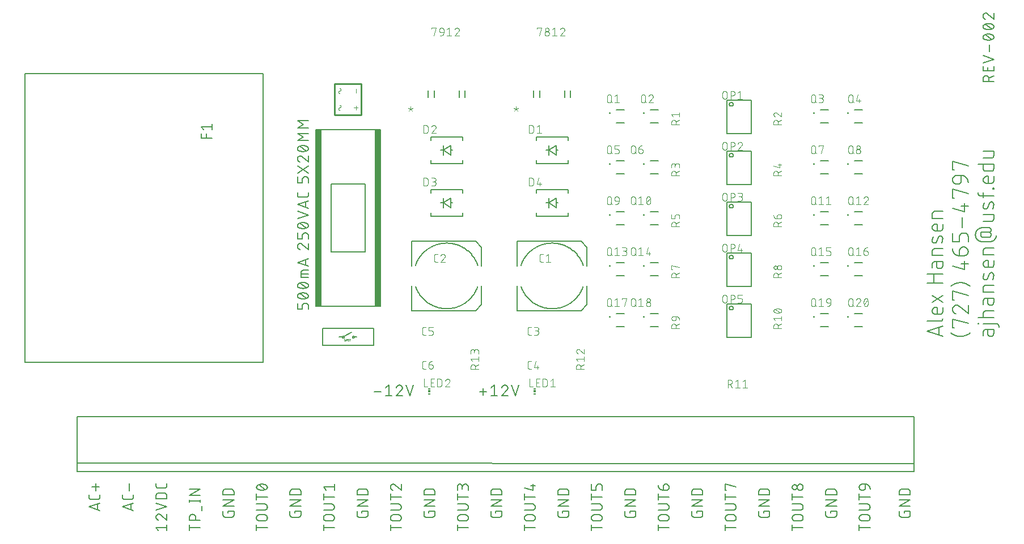
<source format=gbr>
G04 EAGLE Gerber RS-274X export*
G75*
%MOMM*%
%FSLAX34Y34*%
%LPD*%
%INSilkscreen Top*%
%IPPOS*%
%AMOC8*
5,1,8,0,0,1.08239X$1,22.5*%
G01*
%ADD10C,0.203200*%
%ADD11C,0.152400*%
%ADD12C,0.127000*%
%ADD13C,0.254000*%
%ADD14C,0.101600*%
%ADD15C,0.076200*%
%ADD16R,0.300000X0.150000*%
%ADD17R,0.300000X0.300000*%
%ADD18R,0.889000X26.416000*%
%ADD19C,0.177800*%
%ADD20C,0.025400*%
%ADD21C,0.150000*%


D10*
X1497584Y331216D02*
X1474216Y339005D01*
X1497584Y346795D01*
X1491742Y344847D02*
X1491742Y333163D01*
X1493689Y353805D02*
X1474216Y353805D01*
X1493689Y353805D02*
X1493811Y353807D01*
X1493934Y353813D01*
X1494056Y353822D01*
X1494177Y353836D01*
X1494298Y353853D01*
X1494419Y353874D01*
X1494539Y353899D01*
X1494658Y353927D01*
X1494776Y353960D01*
X1494893Y353996D01*
X1495008Y354035D01*
X1495123Y354079D01*
X1495236Y354125D01*
X1495347Y354176D01*
X1495457Y354230D01*
X1495565Y354287D01*
X1495672Y354347D01*
X1495776Y354411D01*
X1495878Y354479D01*
X1495978Y354549D01*
X1496076Y354622D01*
X1496172Y354699D01*
X1496265Y354778D01*
X1496355Y354861D01*
X1496443Y354946D01*
X1496528Y355034D01*
X1496611Y355124D01*
X1496690Y355217D01*
X1496767Y355313D01*
X1496840Y355411D01*
X1496910Y355511D01*
X1496978Y355613D01*
X1497042Y355717D01*
X1497102Y355824D01*
X1497159Y355932D01*
X1497213Y356042D01*
X1497264Y356153D01*
X1497310Y356266D01*
X1497354Y356381D01*
X1497393Y356496D01*
X1497429Y356613D01*
X1497462Y356731D01*
X1497490Y356850D01*
X1497515Y356970D01*
X1497536Y357091D01*
X1497553Y357212D01*
X1497567Y357333D01*
X1497576Y357455D01*
X1497582Y357578D01*
X1497584Y357700D01*
X1497584Y368329D02*
X1497584Y374820D01*
X1497584Y368329D02*
X1497582Y368207D01*
X1497576Y368084D01*
X1497567Y367962D01*
X1497553Y367841D01*
X1497536Y367720D01*
X1497515Y367599D01*
X1497490Y367479D01*
X1497462Y367360D01*
X1497429Y367242D01*
X1497393Y367125D01*
X1497354Y367010D01*
X1497310Y366895D01*
X1497264Y366782D01*
X1497213Y366671D01*
X1497159Y366561D01*
X1497102Y366453D01*
X1497042Y366346D01*
X1496978Y366242D01*
X1496910Y366140D01*
X1496840Y366040D01*
X1496767Y365942D01*
X1496690Y365846D01*
X1496611Y365753D01*
X1496528Y365663D01*
X1496443Y365575D01*
X1496355Y365490D01*
X1496265Y365407D01*
X1496172Y365328D01*
X1496076Y365251D01*
X1495978Y365178D01*
X1495878Y365108D01*
X1495776Y365040D01*
X1495672Y364976D01*
X1495565Y364916D01*
X1495457Y364859D01*
X1495347Y364805D01*
X1495236Y364754D01*
X1495123Y364708D01*
X1495008Y364664D01*
X1494893Y364625D01*
X1494776Y364589D01*
X1494658Y364556D01*
X1494539Y364528D01*
X1494419Y364503D01*
X1494298Y364482D01*
X1494177Y364465D01*
X1494056Y364451D01*
X1493934Y364442D01*
X1493811Y364436D01*
X1493689Y364434D01*
X1493689Y364435D02*
X1487198Y364435D01*
X1487055Y364437D01*
X1486912Y364443D01*
X1486769Y364453D01*
X1486627Y364467D01*
X1486485Y364484D01*
X1486343Y364506D01*
X1486202Y364531D01*
X1486062Y364561D01*
X1485923Y364594D01*
X1485785Y364631D01*
X1485648Y364672D01*
X1485512Y364716D01*
X1485377Y364765D01*
X1485244Y364817D01*
X1485112Y364872D01*
X1484982Y364932D01*
X1484853Y364995D01*
X1484726Y365061D01*
X1484602Y365131D01*
X1484479Y365204D01*
X1484358Y365281D01*
X1484239Y365361D01*
X1484123Y365444D01*
X1484008Y365530D01*
X1483897Y365619D01*
X1483787Y365712D01*
X1483681Y365807D01*
X1483577Y365906D01*
X1483476Y366007D01*
X1483377Y366111D01*
X1483282Y366217D01*
X1483189Y366327D01*
X1483100Y366438D01*
X1483014Y366553D01*
X1482931Y366669D01*
X1482851Y366788D01*
X1482774Y366909D01*
X1482701Y367032D01*
X1482631Y367156D01*
X1482565Y367283D01*
X1482502Y367412D01*
X1482442Y367542D01*
X1482387Y367674D01*
X1482335Y367807D01*
X1482286Y367942D01*
X1482242Y368078D01*
X1482201Y368215D01*
X1482164Y368353D01*
X1482131Y368492D01*
X1482101Y368632D01*
X1482076Y368773D01*
X1482054Y368915D01*
X1482037Y369057D01*
X1482023Y369199D01*
X1482013Y369342D01*
X1482007Y369485D01*
X1482005Y369628D01*
X1482007Y369771D01*
X1482013Y369914D01*
X1482023Y370057D01*
X1482037Y370199D01*
X1482054Y370341D01*
X1482076Y370483D01*
X1482101Y370624D01*
X1482131Y370764D01*
X1482164Y370903D01*
X1482201Y371041D01*
X1482242Y371178D01*
X1482286Y371314D01*
X1482335Y371449D01*
X1482387Y371582D01*
X1482442Y371714D01*
X1482502Y371844D01*
X1482565Y371973D01*
X1482631Y372100D01*
X1482701Y372225D01*
X1482774Y372347D01*
X1482851Y372468D01*
X1482931Y372587D01*
X1483014Y372703D01*
X1483100Y372818D01*
X1483189Y372929D01*
X1483282Y373039D01*
X1483377Y373145D01*
X1483476Y373249D01*
X1483577Y373350D01*
X1483681Y373449D01*
X1483787Y373544D01*
X1483897Y373637D01*
X1484008Y373726D01*
X1484123Y373812D01*
X1484239Y373895D01*
X1484358Y373975D01*
X1484479Y374052D01*
X1484602Y374125D01*
X1484726Y374195D01*
X1484853Y374261D01*
X1484982Y374324D01*
X1485112Y374384D01*
X1485244Y374439D01*
X1485377Y374491D01*
X1485512Y374540D01*
X1485648Y374584D01*
X1485785Y374625D01*
X1485923Y374662D01*
X1486062Y374695D01*
X1486202Y374725D01*
X1486343Y374750D01*
X1486485Y374772D01*
X1486627Y374789D01*
X1486769Y374803D01*
X1486912Y374813D01*
X1487055Y374819D01*
X1487198Y374821D01*
X1487198Y374820D02*
X1489795Y374820D01*
X1489795Y364435D01*
X1497584Y381834D02*
X1482005Y392219D01*
X1482005Y381834D02*
X1497584Y392219D01*
X1497584Y411158D02*
X1474216Y411158D01*
X1484602Y411158D02*
X1484602Y424140D01*
X1474216Y424140D02*
X1497584Y424140D01*
X1488496Y437131D02*
X1488496Y442973D01*
X1488496Y437131D02*
X1488498Y436998D01*
X1488504Y436864D01*
X1488514Y436731D01*
X1488527Y436599D01*
X1488545Y436466D01*
X1488566Y436335D01*
X1488592Y436204D01*
X1488621Y436073D01*
X1488654Y435944D01*
X1488690Y435816D01*
X1488731Y435689D01*
X1488775Y435563D01*
X1488823Y435438D01*
X1488875Y435315D01*
X1488930Y435194D01*
X1488988Y435074D01*
X1489050Y434956D01*
X1489116Y434840D01*
X1489185Y434726D01*
X1489257Y434613D01*
X1489333Y434503D01*
X1489411Y434396D01*
X1489493Y434290D01*
X1489578Y434188D01*
X1489666Y434087D01*
X1489757Y433989D01*
X1489851Y433894D01*
X1489947Y433802D01*
X1490046Y433713D01*
X1490148Y433626D01*
X1490252Y433543D01*
X1490358Y433463D01*
X1490467Y433386D01*
X1490578Y433312D01*
X1490691Y433241D01*
X1490807Y433174D01*
X1490924Y433110D01*
X1491043Y433049D01*
X1491163Y432993D01*
X1491286Y432939D01*
X1491410Y432890D01*
X1491535Y432844D01*
X1491661Y432801D01*
X1491789Y432763D01*
X1491918Y432728D01*
X1492047Y432697D01*
X1492178Y432669D01*
X1492309Y432646D01*
X1492441Y432627D01*
X1492574Y432611D01*
X1492707Y432599D01*
X1492840Y432591D01*
X1492973Y432587D01*
X1493107Y432587D01*
X1493240Y432591D01*
X1493373Y432599D01*
X1493506Y432611D01*
X1493639Y432627D01*
X1493771Y432646D01*
X1493902Y432669D01*
X1494033Y432697D01*
X1494162Y432728D01*
X1494291Y432763D01*
X1494419Y432801D01*
X1494545Y432844D01*
X1494670Y432890D01*
X1494794Y432939D01*
X1494917Y432993D01*
X1495037Y433049D01*
X1495156Y433110D01*
X1495273Y433174D01*
X1495389Y433241D01*
X1495502Y433312D01*
X1495613Y433386D01*
X1495722Y433463D01*
X1495828Y433543D01*
X1495932Y433626D01*
X1496034Y433713D01*
X1496133Y433802D01*
X1496229Y433894D01*
X1496323Y433989D01*
X1496414Y434087D01*
X1496502Y434188D01*
X1496587Y434290D01*
X1496669Y434396D01*
X1496747Y434503D01*
X1496823Y434613D01*
X1496895Y434726D01*
X1496964Y434840D01*
X1497030Y434956D01*
X1497092Y435074D01*
X1497150Y435194D01*
X1497205Y435315D01*
X1497257Y435438D01*
X1497305Y435563D01*
X1497349Y435689D01*
X1497390Y435816D01*
X1497426Y435944D01*
X1497459Y436073D01*
X1497488Y436204D01*
X1497514Y436335D01*
X1497535Y436466D01*
X1497553Y436599D01*
X1497566Y436731D01*
X1497576Y436864D01*
X1497582Y436998D01*
X1497584Y437131D01*
X1497584Y442973D01*
X1485900Y442973D01*
X1485900Y442974D02*
X1485778Y442972D01*
X1485655Y442966D01*
X1485533Y442957D01*
X1485412Y442943D01*
X1485291Y442926D01*
X1485170Y442905D01*
X1485050Y442880D01*
X1484931Y442852D01*
X1484813Y442819D01*
X1484696Y442783D01*
X1484581Y442744D01*
X1484466Y442700D01*
X1484353Y442654D01*
X1484242Y442603D01*
X1484132Y442549D01*
X1484024Y442492D01*
X1483917Y442432D01*
X1483813Y442368D01*
X1483711Y442300D01*
X1483611Y442230D01*
X1483513Y442157D01*
X1483417Y442080D01*
X1483324Y442001D01*
X1483234Y441918D01*
X1483146Y441833D01*
X1483061Y441745D01*
X1482978Y441655D01*
X1482899Y441562D01*
X1482822Y441466D01*
X1482749Y441368D01*
X1482679Y441268D01*
X1482611Y441166D01*
X1482547Y441062D01*
X1482487Y440955D01*
X1482430Y440847D01*
X1482376Y440737D01*
X1482325Y440626D01*
X1482279Y440513D01*
X1482235Y440398D01*
X1482196Y440283D01*
X1482160Y440166D01*
X1482127Y440048D01*
X1482099Y439929D01*
X1482074Y439809D01*
X1482053Y439688D01*
X1482036Y439567D01*
X1482022Y439446D01*
X1482013Y439324D01*
X1482007Y439201D01*
X1482005Y439079D01*
X1482005Y433886D01*
X1482005Y452125D02*
X1497584Y452125D01*
X1482005Y452125D02*
X1482005Y458616D01*
X1482007Y458738D01*
X1482013Y458861D01*
X1482022Y458983D01*
X1482036Y459104D01*
X1482053Y459225D01*
X1482074Y459346D01*
X1482099Y459466D01*
X1482127Y459585D01*
X1482160Y459703D01*
X1482196Y459820D01*
X1482235Y459935D01*
X1482279Y460050D01*
X1482325Y460163D01*
X1482376Y460274D01*
X1482430Y460384D01*
X1482487Y460492D01*
X1482547Y460599D01*
X1482611Y460703D01*
X1482679Y460805D01*
X1482749Y460905D01*
X1482822Y461003D01*
X1482899Y461099D01*
X1482978Y461192D01*
X1483061Y461282D01*
X1483146Y461370D01*
X1483234Y461455D01*
X1483324Y461538D01*
X1483417Y461617D01*
X1483513Y461694D01*
X1483611Y461767D01*
X1483711Y461837D01*
X1483813Y461905D01*
X1483917Y461969D01*
X1484024Y462029D01*
X1484132Y462086D01*
X1484242Y462140D01*
X1484353Y462191D01*
X1484466Y462237D01*
X1484581Y462281D01*
X1484696Y462320D01*
X1484813Y462356D01*
X1484931Y462389D01*
X1485050Y462417D01*
X1485170Y462442D01*
X1485291Y462463D01*
X1485412Y462480D01*
X1485533Y462494D01*
X1485655Y462503D01*
X1485778Y462509D01*
X1485900Y462511D01*
X1497584Y462511D01*
X1488496Y472864D02*
X1491093Y479355D01*
X1488496Y472864D02*
X1488452Y472758D01*
X1488403Y472653D01*
X1488351Y472550D01*
X1488296Y472449D01*
X1488237Y472349D01*
X1488175Y472252D01*
X1488110Y472157D01*
X1488041Y472065D01*
X1487969Y471974D01*
X1487895Y471887D01*
X1487817Y471801D01*
X1487736Y471719D01*
X1487653Y471639D01*
X1487567Y471563D01*
X1487478Y471489D01*
X1487387Y471418D01*
X1487293Y471351D01*
X1487197Y471287D01*
X1487099Y471226D01*
X1487000Y471168D01*
X1486898Y471114D01*
X1486794Y471064D01*
X1486689Y471017D01*
X1486582Y470973D01*
X1486473Y470934D01*
X1486364Y470898D01*
X1486253Y470866D01*
X1486141Y470837D01*
X1486029Y470813D01*
X1485915Y470792D01*
X1485801Y470776D01*
X1485686Y470763D01*
X1485571Y470754D01*
X1485456Y470749D01*
X1485341Y470748D01*
X1485226Y470751D01*
X1485110Y470758D01*
X1484996Y470769D01*
X1484881Y470784D01*
X1484768Y470803D01*
X1484654Y470825D01*
X1484542Y470852D01*
X1484431Y470882D01*
X1484321Y470916D01*
X1484212Y470954D01*
X1484104Y470995D01*
X1483998Y471041D01*
X1483894Y471090D01*
X1483791Y471142D01*
X1483690Y471198D01*
X1483591Y471257D01*
X1483494Y471320D01*
X1483400Y471386D01*
X1483307Y471455D01*
X1483217Y471527D01*
X1483130Y471602D01*
X1483045Y471681D01*
X1482963Y471762D01*
X1482884Y471846D01*
X1482808Y471932D01*
X1482735Y472021D01*
X1482665Y472113D01*
X1482598Y472207D01*
X1482534Y472303D01*
X1482474Y472401D01*
X1482417Y472501D01*
X1482363Y472603D01*
X1482313Y472707D01*
X1482267Y472813D01*
X1482224Y472920D01*
X1482185Y473029D01*
X1482150Y473138D01*
X1482118Y473249D01*
X1482090Y473361D01*
X1482066Y473474D01*
X1482046Y473588D01*
X1482030Y473702D01*
X1482018Y473816D01*
X1482010Y473931D01*
X1482006Y474047D01*
X1482005Y474162D01*
X1482006Y474161D02*
X1482015Y474516D01*
X1482033Y474870D01*
X1482059Y475223D01*
X1482094Y475576D01*
X1482137Y475928D01*
X1482189Y476279D01*
X1482249Y476628D01*
X1482318Y476976D01*
X1482395Y477322D01*
X1482480Y477666D01*
X1482573Y478008D01*
X1482675Y478347D01*
X1482785Y478684D01*
X1482902Y479019D01*
X1483028Y479350D01*
X1483162Y479678D01*
X1483304Y480003D01*
X1491093Y479354D02*
X1491137Y479460D01*
X1491186Y479565D01*
X1491238Y479668D01*
X1491293Y479769D01*
X1491352Y479869D01*
X1491414Y479966D01*
X1491479Y480061D01*
X1491548Y480153D01*
X1491620Y480244D01*
X1491694Y480331D01*
X1491772Y480417D01*
X1491853Y480499D01*
X1491936Y480579D01*
X1492022Y480655D01*
X1492111Y480729D01*
X1492202Y480800D01*
X1492296Y480867D01*
X1492392Y480931D01*
X1492490Y480992D01*
X1492589Y481050D01*
X1492691Y481104D01*
X1492795Y481154D01*
X1492900Y481201D01*
X1493007Y481245D01*
X1493116Y481284D01*
X1493225Y481320D01*
X1493336Y481352D01*
X1493448Y481381D01*
X1493560Y481405D01*
X1493674Y481426D01*
X1493788Y481442D01*
X1493903Y481455D01*
X1494018Y481464D01*
X1494133Y481469D01*
X1494248Y481470D01*
X1494363Y481467D01*
X1494479Y481460D01*
X1494593Y481449D01*
X1494708Y481434D01*
X1494821Y481415D01*
X1494935Y481393D01*
X1495047Y481366D01*
X1495158Y481336D01*
X1495268Y481302D01*
X1495377Y481264D01*
X1495485Y481223D01*
X1495591Y481177D01*
X1495695Y481128D01*
X1495798Y481076D01*
X1495899Y481020D01*
X1495998Y480961D01*
X1496095Y480898D01*
X1496189Y480832D01*
X1496282Y480763D01*
X1496372Y480691D01*
X1496459Y480616D01*
X1496544Y480537D01*
X1496626Y480456D01*
X1496705Y480372D01*
X1496781Y480286D01*
X1496854Y480197D01*
X1496924Y480105D01*
X1496991Y480011D01*
X1497055Y479915D01*
X1497115Y479817D01*
X1497172Y479717D01*
X1497226Y479615D01*
X1497276Y479511D01*
X1497322Y479405D01*
X1497365Y479298D01*
X1497404Y479189D01*
X1497439Y479080D01*
X1497471Y478969D01*
X1497499Y478857D01*
X1497523Y478744D01*
X1497543Y478630D01*
X1497559Y478516D01*
X1497571Y478402D01*
X1497579Y478286D01*
X1497583Y478171D01*
X1497584Y478056D01*
X1497570Y477536D01*
X1497544Y477016D01*
X1497506Y476496D01*
X1497456Y475978D01*
X1497393Y475461D01*
X1497318Y474946D01*
X1497231Y474433D01*
X1497132Y473921D01*
X1497020Y473413D01*
X1496897Y472907D01*
X1496762Y472404D01*
X1496615Y471904D01*
X1496456Y471408D01*
X1496286Y470916D01*
X1497584Y492906D02*
X1497584Y499397D01*
X1497584Y492906D02*
X1497582Y492784D01*
X1497576Y492661D01*
X1497567Y492539D01*
X1497553Y492418D01*
X1497536Y492297D01*
X1497515Y492176D01*
X1497490Y492056D01*
X1497462Y491937D01*
X1497429Y491819D01*
X1497393Y491702D01*
X1497354Y491587D01*
X1497310Y491472D01*
X1497264Y491359D01*
X1497213Y491248D01*
X1497159Y491138D01*
X1497102Y491030D01*
X1497042Y490923D01*
X1496978Y490819D01*
X1496910Y490717D01*
X1496840Y490617D01*
X1496767Y490519D01*
X1496690Y490423D01*
X1496611Y490330D01*
X1496528Y490240D01*
X1496443Y490152D01*
X1496355Y490067D01*
X1496265Y489984D01*
X1496172Y489905D01*
X1496076Y489828D01*
X1495978Y489755D01*
X1495878Y489685D01*
X1495776Y489617D01*
X1495672Y489553D01*
X1495565Y489493D01*
X1495457Y489436D01*
X1495347Y489382D01*
X1495236Y489331D01*
X1495123Y489285D01*
X1495008Y489241D01*
X1494893Y489202D01*
X1494776Y489166D01*
X1494658Y489133D01*
X1494539Y489105D01*
X1494419Y489080D01*
X1494298Y489059D01*
X1494177Y489042D01*
X1494056Y489028D01*
X1493934Y489019D01*
X1493811Y489013D01*
X1493689Y489011D01*
X1487198Y489011D01*
X1487055Y489013D01*
X1486912Y489019D01*
X1486769Y489029D01*
X1486627Y489043D01*
X1486485Y489060D01*
X1486343Y489082D01*
X1486202Y489107D01*
X1486062Y489137D01*
X1485923Y489170D01*
X1485785Y489207D01*
X1485648Y489248D01*
X1485512Y489292D01*
X1485377Y489341D01*
X1485244Y489393D01*
X1485112Y489448D01*
X1484982Y489508D01*
X1484853Y489571D01*
X1484726Y489637D01*
X1484602Y489707D01*
X1484479Y489780D01*
X1484358Y489857D01*
X1484239Y489937D01*
X1484123Y490020D01*
X1484008Y490106D01*
X1483897Y490195D01*
X1483787Y490288D01*
X1483681Y490383D01*
X1483577Y490482D01*
X1483476Y490583D01*
X1483377Y490687D01*
X1483282Y490793D01*
X1483189Y490903D01*
X1483100Y491014D01*
X1483014Y491129D01*
X1482931Y491245D01*
X1482851Y491364D01*
X1482774Y491485D01*
X1482701Y491608D01*
X1482631Y491732D01*
X1482565Y491859D01*
X1482502Y491988D01*
X1482442Y492118D01*
X1482387Y492250D01*
X1482335Y492383D01*
X1482286Y492518D01*
X1482242Y492654D01*
X1482201Y492791D01*
X1482164Y492929D01*
X1482131Y493068D01*
X1482101Y493208D01*
X1482076Y493349D01*
X1482054Y493491D01*
X1482037Y493633D01*
X1482023Y493775D01*
X1482013Y493918D01*
X1482007Y494061D01*
X1482005Y494204D01*
X1482007Y494347D01*
X1482013Y494490D01*
X1482023Y494633D01*
X1482037Y494775D01*
X1482054Y494917D01*
X1482076Y495059D01*
X1482101Y495200D01*
X1482131Y495340D01*
X1482164Y495479D01*
X1482201Y495617D01*
X1482242Y495754D01*
X1482286Y495890D01*
X1482335Y496025D01*
X1482387Y496158D01*
X1482442Y496290D01*
X1482502Y496420D01*
X1482565Y496549D01*
X1482631Y496676D01*
X1482701Y496801D01*
X1482774Y496923D01*
X1482851Y497044D01*
X1482931Y497163D01*
X1483014Y497279D01*
X1483100Y497394D01*
X1483189Y497505D01*
X1483282Y497615D01*
X1483377Y497721D01*
X1483476Y497825D01*
X1483577Y497926D01*
X1483681Y498025D01*
X1483787Y498120D01*
X1483897Y498213D01*
X1484008Y498302D01*
X1484123Y498388D01*
X1484239Y498471D01*
X1484358Y498551D01*
X1484479Y498628D01*
X1484602Y498701D01*
X1484726Y498771D01*
X1484853Y498837D01*
X1484982Y498900D01*
X1485112Y498960D01*
X1485244Y499015D01*
X1485377Y499067D01*
X1485512Y499116D01*
X1485648Y499160D01*
X1485785Y499201D01*
X1485923Y499238D01*
X1486062Y499271D01*
X1486202Y499301D01*
X1486343Y499326D01*
X1486485Y499348D01*
X1486627Y499365D01*
X1486769Y499379D01*
X1486912Y499389D01*
X1487055Y499395D01*
X1487198Y499397D01*
X1489795Y499397D01*
X1489795Y489011D01*
X1497584Y507802D02*
X1482005Y507802D01*
X1482005Y514293D01*
X1482007Y514415D01*
X1482013Y514538D01*
X1482022Y514660D01*
X1482036Y514781D01*
X1482053Y514902D01*
X1482074Y515023D01*
X1482099Y515143D01*
X1482127Y515262D01*
X1482160Y515380D01*
X1482196Y515497D01*
X1482235Y515612D01*
X1482279Y515727D01*
X1482325Y515840D01*
X1482376Y515951D01*
X1482430Y516061D01*
X1482487Y516169D01*
X1482547Y516276D01*
X1482611Y516380D01*
X1482679Y516482D01*
X1482749Y516582D01*
X1482822Y516680D01*
X1482899Y516776D01*
X1482978Y516869D01*
X1483061Y516959D01*
X1483146Y517047D01*
X1483234Y517132D01*
X1483324Y517215D01*
X1483417Y517294D01*
X1483513Y517371D01*
X1483611Y517444D01*
X1483711Y517514D01*
X1483813Y517582D01*
X1483917Y517646D01*
X1484024Y517706D01*
X1484132Y517763D01*
X1484242Y517817D01*
X1484353Y517868D01*
X1484466Y517914D01*
X1484581Y517958D01*
X1484696Y517997D01*
X1484813Y518033D01*
X1484931Y518066D01*
X1485050Y518094D01*
X1485170Y518119D01*
X1485291Y518140D01*
X1485412Y518157D01*
X1485533Y518171D01*
X1485655Y518180D01*
X1485778Y518186D01*
X1485900Y518188D01*
X1497584Y518188D01*
X1509720Y336409D02*
X1510134Y336070D01*
X1510556Y335742D01*
X1510985Y335424D01*
X1511423Y335116D01*
X1511867Y334819D01*
X1512319Y334532D01*
X1512777Y334257D01*
X1513242Y333992D01*
X1513713Y333739D01*
X1514190Y333498D01*
X1514672Y333267D01*
X1515160Y333049D01*
X1515654Y332842D01*
X1516152Y332647D01*
X1516654Y332465D01*
X1517161Y332294D01*
X1517672Y332136D01*
X1518186Y331990D01*
X1518704Y331856D01*
X1519225Y331735D01*
X1519748Y331626D01*
X1520274Y331530D01*
X1520803Y331447D01*
X1521333Y331377D01*
X1521864Y331319D01*
X1522397Y331274D01*
X1522931Y331242D01*
X1523465Y331222D01*
X1524000Y331216D01*
X1524535Y331222D01*
X1525069Y331242D01*
X1525603Y331274D01*
X1526136Y331319D01*
X1526667Y331377D01*
X1527197Y331447D01*
X1527726Y331530D01*
X1528252Y331626D01*
X1528775Y331735D01*
X1529296Y331856D01*
X1529814Y331990D01*
X1530328Y332136D01*
X1530839Y332294D01*
X1531346Y332465D01*
X1531848Y332647D01*
X1532346Y332842D01*
X1532840Y333049D01*
X1533328Y333267D01*
X1533810Y333498D01*
X1534287Y333739D01*
X1534758Y333992D01*
X1535223Y334257D01*
X1535681Y334532D01*
X1536133Y334819D01*
X1536577Y335116D01*
X1537015Y335424D01*
X1537444Y335742D01*
X1537866Y336070D01*
X1538280Y336409D01*
X1514912Y343999D02*
X1512316Y343999D01*
X1512316Y356981D01*
X1535684Y350490D01*
X1512316Y372018D02*
X1512318Y372168D01*
X1512324Y372319D01*
X1512333Y372469D01*
X1512347Y372619D01*
X1512364Y372768D01*
X1512386Y372917D01*
X1512411Y373065D01*
X1512440Y373213D01*
X1512472Y373360D01*
X1512509Y373506D01*
X1512549Y373651D01*
X1512593Y373795D01*
X1512640Y373937D01*
X1512692Y374079D01*
X1512746Y374219D01*
X1512805Y374357D01*
X1512867Y374495D01*
X1512932Y374630D01*
X1513001Y374764D01*
X1513074Y374895D01*
X1513150Y375025D01*
X1513229Y375153D01*
X1513311Y375279D01*
X1513397Y375403D01*
X1513485Y375524D01*
X1513577Y375644D01*
X1513672Y375760D01*
X1513770Y375875D01*
X1513871Y375986D01*
X1513974Y376095D01*
X1514081Y376202D01*
X1514190Y376305D01*
X1514301Y376406D01*
X1514416Y376504D01*
X1514532Y376599D01*
X1514652Y376691D01*
X1514773Y376779D01*
X1514897Y376865D01*
X1515023Y376947D01*
X1515151Y377026D01*
X1515281Y377102D01*
X1515412Y377175D01*
X1515546Y377244D01*
X1515681Y377309D01*
X1515819Y377371D01*
X1515957Y377430D01*
X1516097Y377484D01*
X1516239Y377536D01*
X1516381Y377583D01*
X1516525Y377627D01*
X1516670Y377667D01*
X1516816Y377704D01*
X1516963Y377736D01*
X1517111Y377765D01*
X1517259Y377790D01*
X1517408Y377812D01*
X1517557Y377829D01*
X1517707Y377843D01*
X1517857Y377852D01*
X1518008Y377858D01*
X1518158Y377860D01*
X1512316Y372018D02*
X1512318Y371837D01*
X1512325Y371655D01*
X1512336Y371474D01*
X1512351Y371293D01*
X1512371Y371113D01*
X1512395Y370933D01*
X1512423Y370754D01*
X1512456Y370575D01*
X1512493Y370397D01*
X1512534Y370221D01*
X1512580Y370045D01*
X1512630Y369870D01*
X1512684Y369697D01*
X1512742Y369525D01*
X1512804Y369355D01*
X1512871Y369186D01*
X1512941Y369019D01*
X1513016Y368853D01*
X1513094Y368689D01*
X1513177Y368528D01*
X1513263Y368368D01*
X1513353Y368211D01*
X1513447Y368055D01*
X1513545Y367902D01*
X1513646Y367752D01*
X1513751Y367604D01*
X1513860Y367458D01*
X1513972Y367315D01*
X1514087Y367175D01*
X1514206Y367038D01*
X1514328Y366904D01*
X1514454Y366773D01*
X1514582Y366644D01*
X1514713Y366519D01*
X1514848Y366397D01*
X1514985Y366279D01*
X1515125Y366163D01*
X1515268Y366052D01*
X1515414Y365943D01*
X1515562Y365838D01*
X1515713Y365737D01*
X1515866Y365640D01*
X1516021Y365546D01*
X1516179Y365456D01*
X1516339Y365370D01*
X1516501Y365287D01*
X1516664Y365209D01*
X1516830Y365135D01*
X1516997Y365065D01*
X1517166Y364998D01*
X1517337Y364936D01*
X1517509Y364878D01*
X1522702Y375913D02*
X1522594Y376023D01*
X1522484Y376130D01*
X1522371Y376235D01*
X1522256Y376337D01*
X1522138Y376436D01*
X1522018Y376532D01*
X1521895Y376626D01*
X1521771Y376716D01*
X1521644Y376803D01*
X1521515Y376887D01*
X1521383Y376968D01*
X1521250Y377045D01*
X1521115Y377119D01*
X1520979Y377190D01*
X1520840Y377258D01*
X1520700Y377322D01*
X1520559Y377383D01*
X1520416Y377440D01*
X1520272Y377493D01*
X1520126Y377543D01*
X1519979Y377590D01*
X1519831Y377633D01*
X1519682Y377672D01*
X1519533Y377708D01*
X1519382Y377739D01*
X1519231Y377768D01*
X1519079Y377792D01*
X1518926Y377813D01*
X1518773Y377830D01*
X1518620Y377843D01*
X1518466Y377852D01*
X1518312Y377858D01*
X1518158Y377860D01*
X1522702Y375913D02*
X1535684Y364878D01*
X1535684Y377860D01*
X1514912Y385756D02*
X1512316Y385756D01*
X1512316Y398739D01*
X1535684Y392248D01*
X1538280Y406328D02*
X1537866Y406667D01*
X1537444Y406995D01*
X1537015Y407313D01*
X1536577Y407621D01*
X1536133Y407918D01*
X1535681Y408205D01*
X1535223Y408480D01*
X1534758Y408745D01*
X1534287Y408998D01*
X1533810Y409239D01*
X1533328Y409470D01*
X1532840Y409688D01*
X1532346Y409895D01*
X1531848Y410090D01*
X1531346Y410272D01*
X1530839Y410443D01*
X1530328Y410601D01*
X1529814Y410747D01*
X1529296Y410881D01*
X1528775Y411002D01*
X1528252Y411111D01*
X1527726Y411207D01*
X1527197Y411290D01*
X1526667Y411360D01*
X1526136Y411418D01*
X1525603Y411463D01*
X1525069Y411495D01*
X1524535Y411515D01*
X1524000Y411521D01*
X1523465Y411515D01*
X1522931Y411495D01*
X1522397Y411463D01*
X1521864Y411418D01*
X1521333Y411360D01*
X1520803Y411290D01*
X1520274Y411207D01*
X1519748Y411111D01*
X1519225Y411002D01*
X1518704Y410881D01*
X1518186Y410747D01*
X1517672Y410601D01*
X1517161Y410443D01*
X1516654Y410272D01*
X1516152Y410090D01*
X1515654Y409895D01*
X1515160Y409688D01*
X1514672Y409470D01*
X1514190Y409239D01*
X1513713Y408998D01*
X1513242Y408745D01*
X1512777Y408480D01*
X1512319Y408205D01*
X1511867Y407918D01*
X1511423Y407621D01*
X1510985Y407313D01*
X1510556Y406995D01*
X1510134Y406667D01*
X1509720Y406328D01*
X1512316Y436187D02*
X1530491Y430994D01*
X1530491Y443976D01*
X1525298Y440081D02*
X1535684Y440081D01*
X1522702Y451872D02*
X1522702Y459662D01*
X1522704Y459805D01*
X1522710Y459948D01*
X1522720Y460091D01*
X1522734Y460233D01*
X1522751Y460375D01*
X1522773Y460517D01*
X1522798Y460658D01*
X1522828Y460798D01*
X1522861Y460937D01*
X1522898Y461075D01*
X1522939Y461212D01*
X1522983Y461348D01*
X1523032Y461483D01*
X1523084Y461616D01*
X1523139Y461748D01*
X1523199Y461878D01*
X1523262Y462007D01*
X1523328Y462134D01*
X1523398Y462259D01*
X1523471Y462381D01*
X1523548Y462502D01*
X1523628Y462621D01*
X1523711Y462737D01*
X1523797Y462852D01*
X1523886Y462963D01*
X1523979Y463073D01*
X1524074Y463179D01*
X1524173Y463283D01*
X1524274Y463384D01*
X1524378Y463483D01*
X1524484Y463578D01*
X1524594Y463671D01*
X1524705Y463760D01*
X1524820Y463846D01*
X1524936Y463930D01*
X1525055Y464009D01*
X1525176Y464086D01*
X1525299Y464159D01*
X1525423Y464229D01*
X1525550Y464295D01*
X1525679Y464358D01*
X1525809Y464418D01*
X1525941Y464473D01*
X1526074Y464525D01*
X1526209Y464574D01*
X1526345Y464618D01*
X1526482Y464659D01*
X1526620Y464696D01*
X1526759Y464729D01*
X1526899Y464759D01*
X1527040Y464784D01*
X1527182Y464806D01*
X1527324Y464823D01*
X1527466Y464837D01*
X1527609Y464847D01*
X1527752Y464853D01*
X1527895Y464855D01*
X1529193Y464855D01*
X1529352Y464853D01*
X1529511Y464847D01*
X1529671Y464837D01*
X1529829Y464824D01*
X1529988Y464806D01*
X1530145Y464785D01*
X1530303Y464759D01*
X1530459Y464730D01*
X1530615Y464697D01*
X1530770Y464660D01*
X1530924Y464620D01*
X1531077Y464575D01*
X1531229Y464527D01*
X1531380Y464476D01*
X1531529Y464420D01*
X1531677Y464361D01*
X1531823Y464298D01*
X1531968Y464232D01*
X1532111Y464162D01*
X1532253Y464089D01*
X1532392Y464012D01*
X1532530Y463932D01*
X1532666Y463848D01*
X1532799Y463761D01*
X1532931Y463671D01*
X1533060Y463578D01*
X1533186Y463481D01*
X1533311Y463382D01*
X1533433Y463279D01*
X1533552Y463174D01*
X1533669Y463065D01*
X1533783Y462954D01*
X1533894Y462840D01*
X1534003Y462723D01*
X1534108Y462604D01*
X1534211Y462482D01*
X1534310Y462357D01*
X1534407Y462231D01*
X1534500Y462102D01*
X1534590Y461970D01*
X1534677Y461837D01*
X1534761Y461701D01*
X1534841Y461563D01*
X1534918Y461424D01*
X1534991Y461282D01*
X1535061Y461139D01*
X1535127Y460994D01*
X1535190Y460848D01*
X1535249Y460700D01*
X1535305Y460551D01*
X1535356Y460400D01*
X1535404Y460248D01*
X1535449Y460095D01*
X1535489Y459941D01*
X1535526Y459786D01*
X1535559Y459630D01*
X1535588Y459474D01*
X1535614Y459316D01*
X1535635Y459159D01*
X1535653Y459000D01*
X1535666Y458842D01*
X1535676Y458682D01*
X1535682Y458523D01*
X1535684Y458364D01*
X1535682Y458205D01*
X1535676Y458046D01*
X1535666Y457886D01*
X1535653Y457728D01*
X1535635Y457569D01*
X1535614Y457412D01*
X1535588Y457254D01*
X1535559Y457098D01*
X1535526Y456942D01*
X1535489Y456787D01*
X1535449Y456633D01*
X1535404Y456480D01*
X1535356Y456328D01*
X1535305Y456177D01*
X1535249Y456028D01*
X1535190Y455880D01*
X1535127Y455734D01*
X1535061Y455589D01*
X1534991Y455446D01*
X1534918Y455304D01*
X1534841Y455165D01*
X1534761Y455027D01*
X1534677Y454891D01*
X1534590Y454758D01*
X1534500Y454626D01*
X1534407Y454497D01*
X1534310Y454371D01*
X1534211Y454246D01*
X1534108Y454124D01*
X1534003Y454005D01*
X1533894Y453888D01*
X1533783Y453774D01*
X1533669Y453663D01*
X1533552Y453554D01*
X1533433Y453449D01*
X1533311Y453346D01*
X1533186Y453247D01*
X1533060Y453150D01*
X1532931Y453057D01*
X1532799Y452967D01*
X1532666Y452880D01*
X1532530Y452796D01*
X1532392Y452716D01*
X1532253Y452639D01*
X1532111Y452566D01*
X1531968Y452496D01*
X1531823Y452430D01*
X1531677Y452367D01*
X1531529Y452308D01*
X1531380Y452252D01*
X1531229Y452201D01*
X1531077Y452153D01*
X1530924Y452108D01*
X1530770Y452068D01*
X1530615Y452031D01*
X1530459Y451998D01*
X1530303Y451969D01*
X1530145Y451943D01*
X1529988Y451922D01*
X1529829Y451904D01*
X1529671Y451891D01*
X1529511Y451881D01*
X1529352Y451875D01*
X1529193Y451873D01*
X1529193Y451872D02*
X1522702Y451872D01*
X1522447Y451875D01*
X1522192Y451885D01*
X1521938Y451900D01*
X1521684Y451922D01*
X1521431Y451950D01*
X1521178Y451984D01*
X1520926Y452025D01*
X1520676Y452072D01*
X1520426Y452124D01*
X1520178Y452183D01*
X1519932Y452248D01*
X1519687Y452319D01*
X1519444Y452396D01*
X1519203Y452479D01*
X1518964Y452568D01*
X1518727Y452663D01*
X1518493Y452763D01*
X1518261Y452869D01*
X1518032Y452981D01*
X1517806Y453098D01*
X1517583Y453221D01*
X1517363Y453350D01*
X1517146Y453483D01*
X1516932Y453622D01*
X1516722Y453767D01*
X1516515Y453916D01*
X1516312Y454070D01*
X1516113Y454229D01*
X1515918Y454394D01*
X1515727Y454562D01*
X1515540Y454736D01*
X1515358Y454914D01*
X1515180Y455096D01*
X1515007Y455283D01*
X1514838Y455474D01*
X1514674Y455669D01*
X1514514Y455868D01*
X1514360Y456071D01*
X1514211Y456278D01*
X1514066Y456488D01*
X1513927Y456701D01*
X1513794Y456918D01*
X1513665Y457139D01*
X1513542Y457362D01*
X1513425Y457588D01*
X1513313Y457817D01*
X1513207Y458049D01*
X1513107Y458283D01*
X1513012Y458520D01*
X1512923Y458759D01*
X1512840Y459000D01*
X1512763Y459243D01*
X1512692Y459488D01*
X1512627Y459734D01*
X1512568Y459982D01*
X1512516Y460232D01*
X1512469Y460482D01*
X1512428Y460734D01*
X1512394Y460987D01*
X1512366Y461240D01*
X1512344Y461494D01*
X1512329Y461748D01*
X1512319Y462003D01*
X1512316Y462258D01*
X1535684Y472751D02*
X1535684Y480541D01*
X1535682Y480684D01*
X1535676Y480827D01*
X1535666Y480970D01*
X1535652Y481112D01*
X1535635Y481254D01*
X1535613Y481396D01*
X1535588Y481537D01*
X1535558Y481677D01*
X1535525Y481816D01*
X1535488Y481954D01*
X1535447Y482091D01*
X1535403Y482227D01*
X1535354Y482362D01*
X1535302Y482495D01*
X1535247Y482627D01*
X1535187Y482757D01*
X1535124Y482886D01*
X1535058Y483013D01*
X1534988Y483138D01*
X1534915Y483260D01*
X1534838Y483381D01*
X1534758Y483500D01*
X1534675Y483616D01*
X1534589Y483731D01*
X1534500Y483842D01*
X1534407Y483952D01*
X1534312Y484058D01*
X1534213Y484162D01*
X1534112Y484263D01*
X1534008Y484362D01*
X1533902Y484457D01*
X1533792Y484550D01*
X1533681Y484639D01*
X1533566Y484725D01*
X1533450Y484808D01*
X1533331Y484888D01*
X1533210Y484965D01*
X1533088Y485038D01*
X1532963Y485108D01*
X1532836Y485174D01*
X1532707Y485237D01*
X1532577Y485297D01*
X1532445Y485352D01*
X1532312Y485404D01*
X1532177Y485453D01*
X1532041Y485497D01*
X1531904Y485538D01*
X1531766Y485575D01*
X1531627Y485608D01*
X1531487Y485638D01*
X1531346Y485663D01*
X1531204Y485685D01*
X1531062Y485702D01*
X1530920Y485716D01*
X1530777Y485726D01*
X1530634Y485732D01*
X1530491Y485734D01*
X1530491Y485733D02*
X1527895Y485733D01*
X1527895Y485734D02*
X1527752Y485732D01*
X1527609Y485726D01*
X1527466Y485716D01*
X1527324Y485702D01*
X1527182Y485685D01*
X1527040Y485663D01*
X1526899Y485638D01*
X1526759Y485608D01*
X1526620Y485575D01*
X1526482Y485538D01*
X1526345Y485497D01*
X1526209Y485453D01*
X1526074Y485404D01*
X1525941Y485352D01*
X1525809Y485297D01*
X1525679Y485237D01*
X1525550Y485174D01*
X1525423Y485108D01*
X1525299Y485038D01*
X1525176Y484965D01*
X1525055Y484888D01*
X1524936Y484808D01*
X1524820Y484725D01*
X1524705Y484639D01*
X1524594Y484550D01*
X1524484Y484457D01*
X1524378Y484362D01*
X1524274Y484263D01*
X1524173Y484162D01*
X1524074Y484058D01*
X1523979Y483952D01*
X1523886Y483842D01*
X1523797Y483731D01*
X1523711Y483616D01*
X1523628Y483500D01*
X1523548Y483381D01*
X1523471Y483260D01*
X1523398Y483138D01*
X1523328Y483013D01*
X1523262Y482886D01*
X1523199Y482757D01*
X1523139Y482627D01*
X1523084Y482495D01*
X1523032Y482362D01*
X1522983Y482227D01*
X1522939Y482091D01*
X1522898Y481954D01*
X1522861Y481816D01*
X1522828Y481677D01*
X1522798Y481537D01*
X1522773Y481396D01*
X1522751Y481254D01*
X1522734Y481112D01*
X1522720Y480970D01*
X1522710Y480827D01*
X1522704Y480684D01*
X1522702Y480541D01*
X1522702Y472751D01*
X1512316Y472751D01*
X1512316Y485733D01*
X1526596Y493724D02*
X1526596Y509302D01*
X1530491Y517293D02*
X1512316Y522486D01*
X1530491Y517293D02*
X1530491Y530275D01*
X1525298Y526380D02*
X1535684Y526380D01*
X1514912Y538171D02*
X1512316Y538171D01*
X1512316Y551154D01*
X1535684Y544663D01*
X1525298Y564243D02*
X1525298Y572032D01*
X1525298Y564243D02*
X1525296Y564100D01*
X1525290Y563957D01*
X1525280Y563814D01*
X1525266Y563672D01*
X1525249Y563530D01*
X1525227Y563388D01*
X1525202Y563247D01*
X1525172Y563107D01*
X1525139Y562968D01*
X1525102Y562830D01*
X1525061Y562693D01*
X1525017Y562557D01*
X1524968Y562422D01*
X1524916Y562289D01*
X1524861Y562157D01*
X1524801Y562027D01*
X1524738Y561898D01*
X1524672Y561771D01*
X1524602Y561647D01*
X1524529Y561524D01*
X1524452Y561403D01*
X1524372Y561284D01*
X1524289Y561168D01*
X1524203Y561053D01*
X1524114Y560942D01*
X1524021Y560832D01*
X1523926Y560726D01*
X1523827Y560622D01*
X1523726Y560521D01*
X1523622Y560422D01*
X1523516Y560327D01*
X1523406Y560234D01*
X1523295Y560145D01*
X1523180Y560059D01*
X1523064Y559976D01*
X1522945Y559896D01*
X1522824Y559819D01*
X1522702Y559746D01*
X1522577Y559676D01*
X1522450Y559610D01*
X1522321Y559547D01*
X1522191Y559487D01*
X1522059Y559432D01*
X1521926Y559380D01*
X1521791Y559331D01*
X1521655Y559287D01*
X1521518Y559246D01*
X1521380Y559209D01*
X1521241Y559176D01*
X1521101Y559146D01*
X1520960Y559121D01*
X1520818Y559099D01*
X1520676Y559082D01*
X1520534Y559068D01*
X1520391Y559058D01*
X1520248Y559052D01*
X1520105Y559050D01*
X1518807Y559050D01*
X1518648Y559052D01*
X1518489Y559058D01*
X1518329Y559068D01*
X1518171Y559081D01*
X1518012Y559099D01*
X1517855Y559120D01*
X1517697Y559146D01*
X1517541Y559175D01*
X1517385Y559208D01*
X1517230Y559245D01*
X1517076Y559285D01*
X1516923Y559330D01*
X1516771Y559378D01*
X1516620Y559429D01*
X1516471Y559485D01*
X1516323Y559544D01*
X1516177Y559607D01*
X1516032Y559673D01*
X1515889Y559743D01*
X1515747Y559816D01*
X1515608Y559893D01*
X1515470Y559973D01*
X1515334Y560057D01*
X1515201Y560144D01*
X1515069Y560234D01*
X1514940Y560327D01*
X1514814Y560424D01*
X1514689Y560523D01*
X1514567Y560626D01*
X1514448Y560731D01*
X1514331Y560840D01*
X1514217Y560951D01*
X1514106Y561065D01*
X1513997Y561182D01*
X1513892Y561301D01*
X1513789Y561423D01*
X1513690Y561548D01*
X1513593Y561674D01*
X1513500Y561803D01*
X1513410Y561935D01*
X1513323Y562068D01*
X1513239Y562204D01*
X1513159Y562342D01*
X1513082Y562481D01*
X1513009Y562623D01*
X1512939Y562766D01*
X1512873Y562911D01*
X1512810Y563057D01*
X1512751Y563205D01*
X1512695Y563354D01*
X1512644Y563505D01*
X1512596Y563657D01*
X1512551Y563810D01*
X1512511Y563964D01*
X1512474Y564119D01*
X1512441Y564275D01*
X1512412Y564431D01*
X1512386Y564589D01*
X1512365Y564746D01*
X1512347Y564905D01*
X1512334Y565063D01*
X1512324Y565223D01*
X1512318Y565382D01*
X1512316Y565541D01*
X1512318Y565700D01*
X1512324Y565859D01*
X1512334Y566019D01*
X1512347Y566177D01*
X1512365Y566336D01*
X1512386Y566493D01*
X1512412Y566651D01*
X1512441Y566807D01*
X1512474Y566963D01*
X1512511Y567118D01*
X1512551Y567272D01*
X1512596Y567425D01*
X1512644Y567577D01*
X1512695Y567728D01*
X1512751Y567877D01*
X1512810Y568025D01*
X1512873Y568171D01*
X1512939Y568316D01*
X1513009Y568459D01*
X1513082Y568601D01*
X1513159Y568740D01*
X1513239Y568878D01*
X1513323Y569014D01*
X1513410Y569147D01*
X1513500Y569279D01*
X1513593Y569408D01*
X1513690Y569534D01*
X1513789Y569659D01*
X1513892Y569781D01*
X1513997Y569900D01*
X1514106Y570017D01*
X1514217Y570131D01*
X1514331Y570242D01*
X1514448Y570351D01*
X1514567Y570456D01*
X1514689Y570559D01*
X1514814Y570658D01*
X1514940Y570755D01*
X1515069Y570848D01*
X1515201Y570938D01*
X1515334Y571025D01*
X1515470Y571109D01*
X1515608Y571189D01*
X1515747Y571266D01*
X1515889Y571339D01*
X1516032Y571409D01*
X1516177Y571475D01*
X1516323Y571538D01*
X1516471Y571597D01*
X1516620Y571653D01*
X1516771Y571704D01*
X1516923Y571752D01*
X1517076Y571797D01*
X1517230Y571837D01*
X1517385Y571874D01*
X1517541Y571907D01*
X1517697Y571936D01*
X1517855Y571962D01*
X1518012Y571983D01*
X1518171Y572001D01*
X1518329Y572014D01*
X1518489Y572024D01*
X1518648Y572030D01*
X1518807Y572032D01*
X1525298Y572032D01*
X1525298Y572033D02*
X1525549Y572030D01*
X1525800Y572021D01*
X1526050Y572006D01*
X1526300Y571985D01*
X1526550Y571957D01*
X1526799Y571924D01*
X1527047Y571885D01*
X1527293Y571840D01*
X1527539Y571788D01*
X1527784Y571731D01*
X1528026Y571668D01*
X1528268Y571599D01*
X1528507Y571525D01*
X1528745Y571444D01*
X1528981Y571358D01*
X1529215Y571266D01*
X1529446Y571169D01*
X1529675Y571066D01*
X1529901Y570957D01*
X1530125Y570843D01*
X1530345Y570724D01*
X1530563Y570599D01*
X1530778Y570470D01*
X1530990Y570335D01*
X1531198Y570195D01*
X1531403Y570049D01*
X1531604Y569899D01*
X1531802Y569745D01*
X1531995Y569585D01*
X1532185Y569421D01*
X1532371Y569252D01*
X1532553Y569079D01*
X1532730Y568902D01*
X1532903Y568720D01*
X1533072Y568534D01*
X1533236Y568344D01*
X1533396Y568151D01*
X1533550Y567953D01*
X1533700Y567752D01*
X1533846Y567547D01*
X1533986Y567339D01*
X1534121Y567127D01*
X1534250Y566912D01*
X1534375Y566694D01*
X1534494Y566474D01*
X1534608Y566250D01*
X1534717Y566024D01*
X1534820Y565795D01*
X1534917Y565564D01*
X1535009Y565330D01*
X1535095Y565094D01*
X1535176Y564856D01*
X1535250Y564617D01*
X1535319Y564375D01*
X1535382Y564133D01*
X1535439Y563888D01*
X1535491Y563642D01*
X1535536Y563396D01*
X1535575Y563148D01*
X1535608Y562899D01*
X1535636Y562649D01*
X1535657Y562399D01*
X1535672Y562149D01*
X1535681Y561898D01*
X1535684Y561647D01*
X1514912Y579929D02*
X1512316Y579929D01*
X1512316Y592911D01*
X1535684Y586420D01*
X1564696Y341602D02*
X1564696Y335760D01*
X1564698Y335627D01*
X1564704Y335493D01*
X1564714Y335360D01*
X1564727Y335228D01*
X1564745Y335095D01*
X1564766Y334964D01*
X1564792Y334833D01*
X1564821Y334702D01*
X1564854Y334573D01*
X1564890Y334445D01*
X1564931Y334318D01*
X1564975Y334192D01*
X1565023Y334067D01*
X1565075Y333944D01*
X1565130Y333823D01*
X1565188Y333703D01*
X1565250Y333585D01*
X1565316Y333469D01*
X1565385Y333355D01*
X1565457Y333242D01*
X1565533Y333132D01*
X1565611Y333025D01*
X1565693Y332919D01*
X1565778Y332817D01*
X1565866Y332716D01*
X1565957Y332618D01*
X1566051Y332523D01*
X1566147Y332431D01*
X1566246Y332342D01*
X1566348Y332255D01*
X1566452Y332172D01*
X1566558Y332092D01*
X1566667Y332015D01*
X1566778Y331941D01*
X1566891Y331870D01*
X1567007Y331803D01*
X1567124Y331739D01*
X1567243Y331678D01*
X1567363Y331622D01*
X1567486Y331568D01*
X1567610Y331519D01*
X1567735Y331473D01*
X1567861Y331430D01*
X1567989Y331392D01*
X1568118Y331357D01*
X1568247Y331326D01*
X1568378Y331298D01*
X1568509Y331275D01*
X1568641Y331256D01*
X1568774Y331240D01*
X1568907Y331228D01*
X1569040Y331220D01*
X1569173Y331216D01*
X1569307Y331216D01*
X1569440Y331220D01*
X1569573Y331228D01*
X1569706Y331240D01*
X1569839Y331256D01*
X1569971Y331275D01*
X1570102Y331298D01*
X1570233Y331326D01*
X1570362Y331357D01*
X1570491Y331392D01*
X1570619Y331430D01*
X1570745Y331473D01*
X1570870Y331519D01*
X1570994Y331568D01*
X1571117Y331622D01*
X1571237Y331678D01*
X1571356Y331739D01*
X1571473Y331803D01*
X1571589Y331870D01*
X1571702Y331941D01*
X1571813Y332015D01*
X1571922Y332092D01*
X1572028Y332172D01*
X1572132Y332255D01*
X1572234Y332342D01*
X1572333Y332431D01*
X1572429Y332523D01*
X1572523Y332618D01*
X1572614Y332716D01*
X1572702Y332817D01*
X1572787Y332919D01*
X1572869Y333025D01*
X1572947Y333132D01*
X1573023Y333242D01*
X1573095Y333355D01*
X1573164Y333469D01*
X1573230Y333585D01*
X1573292Y333703D01*
X1573350Y333823D01*
X1573405Y333944D01*
X1573457Y334067D01*
X1573505Y334192D01*
X1573549Y334318D01*
X1573590Y334445D01*
X1573626Y334573D01*
X1573659Y334702D01*
X1573688Y334833D01*
X1573714Y334964D01*
X1573735Y335095D01*
X1573753Y335228D01*
X1573766Y335360D01*
X1573776Y335493D01*
X1573782Y335627D01*
X1573784Y335760D01*
X1573784Y341602D01*
X1562100Y341602D01*
X1561978Y341600D01*
X1561855Y341594D01*
X1561733Y341585D01*
X1561612Y341571D01*
X1561491Y341554D01*
X1561370Y341533D01*
X1561250Y341508D01*
X1561131Y341480D01*
X1561013Y341447D01*
X1560896Y341411D01*
X1560781Y341372D01*
X1560666Y341328D01*
X1560553Y341282D01*
X1560442Y341231D01*
X1560332Y341177D01*
X1560224Y341120D01*
X1560117Y341060D01*
X1560013Y340996D01*
X1559911Y340928D01*
X1559811Y340858D01*
X1559713Y340785D01*
X1559617Y340708D01*
X1559524Y340629D01*
X1559434Y340546D01*
X1559346Y340461D01*
X1559261Y340373D01*
X1559178Y340283D01*
X1559099Y340190D01*
X1559022Y340094D01*
X1558949Y339996D01*
X1558879Y339896D01*
X1558811Y339794D01*
X1558747Y339690D01*
X1558687Y339583D01*
X1558630Y339475D01*
X1558576Y339365D01*
X1558525Y339254D01*
X1558479Y339141D01*
X1558435Y339026D01*
X1558396Y338911D01*
X1558360Y338794D01*
X1558327Y338676D01*
X1558299Y338557D01*
X1558274Y338437D01*
X1558253Y338316D01*
X1558236Y338195D01*
X1558222Y338074D01*
X1558213Y337952D01*
X1558207Y337829D01*
X1558205Y337707D01*
X1558205Y332514D01*
X1558205Y350215D02*
X1577679Y350215D01*
X1577801Y350213D01*
X1577924Y350207D01*
X1578046Y350198D01*
X1578167Y350184D01*
X1578288Y350167D01*
X1578409Y350146D01*
X1578529Y350121D01*
X1578648Y350093D01*
X1578766Y350060D01*
X1578883Y350024D01*
X1578998Y349985D01*
X1579113Y349941D01*
X1579226Y349895D01*
X1579337Y349844D01*
X1579447Y349790D01*
X1579555Y349733D01*
X1579662Y349673D01*
X1579766Y349609D01*
X1579868Y349541D01*
X1579968Y349471D01*
X1580066Y349398D01*
X1580162Y349321D01*
X1580255Y349242D01*
X1580345Y349159D01*
X1580433Y349074D01*
X1580518Y348986D01*
X1580601Y348896D01*
X1580680Y348803D01*
X1580757Y348707D01*
X1580830Y348609D01*
X1580900Y348509D01*
X1580968Y348407D01*
X1581032Y348303D01*
X1581092Y348196D01*
X1581149Y348088D01*
X1581203Y347978D01*
X1581254Y347867D01*
X1581300Y347754D01*
X1581344Y347639D01*
X1581383Y347524D01*
X1581419Y347407D01*
X1581452Y347289D01*
X1581480Y347170D01*
X1581505Y347050D01*
X1581526Y346929D01*
X1581543Y346808D01*
X1581557Y346687D01*
X1581566Y346565D01*
X1581572Y346442D01*
X1581574Y346320D01*
X1581573Y346320D02*
X1581573Y345022D01*
X1551714Y349566D02*
X1550416Y349566D01*
X1550416Y350864D01*
X1551714Y350864D01*
X1551714Y349566D01*
X1550416Y359105D02*
X1573784Y359105D01*
X1558205Y359105D02*
X1558205Y365596D01*
X1558207Y365718D01*
X1558213Y365841D01*
X1558222Y365963D01*
X1558236Y366084D01*
X1558253Y366205D01*
X1558274Y366326D01*
X1558299Y366446D01*
X1558327Y366565D01*
X1558360Y366683D01*
X1558396Y366800D01*
X1558435Y366915D01*
X1558479Y367030D01*
X1558525Y367143D01*
X1558576Y367254D01*
X1558630Y367364D01*
X1558687Y367472D01*
X1558747Y367579D01*
X1558811Y367683D01*
X1558879Y367785D01*
X1558949Y367885D01*
X1559022Y367983D01*
X1559099Y368079D01*
X1559178Y368172D01*
X1559261Y368262D01*
X1559346Y368350D01*
X1559434Y368435D01*
X1559524Y368518D01*
X1559617Y368597D01*
X1559713Y368674D01*
X1559811Y368747D01*
X1559911Y368817D01*
X1560013Y368885D01*
X1560117Y368949D01*
X1560224Y369009D01*
X1560332Y369066D01*
X1560442Y369120D01*
X1560553Y369171D01*
X1560666Y369217D01*
X1560781Y369261D01*
X1560896Y369300D01*
X1561013Y369336D01*
X1561131Y369369D01*
X1561250Y369397D01*
X1561370Y369422D01*
X1561491Y369443D01*
X1561612Y369460D01*
X1561733Y369474D01*
X1561855Y369483D01*
X1561978Y369489D01*
X1562100Y369491D01*
X1573784Y369491D01*
X1564696Y382389D02*
X1564696Y388231D01*
X1564696Y382389D02*
X1564698Y382256D01*
X1564704Y382122D01*
X1564714Y381989D01*
X1564727Y381857D01*
X1564745Y381724D01*
X1564766Y381593D01*
X1564792Y381462D01*
X1564821Y381331D01*
X1564854Y381202D01*
X1564890Y381074D01*
X1564931Y380947D01*
X1564975Y380821D01*
X1565023Y380696D01*
X1565075Y380573D01*
X1565130Y380452D01*
X1565188Y380332D01*
X1565250Y380214D01*
X1565316Y380098D01*
X1565385Y379984D01*
X1565457Y379871D01*
X1565533Y379761D01*
X1565611Y379654D01*
X1565693Y379548D01*
X1565778Y379446D01*
X1565866Y379345D01*
X1565957Y379247D01*
X1566051Y379152D01*
X1566147Y379060D01*
X1566246Y378971D01*
X1566348Y378884D01*
X1566452Y378801D01*
X1566558Y378721D01*
X1566667Y378644D01*
X1566778Y378570D01*
X1566891Y378499D01*
X1567007Y378432D01*
X1567124Y378368D01*
X1567243Y378307D01*
X1567363Y378251D01*
X1567486Y378197D01*
X1567610Y378148D01*
X1567735Y378102D01*
X1567861Y378059D01*
X1567989Y378021D01*
X1568118Y377986D01*
X1568247Y377955D01*
X1568378Y377927D01*
X1568509Y377904D01*
X1568641Y377885D01*
X1568774Y377869D01*
X1568907Y377857D01*
X1569040Y377849D01*
X1569173Y377845D01*
X1569307Y377845D01*
X1569440Y377849D01*
X1569573Y377857D01*
X1569706Y377869D01*
X1569839Y377885D01*
X1569971Y377904D01*
X1570102Y377927D01*
X1570233Y377955D01*
X1570362Y377986D01*
X1570491Y378021D01*
X1570619Y378059D01*
X1570745Y378102D01*
X1570870Y378148D01*
X1570994Y378197D01*
X1571117Y378251D01*
X1571237Y378307D01*
X1571356Y378368D01*
X1571473Y378432D01*
X1571589Y378499D01*
X1571702Y378570D01*
X1571813Y378644D01*
X1571922Y378721D01*
X1572028Y378801D01*
X1572132Y378884D01*
X1572234Y378971D01*
X1572333Y379060D01*
X1572429Y379152D01*
X1572523Y379247D01*
X1572614Y379345D01*
X1572702Y379446D01*
X1572787Y379548D01*
X1572869Y379654D01*
X1572947Y379761D01*
X1573023Y379871D01*
X1573095Y379984D01*
X1573164Y380098D01*
X1573230Y380214D01*
X1573292Y380332D01*
X1573350Y380452D01*
X1573405Y380573D01*
X1573457Y380696D01*
X1573505Y380821D01*
X1573549Y380947D01*
X1573590Y381074D01*
X1573626Y381202D01*
X1573659Y381331D01*
X1573688Y381462D01*
X1573714Y381593D01*
X1573735Y381724D01*
X1573753Y381857D01*
X1573766Y381989D01*
X1573776Y382122D01*
X1573782Y382256D01*
X1573784Y382389D01*
X1573784Y388231D01*
X1562100Y388231D01*
X1561978Y388229D01*
X1561855Y388223D01*
X1561733Y388214D01*
X1561612Y388200D01*
X1561491Y388183D01*
X1561370Y388162D01*
X1561250Y388137D01*
X1561131Y388109D01*
X1561013Y388076D01*
X1560896Y388040D01*
X1560781Y388001D01*
X1560666Y387957D01*
X1560553Y387911D01*
X1560442Y387860D01*
X1560332Y387806D01*
X1560224Y387749D01*
X1560117Y387689D01*
X1560013Y387625D01*
X1559911Y387557D01*
X1559811Y387487D01*
X1559713Y387414D01*
X1559617Y387337D01*
X1559524Y387258D01*
X1559434Y387175D01*
X1559346Y387090D01*
X1559261Y387002D01*
X1559178Y386912D01*
X1559099Y386819D01*
X1559022Y386723D01*
X1558949Y386625D01*
X1558879Y386525D01*
X1558811Y386423D01*
X1558747Y386319D01*
X1558687Y386212D01*
X1558630Y386104D01*
X1558576Y385994D01*
X1558525Y385883D01*
X1558479Y385770D01*
X1558435Y385655D01*
X1558396Y385540D01*
X1558360Y385423D01*
X1558327Y385305D01*
X1558299Y385186D01*
X1558274Y385066D01*
X1558253Y384945D01*
X1558236Y384824D01*
X1558222Y384703D01*
X1558213Y384581D01*
X1558207Y384458D01*
X1558205Y384336D01*
X1558205Y379143D01*
X1558205Y397383D02*
X1573784Y397383D01*
X1558205Y397383D02*
X1558205Y403874D01*
X1558207Y403996D01*
X1558213Y404119D01*
X1558222Y404241D01*
X1558236Y404362D01*
X1558253Y404483D01*
X1558274Y404604D01*
X1558299Y404724D01*
X1558327Y404843D01*
X1558360Y404961D01*
X1558396Y405078D01*
X1558435Y405193D01*
X1558479Y405308D01*
X1558525Y405421D01*
X1558576Y405532D01*
X1558630Y405642D01*
X1558687Y405750D01*
X1558747Y405857D01*
X1558811Y405961D01*
X1558879Y406063D01*
X1558949Y406163D01*
X1559022Y406261D01*
X1559099Y406357D01*
X1559178Y406450D01*
X1559261Y406540D01*
X1559346Y406628D01*
X1559434Y406713D01*
X1559524Y406796D01*
X1559617Y406875D01*
X1559713Y406952D01*
X1559811Y407025D01*
X1559911Y407095D01*
X1560013Y407163D01*
X1560117Y407227D01*
X1560224Y407287D01*
X1560332Y407344D01*
X1560442Y407398D01*
X1560553Y407449D01*
X1560666Y407495D01*
X1560781Y407539D01*
X1560896Y407578D01*
X1561013Y407614D01*
X1561131Y407647D01*
X1561250Y407675D01*
X1561370Y407700D01*
X1561491Y407721D01*
X1561612Y407738D01*
X1561733Y407752D01*
X1561855Y407761D01*
X1561978Y407767D01*
X1562100Y407769D01*
X1573784Y407769D01*
X1564696Y418121D02*
X1567293Y424612D01*
X1564696Y418121D02*
X1564652Y418015D01*
X1564603Y417910D01*
X1564551Y417807D01*
X1564496Y417706D01*
X1564437Y417606D01*
X1564375Y417509D01*
X1564310Y417414D01*
X1564241Y417322D01*
X1564169Y417231D01*
X1564095Y417144D01*
X1564017Y417058D01*
X1563936Y416976D01*
X1563853Y416896D01*
X1563767Y416820D01*
X1563678Y416746D01*
X1563587Y416675D01*
X1563493Y416608D01*
X1563397Y416544D01*
X1563299Y416483D01*
X1563200Y416425D01*
X1563098Y416371D01*
X1562994Y416321D01*
X1562889Y416274D01*
X1562782Y416230D01*
X1562673Y416191D01*
X1562564Y416155D01*
X1562453Y416123D01*
X1562341Y416094D01*
X1562229Y416070D01*
X1562115Y416049D01*
X1562001Y416033D01*
X1561886Y416020D01*
X1561771Y416011D01*
X1561656Y416006D01*
X1561541Y416005D01*
X1561426Y416008D01*
X1561310Y416015D01*
X1561196Y416026D01*
X1561081Y416041D01*
X1560968Y416060D01*
X1560854Y416082D01*
X1560742Y416109D01*
X1560631Y416139D01*
X1560521Y416173D01*
X1560412Y416211D01*
X1560304Y416252D01*
X1560198Y416298D01*
X1560094Y416347D01*
X1559991Y416399D01*
X1559890Y416455D01*
X1559791Y416514D01*
X1559694Y416577D01*
X1559600Y416643D01*
X1559507Y416712D01*
X1559417Y416784D01*
X1559330Y416859D01*
X1559245Y416938D01*
X1559163Y417019D01*
X1559084Y417103D01*
X1559008Y417189D01*
X1558935Y417278D01*
X1558865Y417370D01*
X1558798Y417464D01*
X1558734Y417560D01*
X1558674Y417658D01*
X1558617Y417758D01*
X1558563Y417860D01*
X1558513Y417964D01*
X1558467Y418070D01*
X1558424Y418177D01*
X1558385Y418286D01*
X1558350Y418395D01*
X1558318Y418506D01*
X1558290Y418618D01*
X1558266Y418731D01*
X1558246Y418845D01*
X1558230Y418959D01*
X1558218Y419073D01*
X1558210Y419188D01*
X1558206Y419304D01*
X1558205Y419419D01*
X1558206Y419419D02*
X1558215Y419774D01*
X1558233Y420128D01*
X1558259Y420481D01*
X1558294Y420834D01*
X1558337Y421186D01*
X1558389Y421537D01*
X1558449Y421886D01*
X1558518Y422234D01*
X1558595Y422580D01*
X1558680Y422924D01*
X1558773Y423266D01*
X1558875Y423605D01*
X1558985Y423942D01*
X1559102Y424277D01*
X1559228Y424608D01*
X1559362Y424936D01*
X1559504Y425261D01*
X1567293Y424612D02*
X1567337Y424718D01*
X1567386Y424823D01*
X1567438Y424926D01*
X1567493Y425027D01*
X1567552Y425127D01*
X1567614Y425224D01*
X1567679Y425319D01*
X1567748Y425411D01*
X1567820Y425502D01*
X1567894Y425589D01*
X1567972Y425675D01*
X1568053Y425757D01*
X1568136Y425837D01*
X1568222Y425913D01*
X1568311Y425987D01*
X1568402Y426058D01*
X1568496Y426125D01*
X1568592Y426189D01*
X1568690Y426250D01*
X1568789Y426308D01*
X1568891Y426362D01*
X1568995Y426412D01*
X1569100Y426459D01*
X1569207Y426503D01*
X1569316Y426542D01*
X1569425Y426578D01*
X1569536Y426610D01*
X1569648Y426639D01*
X1569760Y426663D01*
X1569874Y426684D01*
X1569988Y426700D01*
X1570103Y426713D01*
X1570218Y426722D01*
X1570333Y426727D01*
X1570448Y426728D01*
X1570563Y426725D01*
X1570679Y426718D01*
X1570793Y426707D01*
X1570908Y426692D01*
X1571021Y426673D01*
X1571135Y426651D01*
X1571247Y426624D01*
X1571358Y426594D01*
X1571468Y426560D01*
X1571577Y426522D01*
X1571685Y426481D01*
X1571791Y426435D01*
X1571895Y426386D01*
X1571998Y426334D01*
X1572099Y426278D01*
X1572198Y426219D01*
X1572295Y426156D01*
X1572389Y426090D01*
X1572482Y426021D01*
X1572572Y425949D01*
X1572659Y425874D01*
X1572744Y425795D01*
X1572826Y425714D01*
X1572905Y425630D01*
X1572981Y425544D01*
X1573054Y425455D01*
X1573124Y425363D01*
X1573191Y425269D01*
X1573255Y425173D01*
X1573315Y425075D01*
X1573372Y424975D01*
X1573426Y424873D01*
X1573476Y424769D01*
X1573522Y424663D01*
X1573565Y424556D01*
X1573604Y424447D01*
X1573639Y424338D01*
X1573671Y424227D01*
X1573699Y424115D01*
X1573723Y424002D01*
X1573743Y423888D01*
X1573759Y423774D01*
X1573771Y423660D01*
X1573779Y423544D01*
X1573783Y423429D01*
X1573784Y423314D01*
X1573770Y422794D01*
X1573744Y422274D01*
X1573706Y421754D01*
X1573656Y421236D01*
X1573593Y420719D01*
X1573518Y420204D01*
X1573431Y419691D01*
X1573332Y419179D01*
X1573220Y418671D01*
X1573097Y418165D01*
X1572962Y417662D01*
X1572815Y417162D01*
X1572656Y416666D01*
X1572486Y416174D01*
X1573784Y438163D02*
X1573784Y444655D01*
X1573784Y438163D02*
X1573782Y438041D01*
X1573776Y437918D01*
X1573767Y437796D01*
X1573753Y437675D01*
X1573736Y437554D01*
X1573715Y437433D01*
X1573690Y437313D01*
X1573662Y437194D01*
X1573629Y437076D01*
X1573593Y436959D01*
X1573554Y436844D01*
X1573510Y436729D01*
X1573464Y436616D01*
X1573413Y436505D01*
X1573359Y436395D01*
X1573302Y436287D01*
X1573242Y436180D01*
X1573178Y436076D01*
X1573110Y435974D01*
X1573040Y435874D01*
X1572967Y435776D01*
X1572890Y435680D01*
X1572811Y435587D01*
X1572728Y435497D01*
X1572643Y435409D01*
X1572555Y435324D01*
X1572465Y435241D01*
X1572372Y435162D01*
X1572276Y435085D01*
X1572178Y435012D01*
X1572078Y434942D01*
X1571976Y434874D01*
X1571872Y434810D01*
X1571765Y434750D01*
X1571657Y434693D01*
X1571547Y434639D01*
X1571436Y434588D01*
X1571323Y434542D01*
X1571208Y434498D01*
X1571093Y434459D01*
X1570976Y434423D01*
X1570858Y434390D01*
X1570739Y434362D01*
X1570619Y434337D01*
X1570498Y434316D01*
X1570377Y434299D01*
X1570256Y434285D01*
X1570134Y434276D01*
X1570011Y434270D01*
X1569889Y434268D01*
X1569889Y434269D02*
X1563398Y434269D01*
X1563255Y434271D01*
X1563112Y434277D01*
X1562969Y434287D01*
X1562827Y434301D01*
X1562685Y434318D01*
X1562543Y434340D01*
X1562402Y434365D01*
X1562262Y434395D01*
X1562123Y434428D01*
X1561985Y434465D01*
X1561848Y434506D01*
X1561712Y434550D01*
X1561577Y434599D01*
X1561444Y434651D01*
X1561312Y434706D01*
X1561182Y434766D01*
X1561053Y434829D01*
X1560926Y434895D01*
X1560802Y434965D01*
X1560679Y435038D01*
X1560558Y435115D01*
X1560439Y435195D01*
X1560323Y435278D01*
X1560208Y435364D01*
X1560097Y435453D01*
X1559987Y435546D01*
X1559881Y435641D01*
X1559777Y435740D01*
X1559676Y435841D01*
X1559577Y435945D01*
X1559482Y436051D01*
X1559389Y436161D01*
X1559300Y436272D01*
X1559214Y436387D01*
X1559131Y436503D01*
X1559051Y436622D01*
X1558974Y436743D01*
X1558901Y436866D01*
X1558831Y436990D01*
X1558765Y437117D01*
X1558702Y437246D01*
X1558642Y437376D01*
X1558587Y437508D01*
X1558535Y437641D01*
X1558486Y437776D01*
X1558442Y437912D01*
X1558401Y438049D01*
X1558364Y438187D01*
X1558331Y438326D01*
X1558301Y438466D01*
X1558276Y438607D01*
X1558254Y438749D01*
X1558237Y438891D01*
X1558223Y439033D01*
X1558213Y439176D01*
X1558207Y439319D01*
X1558205Y439462D01*
X1558207Y439605D01*
X1558213Y439748D01*
X1558223Y439891D01*
X1558237Y440033D01*
X1558254Y440175D01*
X1558276Y440317D01*
X1558301Y440458D01*
X1558331Y440598D01*
X1558364Y440737D01*
X1558401Y440875D01*
X1558442Y441012D01*
X1558486Y441148D01*
X1558535Y441283D01*
X1558587Y441416D01*
X1558642Y441548D01*
X1558702Y441678D01*
X1558765Y441807D01*
X1558831Y441934D01*
X1558901Y442059D01*
X1558974Y442181D01*
X1559051Y442302D01*
X1559131Y442421D01*
X1559214Y442537D01*
X1559300Y442652D01*
X1559389Y442763D01*
X1559482Y442873D01*
X1559577Y442979D01*
X1559676Y443083D01*
X1559777Y443184D01*
X1559881Y443283D01*
X1559987Y443378D01*
X1560097Y443471D01*
X1560208Y443560D01*
X1560323Y443646D01*
X1560439Y443729D01*
X1560558Y443809D01*
X1560679Y443886D01*
X1560802Y443959D01*
X1560926Y444029D01*
X1561053Y444095D01*
X1561182Y444158D01*
X1561312Y444218D01*
X1561444Y444273D01*
X1561577Y444325D01*
X1561712Y444374D01*
X1561848Y444418D01*
X1561985Y444459D01*
X1562123Y444496D01*
X1562262Y444529D01*
X1562402Y444559D01*
X1562543Y444584D01*
X1562685Y444606D01*
X1562827Y444623D01*
X1562969Y444637D01*
X1563112Y444647D01*
X1563255Y444653D01*
X1563398Y444655D01*
X1565995Y444655D01*
X1565995Y434269D01*
X1573784Y453060D02*
X1558205Y453060D01*
X1558205Y459551D01*
X1558207Y459673D01*
X1558213Y459796D01*
X1558222Y459918D01*
X1558236Y460039D01*
X1558253Y460160D01*
X1558274Y460281D01*
X1558299Y460401D01*
X1558327Y460520D01*
X1558360Y460638D01*
X1558396Y460755D01*
X1558435Y460870D01*
X1558479Y460985D01*
X1558525Y461098D01*
X1558576Y461209D01*
X1558630Y461319D01*
X1558687Y461427D01*
X1558747Y461534D01*
X1558811Y461638D01*
X1558879Y461740D01*
X1558949Y461840D01*
X1559022Y461938D01*
X1559099Y462034D01*
X1559178Y462127D01*
X1559261Y462217D01*
X1559346Y462305D01*
X1559434Y462390D01*
X1559524Y462473D01*
X1559617Y462552D01*
X1559713Y462629D01*
X1559811Y462702D01*
X1559911Y462772D01*
X1560013Y462840D01*
X1560117Y462904D01*
X1560224Y462964D01*
X1560332Y463021D01*
X1560442Y463075D01*
X1560553Y463126D01*
X1560666Y463172D01*
X1560781Y463216D01*
X1560896Y463255D01*
X1561013Y463291D01*
X1561131Y463324D01*
X1561250Y463352D01*
X1561370Y463377D01*
X1561491Y463398D01*
X1561612Y463415D01*
X1561733Y463429D01*
X1561855Y463438D01*
X1561978Y463444D01*
X1562100Y463446D01*
X1562100Y463445D02*
X1573784Y463445D01*
X1554311Y483307D02*
X1554311Y487202D01*
X1554310Y483307D02*
X1554312Y483185D01*
X1554318Y483062D01*
X1554327Y482940D01*
X1554341Y482819D01*
X1554358Y482698D01*
X1554379Y482577D01*
X1554404Y482457D01*
X1554432Y482338D01*
X1554465Y482220D01*
X1554501Y482103D01*
X1554540Y481988D01*
X1554584Y481873D01*
X1554630Y481760D01*
X1554681Y481649D01*
X1554735Y481539D01*
X1554792Y481431D01*
X1554852Y481324D01*
X1554916Y481220D01*
X1554984Y481118D01*
X1555054Y481018D01*
X1555127Y480920D01*
X1555204Y480824D01*
X1555283Y480731D01*
X1555366Y480641D01*
X1555451Y480553D01*
X1555539Y480468D01*
X1555629Y480385D01*
X1555722Y480306D01*
X1555818Y480229D01*
X1555916Y480156D01*
X1556016Y480086D01*
X1556118Y480018D01*
X1556222Y479954D01*
X1556329Y479894D01*
X1556437Y479837D01*
X1556547Y479783D01*
X1556658Y479732D01*
X1556771Y479686D01*
X1556886Y479642D01*
X1557001Y479603D01*
X1557118Y479567D01*
X1557236Y479534D01*
X1557355Y479506D01*
X1557475Y479481D01*
X1557596Y479460D01*
X1557717Y479443D01*
X1557838Y479429D01*
X1557960Y479420D01*
X1558083Y479414D01*
X1558205Y479412D01*
X1565995Y479412D01*
X1566119Y479414D01*
X1566242Y479420D01*
X1566365Y479430D01*
X1566488Y479443D01*
X1566610Y479461D01*
X1566732Y479482D01*
X1566853Y479508D01*
X1566973Y479537D01*
X1567092Y479570D01*
X1567210Y479606D01*
X1567327Y479647D01*
X1567443Y479691D01*
X1567557Y479739D01*
X1567669Y479790D01*
X1567780Y479845D01*
X1567889Y479903D01*
X1567996Y479965D01*
X1568101Y480030D01*
X1568204Y480099D01*
X1568304Y480170D01*
X1568403Y480245D01*
X1568499Y480323D01*
X1568592Y480404D01*
X1568683Y480488D01*
X1568771Y480575D01*
X1568856Y480664D01*
X1568939Y480756D01*
X1569018Y480851D01*
X1569094Y480948D01*
X1569168Y481048D01*
X1569238Y481149D01*
X1569305Y481253D01*
X1569368Y481360D01*
X1569428Y481468D01*
X1569485Y481577D01*
X1569538Y481689D01*
X1569588Y481802D01*
X1569634Y481917D01*
X1569676Y482033D01*
X1569714Y482150D01*
X1569749Y482269D01*
X1569780Y482389D01*
X1569807Y482509D01*
X1569831Y482631D01*
X1569850Y482753D01*
X1569866Y482875D01*
X1569878Y482998D01*
X1569886Y483122D01*
X1569890Y483245D01*
X1569890Y483369D01*
X1569886Y483492D01*
X1569878Y483616D01*
X1569866Y483739D01*
X1569850Y483861D01*
X1569831Y483983D01*
X1569807Y484105D01*
X1569780Y484225D01*
X1569749Y484345D01*
X1569714Y484464D01*
X1569676Y484581D01*
X1569634Y484697D01*
X1569588Y484812D01*
X1569538Y484925D01*
X1569485Y485037D01*
X1569428Y485146D01*
X1569368Y485255D01*
X1569305Y485361D01*
X1569238Y485465D01*
X1569168Y485566D01*
X1569094Y485666D01*
X1569018Y485763D01*
X1568939Y485858D01*
X1568856Y485950D01*
X1568771Y486039D01*
X1568683Y486126D01*
X1568592Y486210D01*
X1568499Y486291D01*
X1568403Y486369D01*
X1568304Y486444D01*
X1568204Y486515D01*
X1568101Y486584D01*
X1567996Y486649D01*
X1567889Y486711D01*
X1567780Y486769D01*
X1567669Y486824D01*
X1567557Y486875D01*
X1567443Y486923D01*
X1567327Y486967D01*
X1567210Y487008D01*
X1567092Y487044D01*
X1566973Y487077D01*
X1566853Y487106D01*
X1566732Y487132D01*
X1566610Y487153D01*
X1566488Y487171D01*
X1566365Y487184D01*
X1566242Y487194D01*
X1566119Y487200D01*
X1565995Y487202D01*
X1566644Y487202D02*
X1554311Y487202D01*
X1566644Y487201D02*
X1566757Y487203D01*
X1566870Y487209D01*
X1566983Y487219D01*
X1567096Y487233D01*
X1567208Y487250D01*
X1567319Y487272D01*
X1567429Y487297D01*
X1567539Y487327D01*
X1567647Y487360D01*
X1567754Y487397D01*
X1567860Y487437D01*
X1567964Y487482D01*
X1568067Y487530D01*
X1568168Y487581D01*
X1568267Y487636D01*
X1568364Y487694D01*
X1568459Y487756D01*
X1568552Y487821D01*
X1568642Y487889D01*
X1568730Y487960D01*
X1568816Y488035D01*
X1568899Y488112D01*
X1568979Y488192D01*
X1569056Y488275D01*
X1569131Y488361D01*
X1569202Y488449D01*
X1569270Y488539D01*
X1569335Y488632D01*
X1569397Y488727D01*
X1569455Y488824D01*
X1569510Y488923D01*
X1569561Y489024D01*
X1569609Y489127D01*
X1569654Y489231D01*
X1569694Y489337D01*
X1569731Y489444D01*
X1569764Y489552D01*
X1569794Y489662D01*
X1569819Y489772D01*
X1569841Y489883D01*
X1569858Y489995D01*
X1569872Y490108D01*
X1569882Y490221D01*
X1569888Y490334D01*
X1569890Y490447D01*
X1569888Y490560D01*
X1569882Y490673D01*
X1569872Y490786D01*
X1569858Y490899D01*
X1569841Y491011D01*
X1569819Y491122D01*
X1569794Y491232D01*
X1569764Y491342D01*
X1569731Y491450D01*
X1569694Y491557D01*
X1569654Y491663D01*
X1569609Y491767D01*
X1569561Y491870D01*
X1569510Y491971D01*
X1569455Y492070D01*
X1569397Y492167D01*
X1569335Y492262D01*
X1569270Y492355D01*
X1569202Y492445D01*
X1569131Y492533D01*
X1569056Y492619D01*
X1568979Y492702D01*
X1568899Y492782D01*
X1568816Y492859D01*
X1568730Y492934D01*
X1568642Y493005D01*
X1568552Y493073D01*
X1568459Y493138D01*
X1568364Y493200D01*
X1568267Y493258D01*
X1568168Y493313D01*
X1568067Y493364D01*
X1567964Y493412D01*
X1567860Y493457D01*
X1567754Y493497D01*
X1567647Y493534D01*
X1567539Y493567D01*
X1567429Y493597D01*
X1567319Y493622D01*
X1567208Y493644D01*
X1567096Y493661D01*
X1566983Y493675D01*
X1566870Y493685D01*
X1566757Y493691D01*
X1566644Y493693D01*
X1556907Y493693D01*
X1556654Y493690D01*
X1556401Y493681D01*
X1556149Y493665D01*
X1555897Y493644D01*
X1555645Y493616D01*
X1555395Y493582D01*
X1555145Y493542D01*
X1554896Y493497D01*
X1554649Y493445D01*
X1554403Y493387D01*
X1554158Y493323D01*
X1553915Y493253D01*
X1553674Y493177D01*
X1553434Y493095D01*
X1553197Y493008D01*
X1552962Y492914D01*
X1552729Y492816D01*
X1552499Y492711D01*
X1552271Y492601D01*
X1552046Y492485D01*
X1551824Y492364D01*
X1551605Y492238D01*
X1551389Y492106D01*
X1551176Y491969D01*
X1550967Y491827D01*
X1550761Y491680D01*
X1550559Y491527D01*
X1550361Y491370D01*
X1550167Y491209D01*
X1549976Y491042D01*
X1549790Y490871D01*
X1549608Y490696D01*
X1549430Y490516D01*
X1549257Y490331D01*
X1549088Y490143D01*
X1548924Y489951D01*
X1548764Y489754D01*
X1548610Y489554D01*
X1548460Y489350D01*
X1548316Y489143D01*
X1548176Y488932D01*
X1548042Y488717D01*
X1547912Y488500D01*
X1547789Y488279D01*
X1547670Y488056D01*
X1547557Y487830D01*
X1547450Y487601D01*
X1547348Y487369D01*
X1547252Y487135D01*
X1547162Y486899D01*
X1547077Y486660D01*
X1546999Y486420D01*
X1546926Y486178D01*
X1546859Y485934D01*
X1546798Y485689D01*
X1546743Y485442D01*
X1546694Y485193D01*
X1546651Y484944D01*
X1546614Y484694D01*
X1546583Y484443D01*
X1546559Y484191D01*
X1546540Y483939D01*
X1546528Y483686D01*
X1546522Y483433D01*
X1546522Y483181D01*
X1546528Y482928D01*
X1546540Y482675D01*
X1546559Y482423D01*
X1546583Y482171D01*
X1546614Y481920D01*
X1546651Y481670D01*
X1546694Y481421D01*
X1546743Y481172D01*
X1546798Y480925D01*
X1546859Y480680D01*
X1546926Y480436D01*
X1546999Y480194D01*
X1547077Y479954D01*
X1547162Y479715D01*
X1547252Y479479D01*
X1547348Y479245D01*
X1547450Y479013D01*
X1547557Y478784D01*
X1547670Y478558D01*
X1547789Y478335D01*
X1547912Y478114D01*
X1548042Y477897D01*
X1548176Y477682D01*
X1548316Y477471D01*
X1548460Y477264D01*
X1548610Y477060D01*
X1548764Y476860D01*
X1548924Y476663D01*
X1549088Y476471D01*
X1549257Y476283D01*
X1549430Y476098D01*
X1549608Y475918D01*
X1549790Y475743D01*
X1549976Y475572D01*
X1550167Y475405D01*
X1550361Y475244D01*
X1550559Y475087D01*
X1550761Y474934D01*
X1550967Y474787D01*
X1551176Y474645D01*
X1551389Y474508D01*
X1551605Y474376D01*
X1551824Y474250D01*
X1552046Y474129D01*
X1552271Y474013D01*
X1552499Y473903D01*
X1552729Y473798D01*
X1552962Y473700D01*
X1553197Y473606D01*
X1553434Y473519D01*
X1553674Y473437D01*
X1553915Y473361D01*
X1554158Y473291D01*
X1554403Y473227D01*
X1554649Y473169D01*
X1554896Y473117D01*
X1555145Y473072D01*
X1555395Y473032D01*
X1555645Y472998D01*
X1555897Y472970D01*
X1556149Y472949D01*
X1556401Y472933D01*
X1556654Y472924D01*
X1556907Y472921D01*
X1567942Y472921D01*
X1568178Y472924D01*
X1568415Y472932D01*
X1568651Y472947D01*
X1568886Y472967D01*
X1569121Y472992D01*
X1569356Y473024D01*
X1569589Y473061D01*
X1569822Y473104D01*
X1570053Y473152D01*
X1570283Y473206D01*
X1570512Y473265D01*
X1570739Y473330D01*
X1570965Y473401D01*
X1571189Y473477D01*
X1571411Y473558D01*
X1571631Y473645D01*
X1571849Y473737D01*
X1572064Y473834D01*
X1572277Y473937D01*
X1572488Y474044D01*
X1572695Y474157D01*
X1572901Y474274D01*
X1573103Y474397D01*
X1573302Y474524D01*
X1573498Y474657D01*
X1573691Y474794D01*
X1573880Y474935D01*
X1574066Y475081D01*
X1574248Y475232D01*
X1574427Y475387D01*
X1574601Y475546D01*
X1574772Y475709D01*
X1574939Y475877D01*
X1575102Y476048D01*
X1575260Y476224D01*
X1575415Y476403D01*
X1575565Y476586D01*
X1575710Y476772D01*
X1575851Y476962D01*
X1575987Y477155D01*
X1576119Y477352D01*
X1576245Y477551D01*
X1576367Y477754D01*
X1576484Y477959D01*
X1576596Y478168D01*
X1576703Y478379D01*
X1576804Y478592D01*
X1576901Y478808D01*
X1576992Y479026D01*
X1577078Y479246D01*
X1577158Y479469D01*
X1577233Y479693D01*
X1577303Y479919D01*
X1577367Y480146D01*
X1577426Y480375D01*
X1577479Y480606D01*
X1577526Y480837D01*
X1577568Y481070D01*
X1577604Y481304D01*
X1577635Y481538D01*
X1577660Y481773D01*
X1577679Y482009D01*
X1569889Y503169D02*
X1558205Y503169D01*
X1569889Y503168D02*
X1570011Y503170D01*
X1570134Y503176D01*
X1570256Y503185D01*
X1570377Y503199D01*
X1570498Y503216D01*
X1570619Y503237D01*
X1570739Y503262D01*
X1570858Y503290D01*
X1570976Y503323D01*
X1571093Y503359D01*
X1571208Y503398D01*
X1571323Y503442D01*
X1571436Y503488D01*
X1571547Y503539D01*
X1571657Y503593D01*
X1571765Y503650D01*
X1571872Y503710D01*
X1571976Y503774D01*
X1572078Y503842D01*
X1572178Y503912D01*
X1572276Y503985D01*
X1572372Y504062D01*
X1572465Y504141D01*
X1572555Y504224D01*
X1572643Y504309D01*
X1572728Y504397D01*
X1572811Y504487D01*
X1572890Y504580D01*
X1572967Y504676D01*
X1573040Y504774D01*
X1573110Y504874D01*
X1573178Y504976D01*
X1573242Y505080D01*
X1573302Y505187D01*
X1573359Y505295D01*
X1573413Y505405D01*
X1573464Y505516D01*
X1573510Y505629D01*
X1573554Y505744D01*
X1573593Y505859D01*
X1573629Y505976D01*
X1573662Y506094D01*
X1573690Y506213D01*
X1573715Y506333D01*
X1573736Y506454D01*
X1573753Y506575D01*
X1573767Y506696D01*
X1573776Y506818D01*
X1573782Y506941D01*
X1573784Y507063D01*
X1573784Y513554D01*
X1558205Y513554D01*
X1564696Y523907D02*
X1567293Y530398D01*
X1564696Y523907D02*
X1564652Y523801D01*
X1564603Y523696D01*
X1564551Y523593D01*
X1564496Y523492D01*
X1564437Y523392D01*
X1564375Y523295D01*
X1564310Y523200D01*
X1564241Y523108D01*
X1564169Y523017D01*
X1564095Y522930D01*
X1564017Y522844D01*
X1563936Y522762D01*
X1563853Y522682D01*
X1563767Y522606D01*
X1563678Y522532D01*
X1563587Y522461D01*
X1563493Y522394D01*
X1563397Y522330D01*
X1563299Y522269D01*
X1563200Y522211D01*
X1563098Y522157D01*
X1562994Y522107D01*
X1562889Y522060D01*
X1562782Y522016D01*
X1562673Y521977D01*
X1562564Y521941D01*
X1562453Y521909D01*
X1562341Y521880D01*
X1562229Y521856D01*
X1562115Y521835D01*
X1562001Y521819D01*
X1561886Y521806D01*
X1561771Y521797D01*
X1561656Y521792D01*
X1561541Y521791D01*
X1561426Y521794D01*
X1561310Y521801D01*
X1561196Y521812D01*
X1561081Y521827D01*
X1560968Y521846D01*
X1560854Y521868D01*
X1560742Y521895D01*
X1560631Y521925D01*
X1560521Y521959D01*
X1560412Y521997D01*
X1560304Y522038D01*
X1560198Y522084D01*
X1560094Y522133D01*
X1559991Y522185D01*
X1559890Y522241D01*
X1559791Y522300D01*
X1559694Y522363D01*
X1559600Y522429D01*
X1559507Y522498D01*
X1559417Y522570D01*
X1559330Y522645D01*
X1559245Y522724D01*
X1559163Y522805D01*
X1559084Y522889D01*
X1559008Y522975D01*
X1558935Y523064D01*
X1558865Y523156D01*
X1558798Y523250D01*
X1558734Y523346D01*
X1558674Y523444D01*
X1558617Y523544D01*
X1558563Y523646D01*
X1558513Y523750D01*
X1558467Y523856D01*
X1558424Y523963D01*
X1558385Y524072D01*
X1558350Y524181D01*
X1558318Y524292D01*
X1558290Y524404D01*
X1558266Y524517D01*
X1558246Y524631D01*
X1558230Y524745D01*
X1558218Y524859D01*
X1558210Y524974D01*
X1558206Y525090D01*
X1558205Y525205D01*
X1558206Y525205D02*
X1558215Y525560D01*
X1558233Y525914D01*
X1558259Y526267D01*
X1558294Y526620D01*
X1558337Y526972D01*
X1558389Y527323D01*
X1558449Y527672D01*
X1558518Y528020D01*
X1558595Y528366D01*
X1558680Y528710D01*
X1558773Y529052D01*
X1558875Y529391D01*
X1558985Y529728D01*
X1559102Y530063D01*
X1559228Y530394D01*
X1559362Y530722D01*
X1559504Y531047D01*
X1567293Y530398D02*
X1567337Y530504D01*
X1567386Y530609D01*
X1567438Y530712D01*
X1567493Y530813D01*
X1567552Y530913D01*
X1567614Y531010D01*
X1567679Y531105D01*
X1567748Y531197D01*
X1567820Y531288D01*
X1567894Y531375D01*
X1567972Y531461D01*
X1568053Y531543D01*
X1568136Y531623D01*
X1568222Y531699D01*
X1568311Y531773D01*
X1568402Y531844D01*
X1568496Y531911D01*
X1568592Y531975D01*
X1568690Y532036D01*
X1568789Y532094D01*
X1568891Y532148D01*
X1568995Y532198D01*
X1569100Y532245D01*
X1569207Y532289D01*
X1569316Y532328D01*
X1569425Y532364D01*
X1569536Y532396D01*
X1569648Y532425D01*
X1569760Y532449D01*
X1569874Y532470D01*
X1569988Y532486D01*
X1570103Y532499D01*
X1570218Y532508D01*
X1570333Y532513D01*
X1570448Y532514D01*
X1570563Y532511D01*
X1570679Y532504D01*
X1570793Y532493D01*
X1570908Y532478D01*
X1571021Y532459D01*
X1571135Y532437D01*
X1571247Y532410D01*
X1571358Y532380D01*
X1571468Y532346D01*
X1571577Y532308D01*
X1571685Y532267D01*
X1571791Y532221D01*
X1571895Y532172D01*
X1571998Y532120D01*
X1572099Y532064D01*
X1572198Y532005D01*
X1572295Y531942D01*
X1572389Y531876D01*
X1572482Y531807D01*
X1572572Y531735D01*
X1572659Y531660D01*
X1572744Y531581D01*
X1572826Y531500D01*
X1572905Y531416D01*
X1572981Y531330D01*
X1573054Y531241D01*
X1573124Y531149D01*
X1573191Y531055D01*
X1573255Y530959D01*
X1573315Y530861D01*
X1573372Y530761D01*
X1573426Y530659D01*
X1573476Y530555D01*
X1573522Y530449D01*
X1573565Y530342D01*
X1573604Y530233D01*
X1573639Y530124D01*
X1573671Y530013D01*
X1573699Y529901D01*
X1573723Y529788D01*
X1573743Y529674D01*
X1573759Y529560D01*
X1573771Y529446D01*
X1573779Y529330D01*
X1573783Y529215D01*
X1573784Y529100D01*
X1573784Y529099D02*
X1573770Y528579D01*
X1573744Y528059D01*
X1573706Y527539D01*
X1573656Y527021D01*
X1573593Y526504D01*
X1573518Y525989D01*
X1573431Y525476D01*
X1573332Y524964D01*
X1573220Y524456D01*
X1573097Y523950D01*
X1572962Y523447D01*
X1572815Y522947D01*
X1572656Y522451D01*
X1572486Y521959D01*
X1573784Y541373D02*
X1554311Y541373D01*
X1554189Y541375D01*
X1554066Y541381D01*
X1553944Y541390D01*
X1553823Y541404D01*
X1553702Y541421D01*
X1553581Y541442D01*
X1553461Y541467D01*
X1553342Y541495D01*
X1553224Y541528D01*
X1553107Y541564D01*
X1552992Y541603D01*
X1552877Y541647D01*
X1552764Y541693D01*
X1552653Y541744D01*
X1552543Y541798D01*
X1552435Y541855D01*
X1552328Y541915D01*
X1552224Y541979D01*
X1552122Y542047D01*
X1552022Y542117D01*
X1551924Y542190D01*
X1551828Y542267D01*
X1551735Y542346D01*
X1551645Y542429D01*
X1551557Y542514D01*
X1551472Y542602D01*
X1551389Y542692D01*
X1551310Y542785D01*
X1551233Y542881D01*
X1551160Y542979D01*
X1551090Y543079D01*
X1551022Y543181D01*
X1550958Y543285D01*
X1550898Y543392D01*
X1550841Y543500D01*
X1550787Y543610D01*
X1550736Y543721D01*
X1550690Y543834D01*
X1550646Y543949D01*
X1550607Y544064D01*
X1550571Y544181D01*
X1550538Y544299D01*
X1550510Y544418D01*
X1550485Y544538D01*
X1550464Y544659D01*
X1550447Y544780D01*
X1550433Y544901D01*
X1550424Y545023D01*
X1550418Y545146D01*
X1550416Y545268D01*
X1550416Y546566D01*
X1558205Y546566D02*
X1558205Y538777D01*
X1572486Y551558D02*
X1573784Y551558D01*
X1572486Y551558D02*
X1572486Y552856D01*
X1573784Y552856D01*
X1573784Y551558D01*
X1573784Y564132D02*
X1573784Y570623D01*
X1573784Y564132D02*
X1573782Y564010D01*
X1573776Y563887D01*
X1573767Y563765D01*
X1573753Y563644D01*
X1573736Y563523D01*
X1573715Y563402D01*
X1573690Y563282D01*
X1573662Y563163D01*
X1573629Y563045D01*
X1573593Y562928D01*
X1573554Y562813D01*
X1573510Y562698D01*
X1573464Y562585D01*
X1573413Y562474D01*
X1573359Y562364D01*
X1573302Y562256D01*
X1573242Y562149D01*
X1573178Y562045D01*
X1573110Y561943D01*
X1573040Y561843D01*
X1572967Y561745D01*
X1572890Y561649D01*
X1572811Y561556D01*
X1572728Y561466D01*
X1572643Y561378D01*
X1572555Y561293D01*
X1572465Y561210D01*
X1572372Y561131D01*
X1572276Y561054D01*
X1572178Y560981D01*
X1572078Y560911D01*
X1571976Y560843D01*
X1571872Y560779D01*
X1571765Y560719D01*
X1571657Y560662D01*
X1571547Y560608D01*
X1571436Y560557D01*
X1571323Y560511D01*
X1571208Y560467D01*
X1571093Y560428D01*
X1570976Y560392D01*
X1570858Y560359D01*
X1570739Y560331D01*
X1570619Y560306D01*
X1570498Y560285D01*
X1570377Y560268D01*
X1570256Y560254D01*
X1570134Y560245D01*
X1570011Y560239D01*
X1569889Y560237D01*
X1563398Y560237D01*
X1563255Y560239D01*
X1563112Y560245D01*
X1562969Y560255D01*
X1562827Y560269D01*
X1562685Y560286D01*
X1562543Y560308D01*
X1562402Y560333D01*
X1562262Y560363D01*
X1562123Y560396D01*
X1561985Y560433D01*
X1561848Y560474D01*
X1561712Y560518D01*
X1561577Y560567D01*
X1561444Y560619D01*
X1561312Y560674D01*
X1561182Y560734D01*
X1561053Y560797D01*
X1560926Y560863D01*
X1560802Y560933D01*
X1560679Y561006D01*
X1560558Y561083D01*
X1560439Y561163D01*
X1560323Y561246D01*
X1560208Y561332D01*
X1560097Y561421D01*
X1559987Y561514D01*
X1559881Y561609D01*
X1559777Y561708D01*
X1559676Y561809D01*
X1559577Y561913D01*
X1559482Y562019D01*
X1559389Y562129D01*
X1559300Y562240D01*
X1559214Y562355D01*
X1559131Y562471D01*
X1559051Y562590D01*
X1558974Y562711D01*
X1558901Y562834D01*
X1558831Y562958D01*
X1558765Y563085D01*
X1558702Y563214D01*
X1558642Y563344D01*
X1558587Y563476D01*
X1558535Y563609D01*
X1558486Y563744D01*
X1558442Y563880D01*
X1558401Y564017D01*
X1558364Y564155D01*
X1558331Y564294D01*
X1558301Y564434D01*
X1558276Y564575D01*
X1558254Y564717D01*
X1558237Y564859D01*
X1558223Y565001D01*
X1558213Y565144D01*
X1558207Y565287D01*
X1558205Y565430D01*
X1558207Y565573D01*
X1558213Y565716D01*
X1558223Y565859D01*
X1558237Y566001D01*
X1558254Y566143D01*
X1558276Y566285D01*
X1558301Y566426D01*
X1558331Y566566D01*
X1558364Y566705D01*
X1558401Y566843D01*
X1558442Y566980D01*
X1558486Y567116D01*
X1558535Y567251D01*
X1558587Y567384D01*
X1558642Y567516D01*
X1558702Y567646D01*
X1558765Y567775D01*
X1558831Y567902D01*
X1558901Y568027D01*
X1558974Y568149D01*
X1559051Y568270D01*
X1559131Y568389D01*
X1559214Y568505D01*
X1559300Y568620D01*
X1559389Y568731D01*
X1559482Y568841D01*
X1559577Y568947D01*
X1559676Y569051D01*
X1559777Y569152D01*
X1559881Y569251D01*
X1559987Y569346D01*
X1560097Y569439D01*
X1560208Y569528D01*
X1560323Y569614D01*
X1560439Y569697D01*
X1560558Y569777D01*
X1560679Y569854D01*
X1560802Y569927D01*
X1560926Y569997D01*
X1561053Y570063D01*
X1561182Y570126D01*
X1561312Y570186D01*
X1561444Y570241D01*
X1561577Y570293D01*
X1561712Y570342D01*
X1561848Y570386D01*
X1561985Y570427D01*
X1562123Y570464D01*
X1562262Y570497D01*
X1562402Y570527D01*
X1562543Y570552D01*
X1562685Y570574D01*
X1562827Y570591D01*
X1562969Y570605D01*
X1563112Y570615D01*
X1563255Y570621D01*
X1563398Y570623D01*
X1565995Y570623D01*
X1565995Y560237D01*
X1573784Y588667D02*
X1550416Y588667D01*
X1573784Y588667D02*
X1573784Y582176D01*
X1573782Y582054D01*
X1573776Y581931D01*
X1573767Y581809D01*
X1573753Y581688D01*
X1573736Y581567D01*
X1573715Y581446D01*
X1573690Y581326D01*
X1573662Y581207D01*
X1573629Y581089D01*
X1573593Y580972D01*
X1573554Y580857D01*
X1573510Y580742D01*
X1573464Y580629D01*
X1573413Y580518D01*
X1573359Y580408D01*
X1573302Y580300D01*
X1573242Y580193D01*
X1573178Y580089D01*
X1573110Y579987D01*
X1573040Y579887D01*
X1572967Y579789D01*
X1572890Y579693D01*
X1572811Y579600D01*
X1572728Y579510D01*
X1572643Y579422D01*
X1572555Y579337D01*
X1572465Y579254D01*
X1572372Y579175D01*
X1572276Y579098D01*
X1572178Y579025D01*
X1572078Y578955D01*
X1571976Y578887D01*
X1571872Y578823D01*
X1571765Y578763D01*
X1571657Y578706D01*
X1571547Y578652D01*
X1571436Y578601D01*
X1571323Y578555D01*
X1571208Y578511D01*
X1571093Y578472D01*
X1570976Y578436D01*
X1570858Y578403D01*
X1570739Y578375D01*
X1570619Y578350D01*
X1570498Y578329D01*
X1570377Y578312D01*
X1570256Y578298D01*
X1570134Y578289D01*
X1570011Y578283D01*
X1569889Y578281D01*
X1562100Y578281D01*
X1561978Y578283D01*
X1561855Y578289D01*
X1561733Y578298D01*
X1561612Y578312D01*
X1561491Y578329D01*
X1561370Y578350D01*
X1561250Y578375D01*
X1561131Y578403D01*
X1561013Y578436D01*
X1560896Y578472D01*
X1560781Y578511D01*
X1560666Y578555D01*
X1560553Y578601D01*
X1560442Y578652D01*
X1560332Y578706D01*
X1560224Y578763D01*
X1560117Y578823D01*
X1560013Y578887D01*
X1559911Y578955D01*
X1559811Y579025D01*
X1559713Y579098D01*
X1559617Y579175D01*
X1559524Y579254D01*
X1559434Y579337D01*
X1559346Y579422D01*
X1559261Y579510D01*
X1559178Y579600D01*
X1559099Y579693D01*
X1559022Y579789D01*
X1558949Y579887D01*
X1558879Y579987D01*
X1558811Y580089D01*
X1558747Y580193D01*
X1558687Y580300D01*
X1558630Y580408D01*
X1558576Y580518D01*
X1558525Y580629D01*
X1558479Y580742D01*
X1558435Y580857D01*
X1558396Y580972D01*
X1558360Y581089D01*
X1558327Y581207D01*
X1558299Y581326D01*
X1558274Y581446D01*
X1558253Y581567D01*
X1558236Y581688D01*
X1558222Y581809D01*
X1558213Y581931D01*
X1558207Y582054D01*
X1558205Y582176D01*
X1558205Y588667D01*
X1558205Y597819D02*
X1569889Y597819D01*
X1570011Y597821D01*
X1570134Y597827D01*
X1570256Y597836D01*
X1570377Y597850D01*
X1570498Y597867D01*
X1570619Y597888D01*
X1570739Y597913D01*
X1570858Y597941D01*
X1570976Y597974D01*
X1571093Y598010D01*
X1571208Y598049D01*
X1571323Y598093D01*
X1571436Y598139D01*
X1571547Y598190D01*
X1571657Y598244D01*
X1571765Y598301D01*
X1571872Y598361D01*
X1571976Y598425D01*
X1572078Y598493D01*
X1572178Y598563D01*
X1572276Y598636D01*
X1572372Y598713D01*
X1572465Y598792D01*
X1572555Y598875D01*
X1572643Y598960D01*
X1572728Y599048D01*
X1572811Y599138D01*
X1572890Y599231D01*
X1572967Y599327D01*
X1573040Y599425D01*
X1573110Y599525D01*
X1573178Y599627D01*
X1573242Y599731D01*
X1573302Y599838D01*
X1573359Y599946D01*
X1573413Y600056D01*
X1573464Y600167D01*
X1573510Y600280D01*
X1573554Y600395D01*
X1573593Y600510D01*
X1573629Y600627D01*
X1573662Y600745D01*
X1573690Y600864D01*
X1573715Y600984D01*
X1573736Y601105D01*
X1573753Y601226D01*
X1573767Y601347D01*
X1573776Y601469D01*
X1573782Y601592D01*
X1573784Y601714D01*
X1573784Y608205D01*
X1558205Y608205D01*
D11*
X239238Y70762D02*
X222982Y76181D01*
X239238Y81599D01*
X235174Y80245D02*
X235174Y72117D01*
X239238Y90869D02*
X239238Y94482D01*
X239238Y90869D02*
X239236Y90751D01*
X239230Y90633D01*
X239221Y90515D01*
X239207Y90398D01*
X239190Y90281D01*
X239169Y90164D01*
X239144Y90049D01*
X239115Y89934D01*
X239082Y89820D01*
X239046Y89708D01*
X239006Y89597D01*
X238963Y89487D01*
X238916Y89378D01*
X238866Y89271D01*
X238811Y89166D01*
X238754Y89063D01*
X238693Y88962D01*
X238629Y88862D01*
X238562Y88765D01*
X238492Y88670D01*
X238418Y88578D01*
X238342Y88487D01*
X238262Y88400D01*
X238180Y88315D01*
X238095Y88233D01*
X238008Y88153D01*
X237917Y88077D01*
X237825Y88003D01*
X237730Y87933D01*
X237633Y87866D01*
X237533Y87802D01*
X237432Y87741D01*
X237329Y87684D01*
X237224Y87629D01*
X237117Y87579D01*
X237008Y87532D01*
X236898Y87489D01*
X236787Y87449D01*
X236675Y87413D01*
X236561Y87380D01*
X236446Y87351D01*
X236331Y87326D01*
X236214Y87305D01*
X236097Y87288D01*
X235980Y87274D01*
X235862Y87265D01*
X235744Y87259D01*
X235626Y87257D01*
X226594Y87257D01*
X226594Y87256D02*
X226476Y87258D01*
X226358Y87264D01*
X226240Y87273D01*
X226122Y87287D01*
X226005Y87304D01*
X225889Y87325D01*
X225774Y87350D01*
X225659Y87379D01*
X225545Y87412D01*
X225433Y87448D01*
X225321Y87488D01*
X225211Y87531D01*
X225103Y87578D01*
X224996Y87629D01*
X224891Y87683D01*
X224788Y87740D01*
X224686Y87801D01*
X224587Y87865D01*
X224490Y87932D01*
X224395Y88003D01*
X224302Y88076D01*
X224212Y88153D01*
X224124Y88232D01*
X224039Y88314D01*
X223957Y88399D01*
X223878Y88487D01*
X223801Y88577D01*
X223728Y88670D01*
X223657Y88764D01*
X223590Y88862D01*
X223526Y88961D01*
X223465Y89062D01*
X223408Y89166D01*
X223354Y89271D01*
X223303Y89378D01*
X223256Y89486D01*
X223213Y89596D01*
X223173Y89708D01*
X223137Y89820D01*
X223104Y89934D01*
X223075Y90049D01*
X223050Y90164D01*
X223029Y90280D01*
X223012Y90397D01*
X222998Y90515D01*
X222989Y90633D01*
X222983Y90751D01*
X222981Y90869D01*
X222982Y90869D02*
X222982Y94482D01*
X232916Y100461D02*
X232916Y111299D01*
X227498Y105880D02*
X238335Y105880D01*
X272982Y76181D02*
X289238Y70762D01*
X289238Y81599D02*
X272982Y76181D01*
X285174Y80245D02*
X285174Y72117D01*
X289238Y90869D02*
X289238Y94482D01*
X289238Y90869D02*
X289236Y90751D01*
X289230Y90633D01*
X289221Y90515D01*
X289207Y90398D01*
X289190Y90281D01*
X289169Y90164D01*
X289144Y90049D01*
X289115Y89934D01*
X289082Y89820D01*
X289046Y89708D01*
X289006Y89597D01*
X288963Y89487D01*
X288916Y89378D01*
X288866Y89271D01*
X288811Y89166D01*
X288754Y89063D01*
X288693Y88962D01*
X288629Y88862D01*
X288562Y88765D01*
X288492Y88670D01*
X288418Y88578D01*
X288342Y88487D01*
X288262Y88400D01*
X288180Y88315D01*
X288095Y88233D01*
X288008Y88153D01*
X287917Y88077D01*
X287825Y88003D01*
X287730Y87933D01*
X287633Y87866D01*
X287533Y87802D01*
X287432Y87741D01*
X287329Y87684D01*
X287224Y87629D01*
X287117Y87579D01*
X287008Y87532D01*
X286898Y87489D01*
X286787Y87449D01*
X286675Y87413D01*
X286561Y87380D01*
X286446Y87351D01*
X286331Y87326D01*
X286214Y87305D01*
X286097Y87288D01*
X285980Y87274D01*
X285862Y87265D01*
X285744Y87259D01*
X285626Y87257D01*
X276594Y87257D01*
X276594Y87256D02*
X276476Y87258D01*
X276358Y87264D01*
X276240Y87273D01*
X276122Y87287D01*
X276005Y87304D01*
X275889Y87325D01*
X275774Y87350D01*
X275659Y87379D01*
X275545Y87412D01*
X275433Y87448D01*
X275321Y87488D01*
X275211Y87531D01*
X275103Y87578D01*
X274996Y87629D01*
X274891Y87683D01*
X274788Y87740D01*
X274686Y87801D01*
X274587Y87865D01*
X274490Y87932D01*
X274395Y88003D01*
X274302Y88076D01*
X274212Y88153D01*
X274124Y88232D01*
X274039Y88314D01*
X273957Y88399D01*
X273878Y88487D01*
X273801Y88577D01*
X273728Y88670D01*
X273657Y88764D01*
X273590Y88862D01*
X273526Y88961D01*
X273465Y89062D01*
X273408Y89166D01*
X273354Y89271D01*
X273303Y89378D01*
X273256Y89486D01*
X273213Y89596D01*
X273173Y89708D01*
X273137Y89820D01*
X273104Y89934D01*
X273075Y90049D01*
X273050Y90164D01*
X273029Y90280D01*
X273012Y90397D01*
X272998Y90515D01*
X272989Y90633D01*
X272983Y90751D01*
X272981Y90869D01*
X272982Y90869D02*
X272982Y94482D01*
X282916Y100461D02*
X282916Y111299D01*
X322982Y45278D02*
X326594Y40762D01*
X322982Y45278D02*
X339238Y45278D01*
X339238Y49793D02*
X339238Y40762D01*
X322982Y61360D02*
X322984Y61485D01*
X322990Y61610D01*
X322999Y61735D01*
X323013Y61859D01*
X323030Y61983D01*
X323051Y62107D01*
X323076Y62229D01*
X323105Y62351D01*
X323137Y62472D01*
X323173Y62592D01*
X323213Y62711D01*
X323256Y62828D01*
X323303Y62944D01*
X323354Y63059D01*
X323408Y63171D01*
X323466Y63283D01*
X323526Y63392D01*
X323591Y63499D01*
X323658Y63605D01*
X323729Y63708D01*
X323803Y63809D01*
X323880Y63908D01*
X323960Y64004D01*
X324043Y64098D01*
X324128Y64189D01*
X324217Y64278D01*
X324308Y64363D01*
X324402Y64446D01*
X324498Y64526D01*
X324597Y64603D01*
X324698Y64677D01*
X324801Y64748D01*
X324907Y64815D01*
X325014Y64880D01*
X325123Y64940D01*
X325235Y64998D01*
X325347Y65052D01*
X325462Y65103D01*
X325578Y65150D01*
X325695Y65193D01*
X325814Y65233D01*
X325934Y65269D01*
X326055Y65301D01*
X326177Y65330D01*
X326299Y65355D01*
X326423Y65376D01*
X326547Y65393D01*
X326671Y65407D01*
X326796Y65416D01*
X326921Y65422D01*
X327046Y65424D01*
X322982Y61360D02*
X322984Y61217D01*
X322990Y61075D01*
X323000Y60932D01*
X323013Y60790D01*
X323031Y60649D01*
X323052Y60507D01*
X323077Y60367D01*
X323106Y60227D01*
X323139Y60088D01*
X323176Y59950D01*
X323216Y59813D01*
X323260Y59678D01*
X323308Y59543D01*
X323360Y59410D01*
X323415Y59278D01*
X323474Y59148D01*
X323536Y59020D01*
X323602Y58893D01*
X323671Y58768D01*
X323743Y58645D01*
X323819Y58524D01*
X323898Y58406D01*
X323981Y58289D01*
X324066Y58175D01*
X324155Y58063D01*
X324246Y57954D01*
X324341Y57847D01*
X324438Y57742D01*
X324539Y57641D01*
X324642Y57542D01*
X324747Y57446D01*
X324856Y57353D01*
X324967Y57263D01*
X325080Y57176D01*
X325195Y57092D01*
X325313Y57012D01*
X325433Y56934D01*
X325555Y56860D01*
X325679Y56790D01*
X325805Y56722D01*
X325933Y56659D01*
X326062Y56598D01*
X326193Y56541D01*
X326325Y56488D01*
X326459Y56439D01*
X326594Y56393D01*
X330207Y64069D02*
X330115Y64163D01*
X330021Y64253D01*
X329924Y64341D01*
X329824Y64426D01*
X329722Y64508D01*
X329617Y64586D01*
X329510Y64662D01*
X329401Y64734D01*
X329290Y64803D01*
X329176Y64869D01*
X329061Y64931D01*
X328944Y64990D01*
X328825Y65045D01*
X328705Y65096D01*
X328583Y65144D01*
X328460Y65189D01*
X328336Y65229D01*
X328210Y65266D01*
X328083Y65299D01*
X327956Y65328D01*
X327827Y65354D01*
X327698Y65375D01*
X327568Y65393D01*
X327438Y65406D01*
X327308Y65416D01*
X327177Y65422D01*
X327046Y65424D01*
X330207Y64070D02*
X339238Y56393D01*
X339238Y65424D01*
X339238Y76540D02*
X322982Y71121D01*
X322982Y81959D02*
X339238Y76540D01*
X339238Y88177D02*
X322982Y88177D01*
X322982Y92692D01*
X322984Y92823D01*
X322990Y92955D01*
X322999Y93086D01*
X323013Y93216D01*
X323030Y93347D01*
X323051Y93476D01*
X323075Y93605D01*
X323104Y93733D01*
X323136Y93861D01*
X323172Y93987D01*
X323211Y94112D01*
X323254Y94237D01*
X323301Y94359D01*
X323351Y94481D01*
X323405Y94601D01*
X323462Y94719D01*
X323523Y94835D01*
X323587Y94950D01*
X323654Y95063D01*
X323725Y95174D01*
X323799Y95282D01*
X323876Y95389D01*
X323956Y95493D01*
X324039Y95595D01*
X324124Y95694D01*
X324213Y95791D01*
X324305Y95885D01*
X324399Y95977D01*
X324496Y96066D01*
X324595Y96151D01*
X324697Y96234D01*
X324801Y96314D01*
X324908Y96391D01*
X325016Y96465D01*
X325127Y96536D01*
X325240Y96603D01*
X325355Y96667D01*
X325471Y96728D01*
X325589Y96785D01*
X325709Y96839D01*
X325831Y96889D01*
X325953Y96936D01*
X326078Y96979D01*
X326203Y97018D01*
X326329Y97054D01*
X326457Y97086D01*
X326585Y97115D01*
X326714Y97139D01*
X326843Y97160D01*
X326974Y97177D01*
X327104Y97191D01*
X327235Y97200D01*
X327367Y97206D01*
X327498Y97208D01*
X334722Y97208D01*
X334853Y97206D01*
X334985Y97200D01*
X335116Y97191D01*
X335246Y97177D01*
X335377Y97160D01*
X335506Y97139D01*
X335635Y97115D01*
X335763Y97086D01*
X335891Y97054D01*
X336017Y97018D01*
X336142Y96979D01*
X336267Y96936D01*
X336389Y96889D01*
X336511Y96839D01*
X336631Y96785D01*
X336749Y96728D01*
X336865Y96667D01*
X336980Y96603D01*
X337093Y96536D01*
X337204Y96465D01*
X337312Y96391D01*
X337419Y96314D01*
X337523Y96234D01*
X337625Y96151D01*
X337724Y96066D01*
X337821Y95977D01*
X337915Y95885D01*
X338007Y95791D01*
X338096Y95694D01*
X338181Y95595D01*
X338264Y95493D01*
X338344Y95389D01*
X338421Y95282D01*
X338495Y95174D01*
X338566Y95063D01*
X338633Y94950D01*
X338697Y94835D01*
X338758Y94719D01*
X338815Y94601D01*
X338869Y94481D01*
X338919Y94359D01*
X338966Y94237D01*
X339009Y94112D01*
X339048Y93987D01*
X339084Y93861D01*
X339116Y93733D01*
X339145Y93605D01*
X339169Y93476D01*
X339190Y93346D01*
X339207Y93216D01*
X339221Y93086D01*
X339230Y92955D01*
X339236Y92823D01*
X339238Y92692D01*
X339238Y88177D01*
X339238Y107902D02*
X339238Y111514D01*
X339238Y107902D02*
X339236Y107784D01*
X339230Y107666D01*
X339221Y107548D01*
X339207Y107431D01*
X339190Y107314D01*
X339169Y107197D01*
X339144Y107082D01*
X339115Y106967D01*
X339082Y106853D01*
X339046Y106741D01*
X339006Y106630D01*
X338963Y106520D01*
X338916Y106411D01*
X338866Y106304D01*
X338811Y106199D01*
X338754Y106096D01*
X338693Y105995D01*
X338629Y105895D01*
X338562Y105798D01*
X338492Y105703D01*
X338418Y105611D01*
X338342Y105520D01*
X338262Y105433D01*
X338180Y105348D01*
X338095Y105266D01*
X338008Y105186D01*
X337917Y105110D01*
X337825Y105036D01*
X337730Y104966D01*
X337633Y104899D01*
X337533Y104835D01*
X337432Y104774D01*
X337329Y104717D01*
X337224Y104662D01*
X337117Y104612D01*
X337008Y104565D01*
X336898Y104522D01*
X336787Y104482D01*
X336675Y104446D01*
X336561Y104413D01*
X336446Y104384D01*
X336331Y104359D01*
X336214Y104338D01*
X336097Y104321D01*
X335980Y104307D01*
X335862Y104298D01*
X335744Y104292D01*
X335626Y104290D01*
X326594Y104290D01*
X326594Y104289D02*
X326476Y104291D01*
X326358Y104297D01*
X326240Y104306D01*
X326122Y104320D01*
X326005Y104337D01*
X325889Y104358D01*
X325774Y104383D01*
X325659Y104412D01*
X325545Y104445D01*
X325433Y104481D01*
X325321Y104521D01*
X325211Y104564D01*
X325103Y104611D01*
X324996Y104662D01*
X324891Y104716D01*
X324788Y104773D01*
X324686Y104834D01*
X324587Y104898D01*
X324490Y104965D01*
X324395Y105036D01*
X324302Y105109D01*
X324212Y105186D01*
X324124Y105265D01*
X324039Y105347D01*
X323957Y105432D01*
X323878Y105520D01*
X323801Y105610D01*
X323728Y105703D01*
X323657Y105797D01*
X323590Y105895D01*
X323526Y105994D01*
X323465Y106095D01*
X323408Y106199D01*
X323354Y106304D01*
X323303Y106411D01*
X323256Y106519D01*
X323213Y106629D01*
X323173Y106741D01*
X323137Y106853D01*
X323104Y106967D01*
X323075Y107082D01*
X323050Y107197D01*
X323029Y107313D01*
X323012Y107430D01*
X322998Y107548D01*
X322989Y107666D01*
X322983Y107784D01*
X322981Y107902D01*
X322982Y107902D02*
X322982Y111514D01*
X372982Y45278D02*
X389238Y45278D01*
X372982Y40762D02*
X372982Y49793D01*
X372982Y56083D02*
X389238Y56083D01*
X372982Y56083D02*
X372982Y60599D01*
X372984Y60732D01*
X372990Y60864D01*
X373000Y60996D01*
X373013Y61128D01*
X373031Y61260D01*
X373052Y61390D01*
X373077Y61521D01*
X373106Y61650D01*
X373139Y61778D01*
X373175Y61906D01*
X373215Y62032D01*
X373259Y62157D01*
X373307Y62281D01*
X373358Y62403D01*
X373413Y62524D01*
X373471Y62643D01*
X373533Y62761D01*
X373598Y62876D01*
X373667Y62990D01*
X373738Y63101D01*
X373814Y63210D01*
X373892Y63317D01*
X373973Y63422D01*
X374058Y63524D01*
X374145Y63624D01*
X374235Y63721D01*
X374328Y63816D01*
X374424Y63907D01*
X374522Y63996D01*
X374623Y64082D01*
X374727Y64165D01*
X374833Y64245D01*
X374941Y64321D01*
X375051Y64395D01*
X375164Y64465D01*
X375278Y64532D01*
X375395Y64595D01*
X375513Y64655D01*
X375633Y64712D01*
X375755Y64765D01*
X375878Y64814D01*
X376002Y64860D01*
X376128Y64902D01*
X376255Y64940D01*
X376383Y64975D01*
X376512Y65006D01*
X376641Y65033D01*
X376772Y65056D01*
X376903Y65076D01*
X377035Y65091D01*
X377167Y65103D01*
X377299Y65111D01*
X377432Y65115D01*
X377564Y65115D01*
X377697Y65111D01*
X377829Y65103D01*
X377961Y65091D01*
X378093Y65076D01*
X378224Y65056D01*
X378355Y65033D01*
X378484Y65006D01*
X378613Y64975D01*
X378741Y64940D01*
X378868Y64902D01*
X378994Y64860D01*
X379118Y64814D01*
X379241Y64765D01*
X379363Y64712D01*
X379483Y64655D01*
X379601Y64595D01*
X379718Y64532D01*
X379832Y64465D01*
X379945Y64395D01*
X380055Y64321D01*
X380163Y64245D01*
X380269Y64165D01*
X380373Y64082D01*
X380474Y63996D01*
X380572Y63907D01*
X380668Y63816D01*
X380761Y63721D01*
X380851Y63624D01*
X380938Y63524D01*
X381023Y63422D01*
X381104Y63317D01*
X381182Y63210D01*
X381258Y63101D01*
X381329Y62990D01*
X381398Y62876D01*
X381463Y62761D01*
X381525Y62643D01*
X381583Y62524D01*
X381638Y62403D01*
X381689Y62281D01*
X381737Y62157D01*
X381781Y62032D01*
X381821Y61906D01*
X381857Y61778D01*
X381890Y61650D01*
X381919Y61521D01*
X381944Y61390D01*
X381965Y61260D01*
X381983Y61128D01*
X381996Y60996D01*
X382006Y60864D01*
X382012Y60732D01*
X382014Y60599D01*
X382013Y60599D02*
X382013Y56083D01*
X391044Y70322D02*
X391044Y77547D01*
X389238Y84877D02*
X372982Y84877D01*
X389238Y83070D02*
X389238Y86683D01*
X372982Y86683D02*
X372982Y83070D01*
X372982Y93387D02*
X389238Y93387D01*
X389238Y102418D02*
X372982Y93387D01*
X372982Y102418D02*
X389238Y102418D01*
X430207Y69793D02*
X430207Y67084D01*
X430207Y69793D02*
X439238Y69793D01*
X439238Y64374D01*
X439236Y64256D01*
X439230Y64138D01*
X439221Y64020D01*
X439207Y63903D01*
X439190Y63786D01*
X439169Y63669D01*
X439144Y63554D01*
X439115Y63439D01*
X439082Y63325D01*
X439046Y63213D01*
X439006Y63102D01*
X438963Y62992D01*
X438916Y62883D01*
X438866Y62776D01*
X438811Y62671D01*
X438754Y62568D01*
X438693Y62467D01*
X438629Y62367D01*
X438562Y62270D01*
X438492Y62175D01*
X438418Y62083D01*
X438342Y61992D01*
X438262Y61905D01*
X438180Y61820D01*
X438095Y61738D01*
X438008Y61658D01*
X437917Y61582D01*
X437825Y61508D01*
X437730Y61438D01*
X437633Y61371D01*
X437533Y61307D01*
X437432Y61246D01*
X437329Y61189D01*
X437224Y61134D01*
X437117Y61084D01*
X437008Y61037D01*
X436898Y60994D01*
X436787Y60954D01*
X436675Y60918D01*
X436561Y60885D01*
X436446Y60856D01*
X436331Y60831D01*
X436214Y60810D01*
X436097Y60793D01*
X435980Y60779D01*
X435862Y60770D01*
X435744Y60764D01*
X435626Y60762D01*
X426594Y60762D01*
X426476Y60764D01*
X426358Y60770D01*
X426240Y60779D01*
X426122Y60793D01*
X426005Y60810D01*
X425889Y60831D01*
X425774Y60856D01*
X425659Y60885D01*
X425545Y60918D01*
X425433Y60954D01*
X425321Y60994D01*
X425211Y61037D01*
X425103Y61084D01*
X424996Y61135D01*
X424891Y61189D01*
X424788Y61246D01*
X424686Y61307D01*
X424587Y61371D01*
X424490Y61438D01*
X424395Y61509D01*
X424302Y61582D01*
X424212Y61659D01*
X424124Y61738D01*
X424039Y61820D01*
X423957Y61905D01*
X423878Y61993D01*
X423801Y62083D01*
X423728Y62176D01*
X423657Y62270D01*
X423590Y62368D01*
X423526Y62467D01*
X423465Y62568D01*
X423408Y62672D01*
X423354Y62777D01*
X423303Y62884D01*
X423256Y62992D01*
X423213Y63102D01*
X423173Y63214D01*
X423137Y63326D01*
X423104Y63440D01*
X423075Y63555D01*
X423050Y63670D01*
X423029Y63786D01*
X423012Y63903D01*
X422998Y64021D01*
X422989Y64139D01*
X422983Y64257D01*
X422981Y64375D01*
X422982Y64374D02*
X422982Y69793D01*
X422982Y77435D02*
X439238Y77435D01*
X439238Y86466D02*
X422982Y77435D01*
X422982Y86466D02*
X439238Y86466D01*
X439238Y94109D02*
X422982Y94109D01*
X422982Y98624D01*
X422984Y98755D01*
X422990Y98887D01*
X422999Y99018D01*
X423013Y99148D01*
X423030Y99279D01*
X423051Y99408D01*
X423075Y99537D01*
X423104Y99665D01*
X423136Y99793D01*
X423172Y99919D01*
X423211Y100044D01*
X423254Y100169D01*
X423301Y100291D01*
X423351Y100413D01*
X423405Y100533D01*
X423462Y100651D01*
X423523Y100767D01*
X423587Y100882D01*
X423654Y100995D01*
X423725Y101106D01*
X423799Y101214D01*
X423876Y101321D01*
X423956Y101425D01*
X424039Y101527D01*
X424124Y101626D01*
X424213Y101723D01*
X424305Y101817D01*
X424399Y101909D01*
X424496Y101998D01*
X424595Y102083D01*
X424697Y102166D01*
X424801Y102246D01*
X424908Y102323D01*
X425016Y102397D01*
X425127Y102468D01*
X425240Y102535D01*
X425355Y102599D01*
X425471Y102660D01*
X425589Y102717D01*
X425709Y102771D01*
X425831Y102821D01*
X425953Y102868D01*
X426078Y102911D01*
X426203Y102950D01*
X426329Y102986D01*
X426457Y103018D01*
X426585Y103047D01*
X426714Y103071D01*
X426843Y103092D01*
X426974Y103109D01*
X427104Y103123D01*
X427235Y103132D01*
X427367Y103138D01*
X427498Y103140D01*
X434722Y103140D01*
X434853Y103138D01*
X434985Y103132D01*
X435116Y103123D01*
X435246Y103109D01*
X435377Y103092D01*
X435506Y103071D01*
X435635Y103047D01*
X435763Y103018D01*
X435891Y102986D01*
X436017Y102950D01*
X436142Y102911D01*
X436267Y102868D01*
X436389Y102821D01*
X436511Y102771D01*
X436631Y102717D01*
X436749Y102660D01*
X436865Y102599D01*
X436980Y102535D01*
X437093Y102468D01*
X437204Y102397D01*
X437312Y102323D01*
X437419Y102246D01*
X437523Y102166D01*
X437625Y102083D01*
X437724Y101998D01*
X437821Y101909D01*
X437915Y101817D01*
X438007Y101723D01*
X438096Y101626D01*
X438181Y101527D01*
X438264Y101425D01*
X438344Y101321D01*
X438421Y101214D01*
X438495Y101106D01*
X438566Y100995D01*
X438633Y100882D01*
X438697Y100767D01*
X438758Y100651D01*
X438815Y100533D01*
X438869Y100413D01*
X438919Y100291D01*
X438966Y100169D01*
X439009Y100044D01*
X439048Y99919D01*
X439084Y99793D01*
X439116Y99665D01*
X439145Y99537D01*
X439169Y99408D01*
X439190Y99278D01*
X439207Y99148D01*
X439221Y99018D01*
X439230Y98887D01*
X439236Y98755D01*
X439238Y98624D01*
X439238Y94109D01*
X530207Y69793D02*
X530207Y67084D01*
X530207Y69793D02*
X539238Y69793D01*
X539238Y64374D01*
X539236Y64256D01*
X539230Y64138D01*
X539221Y64020D01*
X539207Y63903D01*
X539190Y63786D01*
X539169Y63669D01*
X539144Y63554D01*
X539115Y63439D01*
X539082Y63325D01*
X539046Y63213D01*
X539006Y63102D01*
X538963Y62992D01*
X538916Y62883D01*
X538866Y62776D01*
X538811Y62671D01*
X538754Y62568D01*
X538693Y62467D01*
X538629Y62367D01*
X538562Y62270D01*
X538492Y62175D01*
X538418Y62083D01*
X538342Y61992D01*
X538262Y61905D01*
X538180Y61820D01*
X538095Y61738D01*
X538008Y61658D01*
X537917Y61582D01*
X537825Y61508D01*
X537730Y61438D01*
X537633Y61371D01*
X537533Y61307D01*
X537432Y61246D01*
X537329Y61189D01*
X537224Y61134D01*
X537117Y61084D01*
X537008Y61037D01*
X536898Y60994D01*
X536787Y60954D01*
X536675Y60918D01*
X536561Y60885D01*
X536446Y60856D01*
X536331Y60831D01*
X536214Y60810D01*
X536097Y60793D01*
X535980Y60779D01*
X535862Y60770D01*
X535744Y60764D01*
X535626Y60762D01*
X526594Y60762D01*
X526476Y60764D01*
X526358Y60770D01*
X526240Y60779D01*
X526122Y60793D01*
X526005Y60810D01*
X525889Y60831D01*
X525774Y60856D01*
X525659Y60885D01*
X525545Y60918D01*
X525433Y60954D01*
X525321Y60994D01*
X525211Y61037D01*
X525103Y61084D01*
X524996Y61135D01*
X524891Y61189D01*
X524788Y61246D01*
X524686Y61307D01*
X524587Y61371D01*
X524490Y61438D01*
X524395Y61509D01*
X524302Y61582D01*
X524212Y61659D01*
X524124Y61738D01*
X524039Y61820D01*
X523957Y61905D01*
X523878Y61993D01*
X523801Y62083D01*
X523728Y62176D01*
X523657Y62270D01*
X523590Y62368D01*
X523526Y62467D01*
X523465Y62568D01*
X523408Y62672D01*
X523354Y62777D01*
X523303Y62884D01*
X523256Y62992D01*
X523213Y63102D01*
X523173Y63214D01*
X523137Y63326D01*
X523104Y63440D01*
X523075Y63555D01*
X523050Y63670D01*
X523029Y63786D01*
X523012Y63903D01*
X522998Y64021D01*
X522989Y64139D01*
X522983Y64257D01*
X522981Y64375D01*
X522982Y64374D02*
X522982Y69793D01*
X522982Y77435D02*
X539238Y77435D01*
X539238Y86466D02*
X522982Y77435D01*
X522982Y86466D02*
X539238Y86466D01*
X539238Y94109D02*
X522982Y94109D01*
X522982Y98624D01*
X522984Y98755D01*
X522990Y98887D01*
X522999Y99018D01*
X523013Y99148D01*
X523030Y99279D01*
X523051Y99408D01*
X523075Y99537D01*
X523104Y99665D01*
X523136Y99793D01*
X523172Y99919D01*
X523211Y100044D01*
X523254Y100169D01*
X523301Y100291D01*
X523351Y100413D01*
X523405Y100533D01*
X523462Y100651D01*
X523523Y100767D01*
X523587Y100882D01*
X523654Y100995D01*
X523725Y101106D01*
X523799Y101214D01*
X523876Y101321D01*
X523956Y101425D01*
X524039Y101527D01*
X524124Y101626D01*
X524213Y101723D01*
X524305Y101817D01*
X524399Y101909D01*
X524496Y101998D01*
X524595Y102083D01*
X524697Y102166D01*
X524801Y102246D01*
X524908Y102323D01*
X525016Y102397D01*
X525127Y102468D01*
X525240Y102535D01*
X525355Y102599D01*
X525471Y102660D01*
X525589Y102717D01*
X525709Y102771D01*
X525831Y102821D01*
X525953Y102868D01*
X526078Y102911D01*
X526203Y102950D01*
X526329Y102986D01*
X526457Y103018D01*
X526585Y103047D01*
X526714Y103071D01*
X526843Y103092D01*
X526974Y103109D01*
X527104Y103123D01*
X527235Y103132D01*
X527367Y103138D01*
X527498Y103140D01*
X534722Y103140D01*
X534853Y103138D01*
X534985Y103132D01*
X535116Y103123D01*
X535246Y103109D01*
X535377Y103092D01*
X535506Y103071D01*
X535635Y103047D01*
X535763Y103018D01*
X535891Y102986D01*
X536017Y102950D01*
X536142Y102911D01*
X536267Y102868D01*
X536389Y102821D01*
X536511Y102771D01*
X536631Y102717D01*
X536749Y102660D01*
X536865Y102599D01*
X536980Y102535D01*
X537093Y102468D01*
X537204Y102397D01*
X537312Y102323D01*
X537419Y102246D01*
X537523Y102166D01*
X537625Y102083D01*
X537724Y101998D01*
X537821Y101909D01*
X537915Y101817D01*
X538007Y101723D01*
X538096Y101626D01*
X538181Y101527D01*
X538264Y101425D01*
X538344Y101321D01*
X538421Y101214D01*
X538495Y101106D01*
X538566Y100995D01*
X538633Y100882D01*
X538697Y100767D01*
X538758Y100651D01*
X538815Y100533D01*
X538869Y100413D01*
X538919Y100291D01*
X538966Y100169D01*
X539009Y100044D01*
X539048Y99919D01*
X539084Y99793D01*
X539116Y99665D01*
X539145Y99537D01*
X539169Y99408D01*
X539190Y99278D01*
X539207Y99148D01*
X539221Y99018D01*
X539230Y98887D01*
X539236Y98755D01*
X539238Y98624D01*
X539238Y94109D01*
X630207Y69793D02*
X630207Y67084D01*
X630207Y69793D02*
X639238Y69793D01*
X639238Y64374D01*
X639236Y64256D01*
X639230Y64138D01*
X639221Y64020D01*
X639207Y63903D01*
X639190Y63786D01*
X639169Y63669D01*
X639144Y63554D01*
X639115Y63439D01*
X639082Y63325D01*
X639046Y63213D01*
X639006Y63102D01*
X638963Y62992D01*
X638916Y62883D01*
X638866Y62776D01*
X638811Y62671D01*
X638754Y62568D01*
X638693Y62467D01*
X638629Y62367D01*
X638562Y62270D01*
X638492Y62175D01*
X638418Y62083D01*
X638342Y61992D01*
X638262Y61905D01*
X638180Y61820D01*
X638095Y61738D01*
X638008Y61658D01*
X637917Y61582D01*
X637825Y61508D01*
X637730Y61438D01*
X637633Y61371D01*
X637533Y61307D01*
X637432Y61246D01*
X637329Y61189D01*
X637224Y61134D01*
X637117Y61084D01*
X637008Y61037D01*
X636898Y60994D01*
X636787Y60954D01*
X636675Y60918D01*
X636561Y60885D01*
X636446Y60856D01*
X636331Y60831D01*
X636214Y60810D01*
X636097Y60793D01*
X635980Y60779D01*
X635862Y60770D01*
X635744Y60764D01*
X635626Y60762D01*
X626594Y60762D01*
X626476Y60764D01*
X626358Y60770D01*
X626240Y60779D01*
X626122Y60793D01*
X626005Y60810D01*
X625889Y60831D01*
X625774Y60856D01*
X625659Y60885D01*
X625545Y60918D01*
X625433Y60954D01*
X625321Y60994D01*
X625211Y61037D01*
X625103Y61084D01*
X624996Y61135D01*
X624891Y61189D01*
X624788Y61246D01*
X624686Y61307D01*
X624587Y61371D01*
X624490Y61438D01*
X624395Y61509D01*
X624302Y61582D01*
X624212Y61659D01*
X624124Y61738D01*
X624039Y61820D01*
X623957Y61905D01*
X623878Y61993D01*
X623801Y62083D01*
X623728Y62176D01*
X623657Y62270D01*
X623590Y62368D01*
X623526Y62467D01*
X623465Y62568D01*
X623408Y62672D01*
X623354Y62777D01*
X623303Y62884D01*
X623256Y62992D01*
X623213Y63102D01*
X623173Y63214D01*
X623137Y63326D01*
X623104Y63440D01*
X623075Y63555D01*
X623050Y63670D01*
X623029Y63786D01*
X623012Y63903D01*
X622998Y64021D01*
X622989Y64139D01*
X622983Y64257D01*
X622981Y64375D01*
X622982Y64374D02*
X622982Y69793D01*
X622982Y77435D02*
X639238Y77435D01*
X639238Y86466D02*
X622982Y77435D01*
X622982Y86466D02*
X639238Y86466D01*
X639238Y94109D02*
X622982Y94109D01*
X622982Y98624D01*
X622984Y98755D01*
X622990Y98887D01*
X622999Y99018D01*
X623013Y99148D01*
X623030Y99279D01*
X623051Y99408D01*
X623075Y99537D01*
X623104Y99665D01*
X623136Y99793D01*
X623172Y99919D01*
X623211Y100044D01*
X623254Y100169D01*
X623301Y100291D01*
X623351Y100413D01*
X623405Y100533D01*
X623462Y100651D01*
X623523Y100767D01*
X623587Y100882D01*
X623654Y100995D01*
X623725Y101106D01*
X623799Y101214D01*
X623876Y101321D01*
X623956Y101425D01*
X624039Y101527D01*
X624124Y101626D01*
X624213Y101723D01*
X624305Y101817D01*
X624399Y101909D01*
X624496Y101998D01*
X624595Y102083D01*
X624697Y102166D01*
X624801Y102246D01*
X624908Y102323D01*
X625016Y102397D01*
X625127Y102468D01*
X625240Y102535D01*
X625355Y102599D01*
X625471Y102660D01*
X625589Y102717D01*
X625709Y102771D01*
X625831Y102821D01*
X625953Y102868D01*
X626078Y102911D01*
X626203Y102950D01*
X626329Y102986D01*
X626457Y103018D01*
X626585Y103047D01*
X626714Y103071D01*
X626843Y103092D01*
X626974Y103109D01*
X627104Y103123D01*
X627235Y103132D01*
X627367Y103138D01*
X627498Y103140D01*
X634722Y103140D01*
X634853Y103138D01*
X634985Y103132D01*
X635116Y103123D01*
X635246Y103109D01*
X635377Y103092D01*
X635506Y103071D01*
X635635Y103047D01*
X635763Y103018D01*
X635891Y102986D01*
X636017Y102950D01*
X636142Y102911D01*
X636267Y102868D01*
X636389Y102821D01*
X636511Y102771D01*
X636631Y102717D01*
X636749Y102660D01*
X636865Y102599D01*
X636980Y102535D01*
X637093Y102468D01*
X637204Y102397D01*
X637312Y102323D01*
X637419Y102246D01*
X637523Y102166D01*
X637625Y102083D01*
X637724Y101998D01*
X637821Y101909D01*
X637915Y101817D01*
X638007Y101723D01*
X638096Y101626D01*
X638181Y101527D01*
X638264Y101425D01*
X638344Y101321D01*
X638421Y101214D01*
X638495Y101106D01*
X638566Y100995D01*
X638633Y100882D01*
X638697Y100767D01*
X638758Y100651D01*
X638815Y100533D01*
X638869Y100413D01*
X638919Y100291D01*
X638966Y100169D01*
X639009Y100044D01*
X639048Y99919D01*
X639084Y99793D01*
X639116Y99665D01*
X639145Y99537D01*
X639169Y99408D01*
X639190Y99278D01*
X639207Y99148D01*
X639221Y99018D01*
X639230Y98887D01*
X639236Y98755D01*
X639238Y98624D01*
X639238Y94109D01*
X730207Y69793D02*
X730207Y67084D01*
X730207Y69793D02*
X739238Y69793D01*
X739238Y64374D01*
X739236Y64256D01*
X739230Y64138D01*
X739221Y64020D01*
X739207Y63903D01*
X739190Y63786D01*
X739169Y63669D01*
X739144Y63554D01*
X739115Y63439D01*
X739082Y63325D01*
X739046Y63213D01*
X739006Y63102D01*
X738963Y62992D01*
X738916Y62883D01*
X738866Y62776D01*
X738811Y62671D01*
X738754Y62568D01*
X738693Y62467D01*
X738629Y62367D01*
X738562Y62270D01*
X738492Y62175D01*
X738418Y62083D01*
X738342Y61992D01*
X738262Y61905D01*
X738180Y61820D01*
X738095Y61738D01*
X738008Y61658D01*
X737917Y61582D01*
X737825Y61508D01*
X737730Y61438D01*
X737633Y61371D01*
X737533Y61307D01*
X737432Y61246D01*
X737329Y61189D01*
X737224Y61134D01*
X737117Y61084D01*
X737008Y61037D01*
X736898Y60994D01*
X736787Y60954D01*
X736675Y60918D01*
X736561Y60885D01*
X736446Y60856D01*
X736331Y60831D01*
X736214Y60810D01*
X736097Y60793D01*
X735980Y60779D01*
X735862Y60770D01*
X735744Y60764D01*
X735626Y60762D01*
X726594Y60762D01*
X726476Y60764D01*
X726358Y60770D01*
X726240Y60779D01*
X726122Y60793D01*
X726005Y60810D01*
X725889Y60831D01*
X725774Y60856D01*
X725659Y60885D01*
X725545Y60918D01*
X725433Y60954D01*
X725321Y60994D01*
X725211Y61037D01*
X725103Y61084D01*
X724996Y61135D01*
X724891Y61189D01*
X724788Y61246D01*
X724686Y61307D01*
X724587Y61371D01*
X724490Y61438D01*
X724395Y61509D01*
X724302Y61582D01*
X724212Y61659D01*
X724124Y61738D01*
X724039Y61820D01*
X723957Y61905D01*
X723878Y61993D01*
X723801Y62083D01*
X723728Y62176D01*
X723657Y62270D01*
X723590Y62368D01*
X723526Y62467D01*
X723465Y62568D01*
X723408Y62672D01*
X723354Y62777D01*
X723303Y62884D01*
X723256Y62992D01*
X723213Y63102D01*
X723173Y63214D01*
X723137Y63326D01*
X723104Y63440D01*
X723075Y63555D01*
X723050Y63670D01*
X723029Y63786D01*
X723012Y63903D01*
X722998Y64021D01*
X722989Y64139D01*
X722983Y64257D01*
X722981Y64375D01*
X722982Y64374D02*
X722982Y69793D01*
X722982Y77435D02*
X739238Y77435D01*
X739238Y86466D02*
X722982Y77435D01*
X722982Y86466D02*
X739238Y86466D01*
X739238Y94109D02*
X722982Y94109D01*
X722982Y98624D01*
X722984Y98755D01*
X722990Y98887D01*
X722999Y99018D01*
X723013Y99148D01*
X723030Y99279D01*
X723051Y99408D01*
X723075Y99537D01*
X723104Y99665D01*
X723136Y99793D01*
X723172Y99919D01*
X723211Y100044D01*
X723254Y100169D01*
X723301Y100291D01*
X723351Y100413D01*
X723405Y100533D01*
X723462Y100651D01*
X723523Y100767D01*
X723587Y100882D01*
X723654Y100995D01*
X723725Y101106D01*
X723799Y101214D01*
X723876Y101321D01*
X723956Y101425D01*
X724039Y101527D01*
X724124Y101626D01*
X724213Y101723D01*
X724305Y101817D01*
X724399Y101909D01*
X724496Y101998D01*
X724595Y102083D01*
X724697Y102166D01*
X724801Y102246D01*
X724908Y102323D01*
X725016Y102397D01*
X725127Y102468D01*
X725240Y102535D01*
X725355Y102599D01*
X725471Y102660D01*
X725589Y102717D01*
X725709Y102771D01*
X725831Y102821D01*
X725953Y102868D01*
X726078Y102911D01*
X726203Y102950D01*
X726329Y102986D01*
X726457Y103018D01*
X726585Y103047D01*
X726714Y103071D01*
X726843Y103092D01*
X726974Y103109D01*
X727104Y103123D01*
X727235Y103132D01*
X727367Y103138D01*
X727498Y103140D01*
X734722Y103140D01*
X734853Y103138D01*
X734985Y103132D01*
X735116Y103123D01*
X735246Y103109D01*
X735377Y103092D01*
X735506Y103071D01*
X735635Y103047D01*
X735763Y103018D01*
X735891Y102986D01*
X736017Y102950D01*
X736142Y102911D01*
X736267Y102868D01*
X736389Y102821D01*
X736511Y102771D01*
X736631Y102717D01*
X736749Y102660D01*
X736865Y102599D01*
X736980Y102535D01*
X737093Y102468D01*
X737204Y102397D01*
X737312Y102323D01*
X737419Y102246D01*
X737523Y102166D01*
X737625Y102083D01*
X737724Y101998D01*
X737821Y101909D01*
X737915Y101817D01*
X738007Y101723D01*
X738096Y101626D01*
X738181Y101527D01*
X738264Y101425D01*
X738344Y101321D01*
X738421Y101214D01*
X738495Y101106D01*
X738566Y100995D01*
X738633Y100882D01*
X738697Y100767D01*
X738758Y100651D01*
X738815Y100533D01*
X738869Y100413D01*
X738919Y100291D01*
X738966Y100169D01*
X739009Y100044D01*
X739048Y99919D01*
X739084Y99793D01*
X739116Y99665D01*
X739145Y99537D01*
X739169Y99408D01*
X739190Y99278D01*
X739207Y99148D01*
X739221Y99018D01*
X739230Y98887D01*
X739236Y98755D01*
X739238Y98624D01*
X739238Y94109D01*
X830207Y69793D02*
X830207Y67084D01*
X830207Y69793D02*
X839238Y69793D01*
X839238Y64374D01*
X839236Y64256D01*
X839230Y64138D01*
X839221Y64020D01*
X839207Y63903D01*
X839190Y63786D01*
X839169Y63669D01*
X839144Y63554D01*
X839115Y63439D01*
X839082Y63325D01*
X839046Y63213D01*
X839006Y63102D01*
X838963Y62992D01*
X838916Y62883D01*
X838866Y62776D01*
X838811Y62671D01*
X838754Y62568D01*
X838693Y62467D01*
X838629Y62367D01*
X838562Y62270D01*
X838492Y62175D01*
X838418Y62083D01*
X838342Y61992D01*
X838262Y61905D01*
X838180Y61820D01*
X838095Y61738D01*
X838008Y61658D01*
X837917Y61582D01*
X837825Y61508D01*
X837730Y61438D01*
X837633Y61371D01*
X837533Y61307D01*
X837432Y61246D01*
X837329Y61189D01*
X837224Y61134D01*
X837117Y61084D01*
X837008Y61037D01*
X836898Y60994D01*
X836787Y60954D01*
X836675Y60918D01*
X836561Y60885D01*
X836446Y60856D01*
X836331Y60831D01*
X836214Y60810D01*
X836097Y60793D01*
X835980Y60779D01*
X835862Y60770D01*
X835744Y60764D01*
X835626Y60762D01*
X826594Y60762D01*
X826476Y60764D01*
X826358Y60770D01*
X826240Y60779D01*
X826122Y60793D01*
X826005Y60810D01*
X825889Y60831D01*
X825774Y60856D01*
X825659Y60885D01*
X825545Y60918D01*
X825433Y60954D01*
X825321Y60994D01*
X825211Y61037D01*
X825103Y61084D01*
X824996Y61135D01*
X824891Y61189D01*
X824788Y61246D01*
X824686Y61307D01*
X824587Y61371D01*
X824490Y61438D01*
X824395Y61509D01*
X824302Y61582D01*
X824212Y61659D01*
X824124Y61738D01*
X824039Y61820D01*
X823957Y61905D01*
X823878Y61993D01*
X823801Y62083D01*
X823728Y62176D01*
X823657Y62270D01*
X823590Y62368D01*
X823526Y62467D01*
X823465Y62568D01*
X823408Y62672D01*
X823354Y62777D01*
X823303Y62884D01*
X823256Y62992D01*
X823213Y63102D01*
X823173Y63214D01*
X823137Y63326D01*
X823104Y63440D01*
X823075Y63555D01*
X823050Y63670D01*
X823029Y63786D01*
X823012Y63903D01*
X822998Y64021D01*
X822989Y64139D01*
X822983Y64257D01*
X822981Y64375D01*
X822982Y64374D02*
X822982Y69793D01*
X822982Y77435D02*
X839238Y77435D01*
X839238Y86466D02*
X822982Y77435D01*
X822982Y86466D02*
X839238Y86466D01*
X839238Y94109D02*
X822982Y94109D01*
X822982Y98624D01*
X822984Y98755D01*
X822990Y98887D01*
X822999Y99018D01*
X823013Y99148D01*
X823030Y99279D01*
X823051Y99408D01*
X823075Y99537D01*
X823104Y99665D01*
X823136Y99793D01*
X823172Y99919D01*
X823211Y100044D01*
X823254Y100169D01*
X823301Y100291D01*
X823351Y100413D01*
X823405Y100533D01*
X823462Y100651D01*
X823523Y100767D01*
X823587Y100882D01*
X823654Y100995D01*
X823725Y101106D01*
X823799Y101214D01*
X823876Y101321D01*
X823956Y101425D01*
X824039Y101527D01*
X824124Y101626D01*
X824213Y101723D01*
X824305Y101817D01*
X824399Y101909D01*
X824496Y101998D01*
X824595Y102083D01*
X824697Y102166D01*
X824801Y102246D01*
X824908Y102323D01*
X825016Y102397D01*
X825127Y102468D01*
X825240Y102535D01*
X825355Y102599D01*
X825471Y102660D01*
X825589Y102717D01*
X825709Y102771D01*
X825831Y102821D01*
X825953Y102868D01*
X826078Y102911D01*
X826203Y102950D01*
X826329Y102986D01*
X826457Y103018D01*
X826585Y103047D01*
X826714Y103071D01*
X826843Y103092D01*
X826974Y103109D01*
X827104Y103123D01*
X827235Y103132D01*
X827367Y103138D01*
X827498Y103140D01*
X834722Y103140D01*
X834853Y103138D01*
X834985Y103132D01*
X835116Y103123D01*
X835246Y103109D01*
X835377Y103092D01*
X835506Y103071D01*
X835635Y103047D01*
X835763Y103018D01*
X835891Y102986D01*
X836017Y102950D01*
X836142Y102911D01*
X836267Y102868D01*
X836389Y102821D01*
X836511Y102771D01*
X836631Y102717D01*
X836749Y102660D01*
X836865Y102599D01*
X836980Y102535D01*
X837093Y102468D01*
X837204Y102397D01*
X837312Y102323D01*
X837419Y102246D01*
X837523Y102166D01*
X837625Y102083D01*
X837724Y101998D01*
X837821Y101909D01*
X837915Y101817D01*
X838007Y101723D01*
X838096Y101626D01*
X838181Y101527D01*
X838264Y101425D01*
X838344Y101321D01*
X838421Y101214D01*
X838495Y101106D01*
X838566Y100995D01*
X838633Y100882D01*
X838697Y100767D01*
X838758Y100651D01*
X838815Y100533D01*
X838869Y100413D01*
X838919Y100291D01*
X838966Y100169D01*
X839009Y100044D01*
X839048Y99919D01*
X839084Y99793D01*
X839116Y99665D01*
X839145Y99537D01*
X839169Y99408D01*
X839190Y99278D01*
X839207Y99148D01*
X839221Y99018D01*
X839230Y98887D01*
X839236Y98755D01*
X839238Y98624D01*
X839238Y94109D01*
X930207Y69793D02*
X930207Y67084D01*
X930207Y69793D02*
X939238Y69793D01*
X939238Y64374D01*
X939236Y64256D01*
X939230Y64138D01*
X939221Y64020D01*
X939207Y63903D01*
X939190Y63786D01*
X939169Y63669D01*
X939144Y63554D01*
X939115Y63439D01*
X939082Y63325D01*
X939046Y63213D01*
X939006Y63102D01*
X938963Y62992D01*
X938916Y62883D01*
X938866Y62776D01*
X938811Y62671D01*
X938754Y62568D01*
X938693Y62467D01*
X938629Y62367D01*
X938562Y62270D01*
X938492Y62175D01*
X938418Y62083D01*
X938342Y61992D01*
X938262Y61905D01*
X938180Y61820D01*
X938095Y61738D01*
X938008Y61658D01*
X937917Y61582D01*
X937825Y61508D01*
X937730Y61438D01*
X937633Y61371D01*
X937533Y61307D01*
X937432Y61246D01*
X937329Y61189D01*
X937224Y61134D01*
X937117Y61084D01*
X937008Y61037D01*
X936898Y60994D01*
X936787Y60954D01*
X936675Y60918D01*
X936561Y60885D01*
X936446Y60856D01*
X936331Y60831D01*
X936214Y60810D01*
X936097Y60793D01*
X935980Y60779D01*
X935862Y60770D01*
X935744Y60764D01*
X935626Y60762D01*
X926594Y60762D01*
X926476Y60764D01*
X926358Y60770D01*
X926240Y60779D01*
X926122Y60793D01*
X926005Y60810D01*
X925889Y60831D01*
X925774Y60856D01*
X925659Y60885D01*
X925545Y60918D01*
X925433Y60954D01*
X925321Y60994D01*
X925211Y61037D01*
X925103Y61084D01*
X924996Y61135D01*
X924891Y61189D01*
X924788Y61246D01*
X924686Y61307D01*
X924587Y61371D01*
X924490Y61438D01*
X924395Y61509D01*
X924302Y61582D01*
X924212Y61659D01*
X924124Y61738D01*
X924039Y61820D01*
X923957Y61905D01*
X923878Y61993D01*
X923801Y62083D01*
X923728Y62176D01*
X923657Y62270D01*
X923590Y62368D01*
X923526Y62467D01*
X923465Y62568D01*
X923408Y62672D01*
X923354Y62777D01*
X923303Y62884D01*
X923256Y62992D01*
X923213Y63102D01*
X923173Y63214D01*
X923137Y63326D01*
X923104Y63440D01*
X923075Y63555D01*
X923050Y63670D01*
X923029Y63786D01*
X923012Y63903D01*
X922998Y64021D01*
X922989Y64139D01*
X922983Y64257D01*
X922981Y64375D01*
X922982Y64374D02*
X922982Y69793D01*
X922982Y77435D02*
X939238Y77435D01*
X939238Y86466D02*
X922982Y77435D01*
X922982Y86466D02*
X939238Y86466D01*
X939238Y94109D02*
X922982Y94109D01*
X922982Y98624D01*
X922984Y98755D01*
X922990Y98887D01*
X922999Y99018D01*
X923013Y99148D01*
X923030Y99279D01*
X923051Y99408D01*
X923075Y99537D01*
X923104Y99665D01*
X923136Y99793D01*
X923172Y99919D01*
X923211Y100044D01*
X923254Y100169D01*
X923301Y100291D01*
X923351Y100413D01*
X923405Y100533D01*
X923462Y100651D01*
X923523Y100767D01*
X923587Y100882D01*
X923654Y100995D01*
X923725Y101106D01*
X923799Y101214D01*
X923876Y101321D01*
X923956Y101425D01*
X924039Y101527D01*
X924124Y101626D01*
X924213Y101723D01*
X924305Y101817D01*
X924399Y101909D01*
X924496Y101998D01*
X924595Y102083D01*
X924697Y102166D01*
X924801Y102246D01*
X924908Y102323D01*
X925016Y102397D01*
X925127Y102468D01*
X925240Y102535D01*
X925355Y102599D01*
X925471Y102660D01*
X925589Y102717D01*
X925709Y102771D01*
X925831Y102821D01*
X925953Y102868D01*
X926078Y102911D01*
X926203Y102950D01*
X926329Y102986D01*
X926457Y103018D01*
X926585Y103047D01*
X926714Y103071D01*
X926843Y103092D01*
X926974Y103109D01*
X927104Y103123D01*
X927235Y103132D01*
X927367Y103138D01*
X927498Y103140D01*
X934722Y103140D01*
X934853Y103138D01*
X934985Y103132D01*
X935116Y103123D01*
X935246Y103109D01*
X935377Y103092D01*
X935506Y103071D01*
X935635Y103047D01*
X935763Y103018D01*
X935891Y102986D01*
X936017Y102950D01*
X936142Y102911D01*
X936267Y102868D01*
X936389Y102821D01*
X936511Y102771D01*
X936631Y102717D01*
X936749Y102660D01*
X936865Y102599D01*
X936980Y102535D01*
X937093Y102468D01*
X937204Y102397D01*
X937312Y102323D01*
X937419Y102246D01*
X937523Y102166D01*
X937625Y102083D01*
X937724Y101998D01*
X937821Y101909D01*
X937915Y101817D01*
X938007Y101723D01*
X938096Y101626D01*
X938181Y101527D01*
X938264Y101425D01*
X938344Y101321D01*
X938421Y101214D01*
X938495Y101106D01*
X938566Y100995D01*
X938633Y100882D01*
X938697Y100767D01*
X938758Y100651D01*
X938815Y100533D01*
X938869Y100413D01*
X938919Y100291D01*
X938966Y100169D01*
X939009Y100044D01*
X939048Y99919D01*
X939084Y99793D01*
X939116Y99665D01*
X939145Y99537D01*
X939169Y99408D01*
X939190Y99278D01*
X939207Y99148D01*
X939221Y99018D01*
X939230Y98887D01*
X939236Y98755D01*
X939238Y98624D01*
X939238Y94109D01*
X1030207Y69793D02*
X1030207Y67084D01*
X1030207Y69793D02*
X1039238Y69793D01*
X1039238Y64374D01*
X1039236Y64256D01*
X1039230Y64138D01*
X1039221Y64020D01*
X1039207Y63903D01*
X1039190Y63786D01*
X1039169Y63669D01*
X1039144Y63554D01*
X1039115Y63439D01*
X1039082Y63325D01*
X1039046Y63213D01*
X1039006Y63102D01*
X1038963Y62992D01*
X1038916Y62883D01*
X1038866Y62776D01*
X1038811Y62671D01*
X1038754Y62568D01*
X1038693Y62467D01*
X1038629Y62367D01*
X1038562Y62270D01*
X1038492Y62175D01*
X1038418Y62083D01*
X1038342Y61992D01*
X1038262Y61905D01*
X1038180Y61820D01*
X1038095Y61738D01*
X1038008Y61658D01*
X1037917Y61582D01*
X1037825Y61508D01*
X1037730Y61438D01*
X1037633Y61371D01*
X1037533Y61307D01*
X1037432Y61246D01*
X1037329Y61189D01*
X1037224Y61134D01*
X1037117Y61084D01*
X1037008Y61037D01*
X1036898Y60994D01*
X1036787Y60954D01*
X1036675Y60918D01*
X1036561Y60885D01*
X1036446Y60856D01*
X1036331Y60831D01*
X1036214Y60810D01*
X1036097Y60793D01*
X1035980Y60779D01*
X1035862Y60770D01*
X1035744Y60764D01*
X1035626Y60762D01*
X1026594Y60762D01*
X1026476Y60764D01*
X1026358Y60770D01*
X1026240Y60779D01*
X1026122Y60793D01*
X1026005Y60810D01*
X1025889Y60831D01*
X1025774Y60856D01*
X1025659Y60885D01*
X1025545Y60918D01*
X1025433Y60954D01*
X1025321Y60994D01*
X1025211Y61037D01*
X1025103Y61084D01*
X1024996Y61135D01*
X1024891Y61189D01*
X1024788Y61246D01*
X1024686Y61307D01*
X1024587Y61371D01*
X1024490Y61438D01*
X1024395Y61509D01*
X1024302Y61582D01*
X1024212Y61659D01*
X1024124Y61738D01*
X1024039Y61820D01*
X1023957Y61905D01*
X1023878Y61993D01*
X1023801Y62083D01*
X1023728Y62176D01*
X1023657Y62270D01*
X1023590Y62368D01*
X1023526Y62467D01*
X1023465Y62568D01*
X1023408Y62672D01*
X1023354Y62777D01*
X1023303Y62884D01*
X1023256Y62992D01*
X1023213Y63102D01*
X1023173Y63214D01*
X1023137Y63326D01*
X1023104Y63440D01*
X1023075Y63555D01*
X1023050Y63670D01*
X1023029Y63786D01*
X1023012Y63903D01*
X1022998Y64021D01*
X1022989Y64139D01*
X1022983Y64257D01*
X1022981Y64375D01*
X1022982Y64374D02*
X1022982Y69793D01*
X1022982Y77435D02*
X1039238Y77435D01*
X1039238Y86466D02*
X1022982Y77435D01*
X1022982Y86466D02*
X1039238Y86466D01*
X1039238Y94109D02*
X1022982Y94109D01*
X1022982Y98624D01*
X1022984Y98755D01*
X1022990Y98887D01*
X1022999Y99018D01*
X1023013Y99148D01*
X1023030Y99279D01*
X1023051Y99408D01*
X1023075Y99537D01*
X1023104Y99665D01*
X1023136Y99793D01*
X1023172Y99919D01*
X1023211Y100044D01*
X1023254Y100169D01*
X1023301Y100291D01*
X1023351Y100413D01*
X1023405Y100533D01*
X1023462Y100651D01*
X1023523Y100767D01*
X1023587Y100882D01*
X1023654Y100995D01*
X1023725Y101106D01*
X1023799Y101214D01*
X1023876Y101321D01*
X1023956Y101425D01*
X1024039Y101527D01*
X1024124Y101626D01*
X1024213Y101723D01*
X1024305Y101817D01*
X1024399Y101909D01*
X1024496Y101998D01*
X1024595Y102083D01*
X1024697Y102166D01*
X1024801Y102246D01*
X1024908Y102323D01*
X1025016Y102397D01*
X1025127Y102468D01*
X1025240Y102535D01*
X1025355Y102599D01*
X1025471Y102660D01*
X1025589Y102717D01*
X1025709Y102771D01*
X1025831Y102821D01*
X1025953Y102868D01*
X1026078Y102911D01*
X1026203Y102950D01*
X1026329Y102986D01*
X1026457Y103018D01*
X1026585Y103047D01*
X1026714Y103071D01*
X1026843Y103092D01*
X1026974Y103109D01*
X1027104Y103123D01*
X1027235Y103132D01*
X1027367Y103138D01*
X1027498Y103140D01*
X1034722Y103140D01*
X1034853Y103138D01*
X1034985Y103132D01*
X1035116Y103123D01*
X1035246Y103109D01*
X1035377Y103092D01*
X1035506Y103071D01*
X1035635Y103047D01*
X1035763Y103018D01*
X1035891Y102986D01*
X1036017Y102950D01*
X1036142Y102911D01*
X1036267Y102868D01*
X1036389Y102821D01*
X1036511Y102771D01*
X1036631Y102717D01*
X1036749Y102660D01*
X1036865Y102599D01*
X1036980Y102535D01*
X1037093Y102468D01*
X1037204Y102397D01*
X1037312Y102323D01*
X1037419Y102246D01*
X1037523Y102166D01*
X1037625Y102083D01*
X1037724Y101998D01*
X1037821Y101909D01*
X1037915Y101817D01*
X1038007Y101723D01*
X1038096Y101626D01*
X1038181Y101527D01*
X1038264Y101425D01*
X1038344Y101321D01*
X1038421Y101214D01*
X1038495Y101106D01*
X1038566Y100995D01*
X1038633Y100882D01*
X1038697Y100767D01*
X1038758Y100651D01*
X1038815Y100533D01*
X1038869Y100413D01*
X1038919Y100291D01*
X1038966Y100169D01*
X1039009Y100044D01*
X1039048Y99919D01*
X1039084Y99793D01*
X1039116Y99665D01*
X1039145Y99537D01*
X1039169Y99408D01*
X1039190Y99278D01*
X1039207Y99148D01*
X1039221Y99018D01*
X1039230Y98887D01*
X1039236Y98755D01*
X1039238Y98624D01*
X1039238Y94109D01*
X1130207Y69793D02*
X1130207Y67084D01*
X1130207Y69793D02*
X1139238Y69793D01*
X1139238Y64374D01*
X1139236Y64256D01*
X1139230Y64138D01*
X1139221Y64020D01*
X1139207Y63903D01*
X1139190Y63786D01*
X1139169Y63669D01*
X1139144Y63554D01*
X1139115Y63439D01*
X1139082Y63325D01*
X1139046Y63213D01*
X1139006Y63102D01*
X1138963Y62992D01*
X1138916Y62883D01*
X1138866Y62776D01*
X1138811Y62671D01*
X1138754Y62568D01*
X1138693Y62467D01*
X1138629Y62367D01*
X1138562Y62270D01*
X1138492Y62175D01*
X1138418Y62083D01*
X1138342Y61992D01*
X1138262Y61905D01*
X1138180Y61820D01*
X1138095Y61738D01*
X1138008Y61658D01*
X1137917Y61582D01*
X1137825Y61508D01*
X1137730Y61438D01*
X1137633Y61371D01*
X1137533Y61307D01*
X1137432Y61246D01*
X1137329Y61189D01*
X1137224Y61134D01*
X1137117Y61084D01*
X1137008Y61037D01*
X1136898Y60994D01*
X1136787Y60954D01*
X1136675Y60918D01*
X1136561Y60885D01*
X1136446Y60856D01*
X1136331Y60831D01*
X1136214Y60810D01*
X1136097Y60793D01*
X1135980Y60779D01*
X1135862Y60770D01*
X1135744Y60764D01*
X1135626Y60762D01*
X1126594Y60762D01*
X1126476Y60764D01*
X1126358Y60770D01*
X1126240Y60779D01*
X1126122Y60793D01*
X1126005Y60810D01*
X1125889Y60831D01*
X1125774Y60856D01*
X1125659Y60885D01*
X1125545Y60918D01*
X1125433Y60954D01*
X1125321Y60994D01*
X1125211Y61037D01*
X1125103Y61084D01*
X1124996Y61135D01*
X1124891Y61189D01*
X1124788Y61246D01*
X1124686Y61307D01*
X1124587Y61371D01*
X1124490Y61438D01*
X1124395Y61509D01*
X1124302Y61582D01*
X1124212Y61659D01*
X1124124Y61738D01*
X1124039Y61820D01*
X1123957Y61905D01*
X1123878Y61993D01*
X1123801Y62083D01*
X1123728Y62176D01*
X1123657Y62270D01*
X1123590Y62368D01*
X1123526Y62467D01*
X1123465Y62568D01*
X1123408Y62672D01*
X1123354Y62777D01*
X1123303Y62884D01*
X1123256Y62992D01*
X1123213Y63102D01*
X1123173Y63214D01*
X1123137Y63326D01*
X1123104Y63440D01*
X1123075Y63555D01*
X1123050Y63670D01*
X1123029Y63786D01*
X1123012Y63903D01*
X1122998Y64021D01*
X1122989Y64139D01*
X1122983Y64257D01*
X1122981Y64375D01*
X1122982Y64374D02*
X1122982Y69793D01*
X1122982Y77435D02*
X1139238Y77435D01*
X1139238Y86466D02*
X1122982Y77435D01*
X1122982Y86466D02*
X1139238Y86466D01*
X1139238Y94109D02*
X1122982Y94109D01*
X1122982Y98624D01*
X1122984Y98755D01*
X1122990Y98887D01*
X1122999Y99018D01*
X1123013Y99148D01*
X1123030Y99279D01*
X1123051Y99408D01*
X1123075Y99537D01*
X1123104Y99665D01*
X1123136Y99793D01*
X1123172Y99919D01*
X1123211Y100044D01*
X1123254Y100169D01*
X1123301Y100291D01*
X1123351Y100413D01*
X1123405Y100533D01*
X1123462Y100651D01*
X1123523Y100767D01*
X1123587Y100882D01*
X1123654Y100995D01*
X1123725Y101106D01*
X1123799Y101214D01*
X1123876Y101321D01*
X1123956Y101425D01*
X1124039Y101527D01*
X1124124Y101626D01*
X1124213Y101723D01*
X1124305Y101817D01*
X1124399Y101909D01*
X1124496Y101998D01*
X1124595Y102083D01*
X1124697Y102166D01*
X1124801Y102246D01*
X1124908Y102323D01*
X1125016Y102397D01*
X1125127Y102468D01*
X1125240Y102535D01*
X1125355Y102599D01*
X1125471Y102660D01*
X1125589Y102717D01*
X1125709Y102771D01*
X1125831Y102821D01*
X1125953Y102868D01*
X1126078Y102911D01*
X1126203Y102950D01*
X1126329Y102986D01*
X1126457Y103018D01*
X1126585Y103047D01*
X1126714Y103071D01*
X1126843Y103092D01*
X1126974Y103109D01*
X1127104Y103123D01*
X1127235Y103132D01*
X1127367Y103138D01*
X1127498Y103140D01*
X1134722Y103140D01*
X1134853Y103138D01*
X1134985Y103132D01*
X1135116Y103123D01*
X1135246Y103109D01*
X1135377Y103092D01*
X1135506Y103071D01*
X1135635Y103047D01*
X1135763Y103018D01*
X1135891Y102986D01*
X1136017Y102950D01*
X1136142Y102911D01*
X1136267Y102868D01*
X1136389Y102821D01*
X1136511Y102771D01*
X1136631Y102717D01*
X1136749Y102660D01*
X1136865Y102599D01*
X1136980Y102535D01*
X1137093Y102468D01*
X1137204Y102397D01*
X1137312Y102323D01*
X1137419Y102246D01*
X1137523Y102166D01*
X1137625Y102083D01*
X1137724Y101998D01*
X1137821Y101909D01*
X1137915Y101817D01*
X1138007Y101723D01*
X1138096Y101626D01*
X1138181Y101527D01*
X1138264Y101425D01*
X1138344Y101321D01*
X1138421Y101214D01*
X1138495Y101106D01*
X1138566Y100995D01*
X1138633Y100882D01*
X1138697Y100767D01*
X1138758Y100651D01*
X1138815Y100533D01*
X1138869Y100413D01*
X1138919Y100291D01*
X1138966Y100169D01*
X1139009Y100044D01*
X1139048Y99919D01*
X1139084Y99793D01*
X1139116Y99665D01*
X1139145Y99537D01*
X1139169Y99408D01*
X1139190Y99278D01*
X1139207Y99148D01*
X1139221Y99018D01*
X1139230Y98887D01*
X1139236Y98755D01*
X1139238Y98624D01*
X1139238Y94109D01*
X1230207Y69793D02*
X1230207Y67084D01*
X1230207Y69793D02*
X1239238Y69793D01*
X1239238Y64374D01*
X1239236Y64256D01*
X1239230Y64138D01*
X1239221Y64020D01*
X1239207Y63903D01*
X1239190Y63786D01*
X1239169Y63669D01*
X1239144Y63554D01*
X1239115Y63439D01*
X1239082Y63325D01*
X1239046Y63213D01*
X1239006Y63102D01*
X1238963Y62992D01*
X1238916Y62883D01*
X1238866Y62776D01*
X1238811Y62671D01*
X1238754Y62568D01*
X1238693Y62467D01*
X1238629Y62367D01*
X1238562Y62270D01*
X1238492Y62175D01*
X1238418Y62083D01*
X1238342Y61992D01*
X1238262Y61905D01*
X1238180Y61820D01*
X1238095Y61738D01*
X1238008Y61658D01*
X1237917Y61582D01*
X1237825Y61508D01*
X1237730Y61438D01*
X1237633Y61371D01*
X1237533Y61307D01*
X1237432Y61246D01*
X1237329Y61189D01*
X1237224Y61134D01*
X1237117Y61084D01*
X1237008Y61037D01*
X1236898Y60994D01*
X1236787Y60954D01*
X1236675Y60918D01*
X1236561Y60885D01*
X1236446Y60856D01*
X1236331Y60831D01*
X1236214Y60810D01*
X1236097Y60793D01*
X1235980Y60779D01*
X1235862Y60770D01*
X1235744Y60764D01*
X1235626Y60762D01*
X1226594Y60762D01*
X1226476Y60764D01*
X1226358Y60770D01*
X1226240Y60779D01*
X1226122Y60793D01*
X1226005Y60810D01*
X1225889Y60831D01*
X1225774Y60856D01*
X1225659Y60885D01*
X1225545Y60918D01*
X1225433Y60954D01*
X1225321Y60994D01*
X1225211Y61037D01*
X1225103Y61084D01*
X1224996Y61135D01*
X1224891Y61189D01*
X1224788Y61246D01*
X1224686Y61307D01*
X1224587Y61371D01*
X1224490Y61438D01*
X1224395Y61509D01*
X1224302Y61582D01*
X1224212Y61659D01*
X1224124Y61738D01*
X1224039Y61820D01*
X1223957Y61905D01*
X1223878Y61993D01*
X1223801Y62083D01*
X1223728Y62176D01*
X1223657Y62270D01*
X1223590Y62368D01*
X1223526Y62467D01*
X1223465Y62568D01*
X1223408Y62672D01*
X1223354Y62777D01*
X1223303Y62884D01*
X1223256Y62992D01*
X1223213Y63102D01*
X1223173Y63214D01*
X1223137Y63326D01*
X1223104Y63440D01*
X1223075Y63555D01*
X1223050Y63670D01*
X1223029Y63786D01*
X1223012Y63903D01*
X1222998Y64021D01*
X1222989Y64139D01*
X1222983Y64257D01*
X1222981Y64375D01*
X1222982Y64374D02*
X1222982Y69793D01*
X1222982Y77435D02*
X1239238Y77435D01*
X1239238Y86466D02*
X1222982Y77435D01*
X1222982Y86466D02*
X1239238Y86466D01*
X1239238Y94109D02*
X1222982Y94109D01*
X1222982Y98624D01*
X1222984Y98755D01*
X1222990Y98887D01*
X1222999Y99018D01*
X1223013Y99148D01*
X1223030Y99279D01*
X1223051Y99408D01*
X1223075Y99537D01*
X1223104Y99665D01*
X1223136Y99793D01*
X1223172Y99919D01*
X1223211Y100044D01*
X1223254Y100169D01*
X1223301Y100291D01*
X1223351Y100413D01*
X1223405Y100533D01*
X1223462Y100651D01*
X1223523Y100767D01*
X1223587Y100882D01*
X1223654Y100995D01*
X1223725Y101106D01*
X1223799Y101214D01*
X1223876Y101321D01*
X1223956Y101425D01*
X1224039Y101527D01*
X1224124Y101626D01*
X1224213Y101723D01*
X1224305Y101817D01*
X1224399Y101909D01*
X1224496Y101998D01*
X1224595Y102083D01*
X1224697Y102166D01*
X1224801Y102246D01*
X1224908Y102323D01*
X1225016Y102397D01*
X1225127Y102468D01*
X1225240Y102535D01*
X1225355Y102599D01*
X1225471Y102660D01*
X1225589Y102717D01*
X1225709Y102771D01*
X1225831Y102821D01*
X1225953Y102868D01*
X1226078Y102911D01*
X1226203Y102950D01*
X1226329Y102986D01*
X1226457Y103018D01*
X1226585Y103047D01*
X1226714Y103071D01*
X1226843Y103092D01*
X1226974Y103109D01*
X1227104Y103123D01*
X1227235Y103132D01*
X1227367Y103138D01*
X1227498Y103140D01*
X1234722Y103140D01*
X1234853Y103138D01*
X1234985Y103132D01*
X1235116Y103123D01*
X1235246Y103109D01*
X1235377Y103092D01*
X1235506Y103071D01*
X1235635Y103047D01*
X1235763Y103018D01*
X1235891Y102986D01*
X1236017Y102950D01*
X1236142Y102911D01*
X1236267Y102868D01*
X1236389Y102821D01*
X1236511Y102771D01*
X1236631Y102717D01*
X1236749Y102660D01*
X1236865Y102599D01*
X1236980Y102535D01*
X1237093Y102468D01*
X1237204Y102397D01*
X1237312Y102323D01*
X1237419Y102246D01*
X1237523Y102166D01*
X1237625Y102083D01*
X1237724Y101998D01*
X1237821Y101909D01*
X1237915Y101817D01*
X1238007Y101723D01*
X1238096Y101626D01*
X1238181Y101527D01*
X1238264Y101425D01*
X1238344Y101321D01*
X1238421Y101214D01*
X1238495Y101106D01*
X1238566Y100995D01*
X1238633Y100882D01*
X1238697Y100767D01*
X1238758Y100651D01*
X1238815Y100533D01*
X1238869Y100413D01*
X1238919Y100291D01*
X1238966Y100169D01*
X1239009Y100044D01*
X1239048Y99919D01*
X1239084Y99793D01*
X1239116Y99665D01*
X1239145Y99537D01*
X1239169Y99408D01*
X1239190Y99278D01*
X1239207Y99148D01*
X1239221Y99018D01*
X1239230Y98887D01*
X1239236Y98755D01*
X1239238Y98624D01*
X1239238Y94109D01*
X1330207Y69793D02*
X1330207Y67084D01*
X1330207Y69793D02*
X1339238Y69793D01*
X1339238Y64374D01*
X1339236Y64256D01*
X1339230Y64138D01*
X1339221Y64020D01*
X1339207Y63903D01*
X1339190Y63786D01*
X1339169Y63669D01*
X1339144Y63554D01*
X1339115Y63439D01*
X1339082Y63325D01*
X1339046Y63213D01*
X1339006Y63102D01*
X1338963Y62992D01*
X1338916Y62883D01*
X1338866Y62776D01*
X1338811Y62671D01*
X1338754Y62568D01*
X1338693Y62467D01*
X1338629Y62367D01*
X1338562Y62270D01*
X1338492Y62175D01*
X1338418Y62083D01*
X1338342Y61992D01*
X1338262Y61905D01*
X1338180Y61820D01*
X1338095Y61738D01*
X1338008Y61658D01*
X1337917Y61582D01*
X1337825Y61508D01*
X1337730Y61438D01*
X1337633Y61371D01*
X1337533Y61307D01*
X1337432Y61246D01*
X1337329Y61189D01*
X1337224Y61134D01*
X1337117Y61084D01*
X1337008Y61037D01*
X1336898Y60994D01*
X1336787Y60954D01*
X1336675Y60918D01*
X1336561Y60885D01*
X1336446Y60856D01*
X1336331Y60831D01*
X1336214Y60810D01*
X1336097Y60793D01*
X1335980Y60779D01*
X1335862Y60770D01*
X1335744Y60764D01*
X1335626Y60762D01*
X1326594Y60762D01*
X1326476Y60764D01*
X1326358Y60770D01*
X1326240Y60779D01*
X1326122Y60793D01*
X1326005Y60810D01*
X1325889Y60831D01*
X1325774Y60856D01*
X1325659Y60885D01*
X1325545Y60918D01*
X1325433Y60954D01*
X1325321Y60994D01*
X1325211Y61037D01*
X1325103Y61084D01*
X1324996Y61135D01*
X1324891Y61189D01*
X1324788Y61246D01*
X1324686Y61307D01*
X1324587Y61371D01*
X1324490Y61438D01*
X1324395Y61509D01*
X1324302Y61582D01*
X1324212Y61659D01*
X1324124Y61738D01*
X1324039Y61820D01*
X1323957Y61905D01*
X1323878Y61993D01*
X1323801Y62083D01*
X1323728Y62176D01*
X1323657Y62270D01*
X1323590Y62368D01*
X1323526Y62467D01*
X1323465Y62568D01*
X1323408Y62672D01*
X1323354Y62777D01*
X1323303Y62884D01*
X1323256Y62992D01*
X1323213Y63102D01*
X1323173Y63214D01*
X1323137Y63326D01*
X1323104Y63440D01*
X1323075Y63555D01*
X1323050Y63670D01*
X1323029Y63786D01*
X1323012Y63903D01*
X1322998Y64021D01*
X1322989Y64139D01*
X1322983Y64257D01*
X1322981Y64375D01*
X1322982Y64374D02*
X1322982Y69793D01*
X1322982Y77435D02*
X1339238Y77435D01*
X1339238Y86466D02*
X1322982Y77435D01*
X1322982Y86466D02*
X1339238Y86466D01*
X1339238Y94109D02*
X1322982Y94109D01*
X1322982Y98624D01*
X1322984Y98755D01*
X1322990Y98887D01*
X1322999Y99018D01*
X1323013Y99148D01*
X1323030Y99279D01*
X1323051Y99408D01*
X1323075Y99537D01*
X1323104Y99665D01*
X1323136Y99793D01*
X1323172Y99919D01*
X1323211Y100044D01*
X1323254Y100169D01*
X1323301Y100291D01*
X1323351Y100413D01*
X1323405Y100533D01*
X1323462Y100651D01*
X1323523Y100767D01*
X1323587Y100882D01*
X1323654Y100995D01*
X1323725Y101106D01*
X1323799Y101214D01*
X1323876Y101321D01*
X1323956Y101425D01*
X1324039Y101527D01*
X1324124Y101626D01*
X1324213Y101723D01*
X1324305Y101817D01*
X1324399Y101909D01*
X1324496Y101998D01*
X1324595Y102083D01*
X1324697Y102166D01*
X1324801Y102246D01*
X1324908Y102323D01*
X1325016Y102397D01*
X1325127Y102468D01*
X1325240Y102535D01*
X1325355Y102599D01*
X1325471Y102660D01*
X1325589Y102717D01*
X1325709Y102771D01*
X1325831Y102821D01*
X1325953Y102868D01*
X1326078Y102911D01*
X1326203Y102950D01*
X1326329Y102986D01*
X1326457Y103018D01*
X1326585Y103047D01*
X1326714Y103071D01*
X1326843Y103092D01*
X1326974Y103109D01*
X1327104Y103123D01*
X1327235Y103132D01*
X1327367Y103138D01*
X1327498Y103140D01*
X1334722Y103140D01*
X1334853Y103138D01*
X1334985Y103132D01*
X1335116Y103123D01*
X1335246Y103109D01*
X1335377Y103092D01*
X1335506Y103071D01*
X1335635Y103047D01*
X1335763Y103018D01*
X1335891Y102986D01*
X1336017Y102950D01*
X1336142Y102911D01*
X1336267Y102868D01*
X1336389Y102821D01*
X1336511Y102771D01*
X1336631Y102717D01*
X1336749Y102660D01*
X1336865Y102599D01*
X1336980Y102535D01*
X1337093Y102468D01*
X1337204Y102397D01*
X1337312Y102323D01*
X1337419Y102246D01*
X1337523Y102166D01*
X1337625Y102083D01*
X1337724Y101998D01*
X1337821Y101909D01*
X1337915Y101817D01*
X1338007Y101723D01*
X1338096Y101626D01*
X1338181Y101527D01*
X1338264Y101425D01*
X1338344Y101321D01*
X1338421Y101214D01*
X1338495Y101106D01*
X1338566Y100995D01*
X1338633Y100882D01*
X1338697Y100767D01*
X1338758Y100651D01*
X1338815Y100533D01*
X1338869Y100413D01*
X1338919Y100291D01*
X1338966Y100169D01*
X1339009Y100044D01*
X1339048Y99919D01*
X1339084Y99793D01*
X1339116Y99665D01*
X1339145Y99537D01*
X1339169Y99408D01*
X1339190Y99278D01*
X1339207Y99148D01*
X1339221Y99018D01*
X1339230Y98887D01*
X1339236Y98755D01*
X1339238Y98624D01*
X1339238Y94109D01*
X1440207Y69793D02*
X1440207Y67084D01*
X1440207Y69793D02*
X1449238Y69793D01*
X1449238Y64374D01*
X1449236Y64256D01*
X1449230Y64138D01*
X1449221Y64020D01*
X1449207Y63903D01*
X1449190Y63786D01*
X1449169Y63669D01*
X1449144Y63554D01*
X1449115Y63439D01*
X1449082Y63325D01*
X1449046Y63213D01*
X1449006Y63102D01*
X1448963Y62992D01*
X1448916Y62883D01*
X1448866Y62776D01*
X1448811Y62671D01*
X1448754Y62568D01*
X1448693Y62467D01*
X1448629Y62367D01*
X1448562Y62270D01*
X1448492Y62175D01*
X1448418Y62083D01*
X1448342Y61992D01*
X1448262Y61905D01*
X1448180Y61820D01*
X1448095Y61738D01*
X1448008Y61658D01*
X1447917Y61582D01*
X1447825Y61508D01*
X1447730Y61438D01*
X1447633Y61371D01*
X1447533Y61307D01*
X1447432Y61246D01*
X1447329Y61189D01*
X1447224Y61134D01*
X1447117Y61084D01*
X1447008Y61037D01*
X1446898Y60994D01*
X1446787Y60954D01*
X1446675Y60918D01*
X1446561Y60885D01*
X1446446Y60856D01*
X1446331Y60831D01*
X1446214Y60810D01*
X1446097Y60793D01*
X1445980Y60779D01*
X1445862Y60770D01*
X1445744Y60764D01*
X1445626Y60762D01*
X1436594Y60762D01*
X1436476Y60764D01*
X1436358Y60770D01*
X1436240Y60779D01*
X1436122Y60793D01*
X1436005Y60810D01*
X1435889Y60831D01*
X1435774Y60856D01*
X1435659Y60885D01*
X1435545Y60918D01*
X1435433Y60954D01*
X1435321Y60994D01*
X1435211Y61037D01*
X1435103Y61084D01*
X1434996Y61135D01*
X1434891Y61189D01*
X1434788Y61246D01*
X1434686Y61307D01*
X1434587Y61371D01*
X1434490Y61438D01*
X1434395Y61509D01*
X1434302Y61582D01*
X1434212Y61659D01*
X1434124Y61738D01*
X1434039Y61820D01*
X1433957Y61905D01*
X1433878Y61993D01*
X1433801Y62083D01*
X1433728Y62176D01*
X1433657Y62270D01*
X1433590Y62368D01*
X1433526Y62467D01*
X1433465Y62568D01*
X1433408Y62672D01*
X1433354Y62777D01*
X1433303Y62884D01*
X1433256Y62992D01*
X1433213Y63102D01*
X1433173Y63214D01*
X1433137Y63326D01*
X1433104Y63440D01*
X1433075Y63555D01*
X1433050Y63670D01*
X1433029Y63786D01*
X1433012Y63903D01*
X1432998Y64021D01*
X1432989Y64139D01*
X1432983Y64257D01*
X1432981Y64375D01*
X1432982Y64374D02*
X1432982Y69793D01*
X1432982Y77435D02*
X1449238Y77435D01*
X1449238Y86466D02*
X1432982Y77435D01*
X1432982Y86466D02*
X1449238Y86466D01*
X1449238Y94109D02*
X1432982Y94109D01*
X1432982Y98624D01*
X1432984Y98755D01*
X1432990Y98887D01*
X1432999Y99018D01*
X1433013Y99148D01*
X1433030Y99279D01*
X1433051Y99408D01*
X1433075Y99537D01*
X1433104Y99665D01*
X1433136Y99793D01*
X1433172Y99919D01*
X1433211Y100044D01*
X1433254Y100169D01*
X1433301Y100291D01*
X1433351Y100413D01*
X1433405Y100533D01*
X1433462Y100651D01*
X1433523Y100767D01*
X1433587Y100882D01*
X1433654Y100995D01*
X1433725Y101106D01*
X1433799Y101214D01*
X1433876Y101321D01*
X1433956Y101425D01*
X1434039Y101527D01*
X1434124Y101626D01*
X1434213Y101723D01*
X1434305Y101817D01*
X1434399Y101909D01*
X1434496Y101998D01*
X1434595Y102083D01*
X1434697Y102166D01*
X1434801Y102246D01*
X1434908Y102323D01*
X1435016Y102397D01*
X1435127Y102468D01*
X1435240Y102535D01*
X1435355Y102599D01*
X1435471Y102660D01*
X1435589Y102717D01*
X1435709Y102771D01*
X1435831Y102821D01*
X1435953Y102868D01*
X1436078Y102911D01*
X1436203Y102950D01*
X1436329Y102986D01*
X1436457Y103018D01*
X1436585Y103047D01*
X1436714Y103071D01*
X1436843Y103092D01*
X1436974Y103109D01*
X1437104Y103123D01*
X1437235Y103132D01*
X1437367Y103138D01*
X1437498Y103140D01*
X1444722Y103140D01*
X1444853Y103138D01*
X1444985Y103132D01*
X1445116Y103123D01*
X1445246Y103109D01*
X1445377Y103092D01*
X1445506Y103071D01*
X1445635Y103047D01*
X1445763Y103018D01*
X1445891Y102986D01*
X1446017Y102950D01*
X1446142Y102911D01*
X1446267Y102868D01*
X1446389Y102821D01*
X1446511Y102771D01*
X1446631Y102717D01*
X1446749Y102660D01*
X1446865Y102599D01*
X1446980Y102535D01*
X1447093Y102468D01*
X1447204Y102397D01*
X1447312Y102323D01*
X1447419Y102246D01*
X1447523Y102166D01*
X1447625Y102083D01*
X1447724Y101998D01*
X1447821Y101909D01*
X1447915Y101817D01*
X1448007Y101723D01*
X1448096Y101626D01*
X1448181Y101527D01*
X1448264Y101425D01*
X1448344Y101321D01*
X1448421Y101214D01*
X1448495Y101106D01*
X1448566Y100995D01*
X1448633Y100882D01*
X1448697Y100767D01*
X1448758Y100651D01*
X1448815Y100533D01*
X1448869Y100413D01*
X1448919Y100291D01*
X1448966Y100169D01*
X1449009Y100044D01*
X1449048Y99919D01*
X1449084Y99793D01*
X1449116Y99665D01*
X1449145Y99537D01*
X1449169Y99408D01*
X1449190Y99278D01*
X1449207Y99148D01*
X1449221Y99018D01*
X1449230Y98887D01*
X1449236Y98755D01*
X1449238Y98624D01*
X1449238Y94109D01*
X489238Y45278D02*
X472982Y45278D01*
X472982Y49793D02*
X472982Y40762D01*
X477498Y55351D02*
X484722Y55351D01*
X477498Y55351D02*
X477365Y55353D01*
X477233Y55359D01*
X477101Y55369D01*
X476969Y55382D01*
X476837Y55400D01*
X476707Y55421D01*
X476576Y55446D01*
X476447Y55475D01*
X476319Y55508D01*
X476191Y55544D01*
X476065Y55584D01*
X475940Y55628D01*
X475816Y55676D01*
X475694Y55727D01*
X475573Y55782D01*
X475454Y55840D01*
X475336Y55902D01*
X475221Y55967D01*
X475107Y56036D01*
X474996Y56107D01*
X474887Y56183D01*
X474780Y56261D01*
X474675Y56342D01*
X474573Y56427D01*
X474473Y56514D01*
X474376Y56604D01*
X474281Y56697D01*
X474190Y56793D01*
X474101Y56891D01*
X474015Y56992D01*
X473932Y57096D01*
X473852Y57202D01*
X473776Y57310D01*
X473702Y57420D01*
X473632Y57533D01*
X473565Y57647D01*
X473502Y57764D01*
X473442Y57882D01*
X473385Y58002D01*
X473332Y58124D01*
X473283Y58247D01*
X473237Y58371D01*
X473195Y58497D01*
X473157Y58624D01*
X473122Y58752D01*
X473091Y58881D01*
X473064Y59010D01*
X473041Y59141D01*
X473021Y59272D01*
X473006Y59404D01*
X472994Y59536D01*
X472986Y59668D01*
X472982Y59801D01*
X472982Y59933D01*
X472986Y60066D01*
X472994Y60198D01*
X473006Y60330D01*
X473021Y60462D01*
X473041Y60593D01*
X473064Y60724D01*
X473091Y60853D01*
X473122Y60982D01*
X473157Y61110D01*
X473195Y61237D01*
X473237Y61363D01*
X473283Y61487D01*
X473332Y61610D01*
X473385Y61732D01*
X473442Y61852D01*
X473502Y61970D01*
X473565Y62087D01*
X473632Y62201D01*
X473702Y62314D01*
X473776Y62424D01*
X473852Y62532D01*
X473932Y62638D01*
X474015Y62742D01*
X474101Y62843D01*
X474190Y62941D01*
X474281Y63037D01*
X474376Y63130D01*
X474473Y63220D01*
X474573Y63307D01*
X474675Y63392D01*
X474780Y63473D01*
X474887Y63551D01*
X474996Y63627D01*
X475107Y63698D01*
X475221Y63767D01*
X475336Y63832D01*
X475454Y63894D01*
X475573Y63952D01*
X475694Y64007D01*
X475816Y64058D01*
X475940Y64106D01*
X476065Y64150D01*
X476191Y64190D01*
X476319Y64226D01*
X476447Y64259D01*
X476576Y64288D01*
X476707Y64313D01*
X476837Y64334D01*
X476969Y64352D01*
X477101Y64365D01*
X477233Y64375D01*
X477365Y64381D01*
X477498Y64383D01*
X477498Y64382D02*
X484722Y64382D01*
X484722Y64383D02*
X484855Y64381D01*
X484987Y64375D01*
X485119Y64365D01*
X485251Y64352D01*
X485383Y64334D01*
X485513Y64313D01*
X485644Y64288D01*
X485773Y64259D01*
X485901Y64226D01*
X486029Y64190D01*
X486155Y64150D01*
X486280Y64106D01*
X486404Y64058D01*
X486526Y64007D01*
X486647Y63952D01*
X486766Y63894D01*
X486884Y63832D01*
X486999Y63767D01*
X487113Y63698D01*
X487224Y63627D01*
X487333Y63551D01*
X487440Y63473D01*
X487545Y63392D01*
X487647Y63307D01*
X487747Y63220D01*
X487844Y63130D01*
X487939Y63037D01*
X488030Y62941D01*
X488119Y62843D01*
X488205Y62742D01*
X488288Y62638D01*
X488368Y62532D01*
X488444Y62424D01*
X488518Y62314D01*
X488588Y62201D01*
X488655Y62087D01*
X488718Y61970D01*
X488778Y61852D01*
X488835Y61732D01*
X488888Y61610D01*
X488937Y61487D01*
X488983Y61363D01*
X489025Y61237D01*
X489063Y61110D01*
X489098Y60982D01*
X489129Y60853D01*
X489156Y60724D01*
X489179Y60593D01*
X489199Y60462D01*
X489214Y60330D01*
X489226Y60198D01*
X489234Y60066D01*
X489238Y59933D01*
X489238Y59801D01*
X489234Y59668D01*
X489226Y59536D01*
X489214Y59404D01*
X489199Y59272D01*
X489179Y59141D01*
X489156Y59010D01*
X489129Y58881D01*
X489098Y58752D01*
X489063Y58624D01*
X489025Y58497D01*
X488983Y58371D01*
X488937Y58247D01*
X488888Y58124D01*
X488835Y58002D01*
X488778Y57882D01*
X488718Y57764D01*
X488655Y57647D01*
X488588Y57533D01*
X488518Y57420D01*
X488444Y57310D01*
X488368Y57202D01*
X488288Y57096D01*
X488205Y56992D01*
X488119Y56891D01*
X488030Y56793D01*
X487939Y56697D01*
X487844Y56604D01*
X487747Y56514D01*
X487647Y56427D01*
X487545Y56342D01*
X487440Y56261D01*
X487333Y56183D01*
X487224Y56107D01*
X487113Y56036D01*
X486999Y55967D01*
X486884Y55902D01*
X486766Y55840D01*
X486647Y55782D01*
X486526Y55727D01*
X486404Y55676D01*
X486280Y55628D01*
X486155Y55584D01*
X486029Y55544D01*
X485901Y55508D01*
X485773Y55475D01*
X485644Y55446D01*
X485513Y55421D01*
X485383Y55400D01*
X485251Y55382D01*
X485119Y55369D01*
X484987Y55359D01*
X484855Y55353D01*
X484722Y55351D01*
X484722Y71503D02*
X472982Y71503D01*
X484722Y71503D02*
X484855Y71505D01*
X484987Y71511D01*
X485119Y71521D01*
X485251Y71534D01*
X485383Y71552D01*
X485513Y71573D01*
X485644Y71598D01*
X485773Y71627D01*
X485901Y71660D01*
X486029Y71696D01*
X486155Y71736D01*
X486280Y71780D01*
X486404Y71828D01*
X486526Y71879D01*
X486647Y71934D01*
X486766Y71992D01*
X486884Y72054D01*
X486999Y72119D01*
X487113Y72188D01*
X487224Y72259D01*
X487333Y72335D01*
X487440Y72413D01*
X487545Y72494D01*
X487647Y72579D01*
X487747Y72666D01*
X487844Y72756D01*
X487939Y72849D01*
X488030Y72945D01*
X488119Y73043D01*
X488205Y73144D01*
X488288Y73248D01*
X488368Y73354D01*
X488444Y73462D01*
X488518Y73572D01*
X488588Y73685D01*
X488655Y73799D01*
X488718Y73916D01*
X488778Y74034D01*
X488835Y74154D01*
X488888Y74276D01*
X488937Y74399D01*
X488983Y74523D01*
X489025Y74649D01*
X489063Y74776D01*
X489098Y74904D01*
X489129Y75033D01*
X489156Y75162D01*
X489179Y75293D01*
X489199Y75424D01*
X489214Y75556D01*
X489226Y75688D01*
X489234Y75820D01*
X489238Y75953D01*
X489238Y76085D01*
X489234Y76218D01*
X489226Y76350D01*
X489214Y76482D01*
X489199Y76614D01*
X489179Y76745D01*
X489156Y76876D01*
X489129Y77005D01*
X489098Y77134D01*
X489063Y77262D01*
X489025Y77389D01*
X488983Y77515D01*
X488937Y77639D01*
X488888Y77762D01*
X488835Y77884D01*
X488778Y78004D01*
X488718Y78122D01*
X488655Y78239D01*
X488588Y78353D01*
X488518Y78466D01*
X488444Y78576D01*
X488368Y78684D01*
X488288Y78790D01*
X488205Y78894D01*
X488119Y78995D01*
X488030Y79093D01*
X487939Y79189D01*
X487844Y79282D01*
X487747Y79372D01*
X487647Y79459D01*
X487545Y79544D01*
X487440Y79625D01*
X487333Y79703D01*
X487224Y79779D01*
X487113Y79850D01*
X486999Y79919D01*
X486884Y79984D01*
X486766Y80046D01*
X486647Y80104D01*
X486526Y80159D01*
X486404Y80210D01*
X486280Y80258D01*
X486155Y80302D01*
X486029Y80342D01*
X485901Y80378D01*
X485773Y80411D01*
X485644Y80440D01*
X485513Y80465D01*
X485383Y80486D01*
X485251Y80504D01*
X485119Y80517D01*
X484987Y80527D01*
X484855Y80533D01*
X484722Y80535D01*
X472982Y80535D01*
X472982Y91129D02*
X489238Y91129D01*
X472982Y86614D02*
X472982Y95645D01*
X475240Y102558D02*
X475529Y102421D01*
X475821Y102291D01*
X476117Y102168D01*
X476415Y102053D01*
X476716Y101944D01*
X477019Y101843D01*
X477325Y101749D01*
X477632Y101662D01*
X477942Y101583D01*
X478254Y101511D01*
X478567Y101447D01*
X478882Y101390D01*
X479198Y101340D01*
X479515Y101298D01*
X479833Y101264D01*
X480151Y101237D01*
X480471Y101218D01*
X480790Y101207D01*
X481110Y101203D01*
X475239Y102558D02*
X475131Y102597D01*
X475024Y102640D01*
X474919Y102686D01*
X474816Y102736D01*
X474714Y102790D01*
X474614Y102847D01*
X474516Y102908D01*
X474420Y102972D01*
X474327Y103039D01*
X474236Y103109D01*
X474147Y103183D01*
X474061Y103259D01*
X473978Y103339D01*
X473897Y103421D01*
X473819Y103506D01*
X473745Y103593D01*
X473673Y103684D01*
X473604Y103776D01*
X473539Y103871D01*
X473477Y103968D01*
X473418Y104067D01*
X473363Y104168D01*
X473312Y104271D01*
X473264Y104376D01*
X473219Y104482D01*
X473178Y104589D01*
X473141Y104698D01*
X473108Y104809D01*
X473079Y104920D01*
X473053Y105032D01*
X473031Y105145D01*
X473014Y105259D01*
X473000Y105373D01*
X472990Y105488D01*
X472984Y105603D01*
X472982Y105718D01*
X472984Y105833D01*
X472990Y105948D01*
X473000Y106063D01*
X473014Y106177D01*
X473031Y106291D01*
X473053Y106404D01*
X473079Y106516D01*
X473108Y106628D01*
X473141Y106738D01*
X473178Y106847D01*
X473219Y106955D01*
X473264Y107061D01*
X473312Y107166D01*
X473363Y107268D01*
X473419Y107370D01*
X473477Y107469D01*
X473539Y107566D01*
X473605Y107661D01*
X473673Y107753D01*
X473745Y107843D01*
X473819Y107931D01*
X473897Y108016D01*
X473978Y108098D01*
X474061Y108177D01*
X474147Y108254D01*
X474236Y108327D01*
X474327Y108398D01*
X474421Y108465D01*
X474516Y108529D01*
X474614Y108590D01*
X474714Y108647D01*
X474816Y108700D01*
X474920Y108751D01*
X475025Y108797D01*
X475132Y108840D01*
X475240Y108879D01*
X475529Y109016D01*
X475821Y109146D01*
X476117Y109269D01*
X476415Y109384D01*
X476716Y109493D01*
X477019Y109594D01*
X477325Y109688D01*
X477632Y109775D01*
X477942Y109854D01*
X478254Y109926D01*
X478567Y109990D01*
X478882Y110047D01*
X479198Y110097D01*
X479515Y110139D01*
X479833Y110173D01*
X480151Y110200D01*
X480471Y110219D01*
X480790Y110230D01*
X481110Y110234D01*
X481110Y101203D02*
X481430Y101207D01*
X481749Y101218D01*
X482069Y101237D01*
X482387Y101264D01*
X482705Y101298D01*
X483022Y101340D01*
X483338Y101390D01*
X483653Y101447D01*
X483966Y101511D01*
X484278Y101583D01*
X484588Y101662D01*
X484895Y101749D01*
X485201Y101843D01*
X485504Y101944D01*
X485805Y102053D01*
X486103Y102168D01*
X486399Y102291D01*
X486691Y102421D01*
X486980Y102558D01*
X486981Y102557D02*
X487089Y102596D01*
X487196Y102639D01*
X487301Y102685D01*
X487405Y102736D01*
X487507Y102789D01*
X487607Y102846D01*
X487705Y102907D01*
X487800Y102971D01*
X487894Y103038D01*
X487985Y103109D01*
X488074Y103182D01*
X488160Y103259D01*
X488243Y103338D01*
X488324Y103420D01*
X488402Y103505D01*
X488476Y103593D01*
X488548Y103683D01*
X488617Y103776D01*
X488682Y103870D01*
X488744Y103967D01*
X488802Y104067D01*
X488858Y104168D01*
X488909Y104270D01*
X488957Y104375D01*
X489002Y104481D01*
X489043Y104589D01*
X489080Y104698D01*
X489113Y104808D01*
X489142Y104920D01*
X489168Y105032D01*
X489190Y105145D01*
X489207Y105259D01*
X489221Y105373D01*
X489231Y105488D01*
X489237Y105603D01*
X489239Y105718D01*
X486980Y108879D02*
X486691Y109016D01*
X486399Y109146D01*
X486103Y109269D01*
X485805Y109384D01*
X485504Y109493D01*
X485201Y109594D01*
X484895Y109688D01*
X484588Y109775D01*
X484278Y109854D01*
X483966Y109926D01*
X483653Y109990D01*
X483338Y110047D01*
X483022Y110097D01*
X482705Y110139D01*
X482387Y110173D01*
X482069Y110200D01*
X481749Y110219D01*
X481430Y110230D01*
X481110Y110234D01*
X486980Y108879D02*
X487088Y108840D01*
X487195Y108797D01*
X487300Y108751D01*
X487404Y108700D01*
X487506Y108647D01*
X487606Y108590D01*
X487704Y108529D01*
X487799Y108465D01*
X487893Y108398D01*
X487984Y108327D01*
X488073Y108254D01*
X488159Y108177D01*
X488242Y108098D01*
X488323Y108016D01*
X488401Y107931D01*
X488475Y107843D01*
X488547Y107753D01*
X488616Y107660D01*
X488681Y107566D01*
X488743Y107469D01*
X488801Y107369D01*
X488857Y107268D01*
X488908Y107165D01*
X488956Y107061D01*
X489001Y106955D01*
X489042Y106847D01*
X489079Y106738D01*
X489112Y106628D01*
X489141Y106516D01*
X489167Y106404D01*
X489189Y106291D01*
X489206Y106177D01*
X489220Y106063D01*
X489230Y105948D01*
X489236Y105833D01*
X489238Y105718D01*
X485626Y102106D02*
X476594Y109331D01*
X572982Y45278D02*
X589238Y45278D01*
X572982Y40762D02*
X572982Y49793D01*
X577498Y55351D02*
X584722Y55351D01*
X577498Y55351D02*
X577365Y55353D01*
X577233Y55359D01*
X577101Y55369D01*
X576969Y55382D01*
X576837Y55400D01*
X576707Y55421D01*
X576576Y55446D01*
X576447Y55475D01*
X576319Y55508D01*
X576191Y55544D01*
X576065Y55584D01*
X575940Y55628D01*
X575816Y55676D01*
X575694Y55727D01*
X575573Y55782D01*
X575454Y55840D01*
X575336Y55902D01*
X575221Y55967D01*
X575107Y56036D01*
X574996Y56107D01*
X574887Y56183D01*
X574780Y56261D01*
X574675Y56342D01*
X574573Y56427D01*
X574473Y56514D01*
X574376Y56604D01*
X574281Y56697D01*
X574190Y56793D01*
X574101Y56891D01*
X574015Y56992D01*
X573932Y57096D01*
X573852Y57202D01*
X573776Y57310D01*
X573702Y57420D01*
X573632Y57533D01*
X573565Y57647D01*
X573502Y57764D01*
X573442Y57882D01*
X573385Y58002D01*
X573332Y58124D01*
X573283Y58247D01*
X573237Y58371D01*
X573195Y58497D01*
X573157Y58624D01*
X573122Y58752D01*
X573091Y58881D01*
X573064Y59010D01*
X573041Y59141D01*
X573021Y59272D01*
X573006Y59404D01*
X572994Y59536D01*
X572986Y59668D01*
X572982Y59801D01*
X572982Y59933D01*
X572986Y60066D01*
X572994Y60198D01*
X573006Y60330D01*
X573021Y60462D01*
X573041Y60593D01*
X573064Y60724D01*
X573091Y60853D01*
X573122Y60982D01*
X573157Y61110D01*
X573195Y61237D01*
X573237Y61363D01*
X573283Y61487D01*
X573332Y61610D01*
X573385Y61732D01*
X573442Y61852D01*
X573502Y61970D01*
X573565Y62087D01*
X573632Y62201D01*
X573702Y62314D01*
X573776Y62424D01*
X573852Y62532D01*
X573932Y62638D01*
X574015Y62742D01*
X574101Y62843D01*
X574190Y62941D01*
X574281Y63037D01*
X574376Y63130D01*
X574473Y63220D01*
X574573Y63307D01*
X574675Y63392D01*
X574780Y63473D01*
X574887Y63551D01*
X574996Y63627D01*
X575107Y63698D01*
X575221Y63767D01*
X575336Y63832D01*
X575454Y63894D01*
X575573Y63952D01*
X575694Y64007D01*
X575816Y64058D01*
X575940Y64106D01*
X576065Y64150D01*
X576191Y64190D01*
X576319Y64226D01*
X576447Y64259D01*
X576576Y64288D01*
X576707Y64313D01*
X576837Y64334D01*
X576969Y64352D01*
X577101Y64365D01*
X577233Y64375D01*
X577365Y64381D01*
X577498Y64383D01*
X577498Y64382D02*
X584722Y64382D01*
X584722Y64383D02*
X584855Y64381D01*
X584987Y64375D01*
X585119Y64365D01*
X585251Y64352D01*
X585383Y64334D01*
X585513Y64313D01*
X585644Y64288D01*
X585773Y64259D01*
X585901Y64226D01*
X586029Y64190D01*
X586155Y64150D01*
X586280Y64106D01*
X586404Y64058D01*
X586526Y64007D01*
X586647Y63952D01*
X586766Y63894D01*
X586884Y63832D01*
X586999Y63767D01*
X587113Y63698D01*
X587224Y63627D01*
X587333Y63551D01*
X587440Y63473D01*
X587545Y63392D01*
X587647Y63307D01*
X587747Y63220D01*
X587844Y63130D01*
X587939Y63037D01*
X588030Y62941D01*
X588119Y62843D01*
X588205Y62742D01*
X588288Y62638D01*
X588368Y62532D01*
X588444Y62424D01*
X588518Y62314D01*
X588588Y62201D01*
X588655Y62087D01*
X588718Y61970D01*
X588778Y61852D01*
X588835Y61732D01*
X588888Y61610D01*
X588937Y61487D01*
X588983Y61363D01*
X589025Y61237D01*
X589063Y61110D01*
X589098Y60982D01*
X589129Y60853D01*
X589156Y60724D01*
X589179Y60593D01*
X589199Y60462D01*
X589214Y60330D01*
X589226Y60198D01*
X589234Y60066D01*
X589238Y59933D01*
X589238Y59801D01*
X589234Y59668D01*
X589226Y59536D01*
X589214Y59404D01*
X589199Y59272D01*
X589179Y59141D01*
X589156Y59010D01*
X589129Y58881D01*
X589098Y58752D01*
X589063Y58624D01*
X589025Y58497D01*
X588983Y58371D01*
X588937Y58247D01*
X588888Y58124D01*
X588835Y58002D01*
X588778Y57882D01*
X588718Y57764D01*
X588655Y57647D01*
X588588Y57533D01*
X588518Y57420D01*
X588444Y57310D01*
X588368Y57202D01*
X588288Y57096D01*
X588205Y56992D01*
X588119Y56891D01*
X588030Y56793D01*
X587939Y56697D01*
X587844Y56604D01*
X587747Y56514D01*
X587647Y56427D01*
X587545Y56342D01*
X587440Y56261D01*
X587333Y56183D01*
X587224Y56107D01*
X587113Y56036D01*
X586999Y55967D01*
X586884Y55902D01*
X586766Y55840D01*
X586647Y55782D01*
X586526Y55727D01*
X586404Y55676D01*
X586280Y55628D01*
X586155Y55584D01*
X586029Y55544D01*
X585901Y55508D01*
X585773Y55475D01*
X585644Y55446D01*
X585513Y55421D01*
X585383Y55400D01*
X585251Y55382D01*
X585119Y55369D01*
X584987Y55359D01*
X584855Y55353D01*
X584722Y55351D01*
X584722Y71503D02*
X572982Y71503D01*
X584722Y71503D02*
X584855Y71505D01*
X584987Y71511D01*
X585119Y71521D01*
X585251Y71534D01*
X585383Y71552D01*
X585513Y71573D01*
X585644Y71598D01*
X585773Y71627D01*
X585901Y71660D01*
X586029Y71696D01*
X586155Y71736D01*
X586280Y71780D01*
X586404Y71828D01*
X586526Y71879D01*
X586647Y71934D01*
X586766Y71992D01*
X586884Y72054D01*
X586999Y72119D01*
X587113Y72188D01*
X587224Y72259D01*
X587333Y72335D01*
X587440Y72413D01*
X587545Y72494D01*
X587647Y72579D01*
X587747Y72666D01*
X587844Y72756D01*
X587939Y72849D01*
X588030Y72945D01*
X588119Y73043D01*
X588205Y73144D01*
X588288Y73248D01*
X588368Y73354D01*
X588444Y73462D01*
X588518Y73572D01*
X588588Y73685D01*
X588655Y73799D01*
X588718Y73916D01*
X588778Y74034D01*
X588835Y74154D01*
X588888Y74276D01*
X588937Y74399D01*
X588983Y74523D01*
X589025Y74649D01*
X589063Y74776D01*
X589098Y74904D01*
X589129Y75033D01*
X589156Y75162D01*
X589179Y75293D01*
X589199Y75424D01*
X589214Y75556D01*
X589226Y75688D01*
X589234Y75820D01*
X589238Y75953D01*
X589238Y76085D01*
X589234Y76218D01*
X589226Y76350D01*
X589214Y76482D01*
X589199Y76614D01*
X589179Y76745D01*
X589156Y76876D01*
X589129Y77005D01*
X589098Y77134D01*
X589063Y77262D01*
X589025Y77389D01*
X588983Y77515D01*
X588937Y77639D01*
X588888Y77762D01*
X588835Y77884D01*
X588778Y78004D01*
X588718Y78122D01*
X588655Y78239D01*
X588588Y78353D01*
X588518Y78466D01*
X588444Y78576D01*
X588368Y78684D01*
X588288Y78790D01*
X588205Y78894D01*
X588119Y78995D01*
X588030Y79093D01*
X587939Y79189D01*
X587844Y79282D01*
X587747Y79372D01*
X587647Y79459D01*
X587545Y79544D01*
X587440Y79625D01*
X587333Y79703D01*
X587224Y79779D01*
X587113Y79850D01*
X586999Y79919D01*
X586884Y79984D01*
X586766Y80046D01*
X586647Y80104D01*
X586526Y80159D01*
X586404Y80210D01*
X586280Y80258D01*
X586155Y80302D01*
X586029Y80342D01*
X585901Y80378D01*
X585773Y80411D01*
X585644Y80440D01*
X585513Y80465D01*
X585383Y80486D01*
X585251Y80504D01*
X585119Y80517D01*
X584987Y80527D01*
X584855Y80533D01*
X584722Y80535D01*
X572982Y80535D01*
X572982Y91129D02*
X589238Y91129D01*
X572982Y86614D02*
X572982Y95645D01*
X576594Y101203D02*
X572982Y105718D01*
X589238Y105718D01*
X589238Y101203D02*
X589238Y110234D01*
X672982Y45278D02*
X689238Y45278D01*
X672982Y40762D02*
X672982Y49793D01*
X677498Y55351D02*
X684722Y55351D01*
X677498Y55351D02*
X677365Y55353D01*
X677233Y55359D01*
X677101Y55369D01*
X676969Y55382D01*
X676837Y55400D01*
X676707Y55421D01*
X676576Y55446D01*
X676447Y55475D01*
X676319Y55508D01*
X676191Y55544D01*
X676065Y55584D01*
X675940Y55628D01*
X675816Y55676D01*
X675694Y55727D01*
X675573Y55782D01*
X675454Y55840D01*
X675336Y55902D01*
X675221Y55967D01*
X675107Y56036D01*
X674996Y56107D01*
X674887Y56183D01*
X674780Y56261D01*
X674675Y56342D01*
X674573Y56427D01*
X674473Y56514D01*
X674376Y56604D01*
X674281Y56697D01*
X674190Y56793D01*
X674101Y56891D01*
X674015Y56992D01*
X673932Y57096D01*
X673852Y57202D01*
X673776Y57310D01*
X673702Y57420D01*
X673632Y57533D01*
X673565Y57647D01*
X673502Y57764D01*
X673442Y57882D01*
X673385Y58002D01*
X673332Y58124D01*
X673283Y58247D01*
X673237Y58371D01*
X673195Y58497D01*
X673157Y58624D01*
X673122Y58752D01*
X673091Y58881D01*
X673064Y59010D01*
X673041Y59141D01*
X673021Y59272D01*
X673006Y59404D01*
X672994Y59536D01*
X672986Y59668D01*
X672982Y59801D01*
X672982Y59933D01*
X672986Y60066D01*
X672994Y60198D01*
X673006Y60330D01*
X673021Y60462D01*
X673041Y60593D01*
X673064Y60724D01*
X673091Y60853D01*
X673122Y60982D01*
X673157Y61110D01*
X673195Y61237D01*
X673237Y61363D01*
X673283Y61487D01*
X673332Y61610D01*
X673385Y61732D01*
X673442Y61852D01*
X673502Y61970D01*
X673565Y62087D01*
X673632Y62201D01*
X673702Y62314D01*
X673776Y62424D01*
X673852Y62532D01*
X673932Y62638D01*
X674015Y62742D01*
X674101Y62843D01*
X674190Y62941D01*
X674281Y63037D01*
X674376Y63130D01*
X674473Y63220D01*
X674573Y63307D01*
X674675Y63392D01*
X674780Y63473D01*
X674887Y63551D01*
X674996Y63627D01*
X675107Y63698D01*
X675221Y63767D01*
X675336Y63832D01*
X675454Y63894D01*
X675573Y63952D01*
X675694Y64007D01*
X675816Y64058D01*
X675940Y64106D01*
X676065Y64150D01*
X676191Y64190D01*
X676319Y64226D01*
X676447Y64259D01*
X676576Y64288D01*
X676707Y64313D01*
X676837Y64334D01*
X676969Y64352D01*
X677101Y64365D01*
X677233Y64375D01*
X677365Y64381D01*
X677498Y64383D01*
X677498Y64382D02*
X684722Y64382D01*
X684722Y64383D02*
X684855Y64381D01*
X684987Y64375D01*
X685119Y64365D01*
X685251Y64352D01*
X685383Y64334D01*
X685513Y64313D01*
X685644Y64288D01*
X685773Y64259D01*
X685901Y64226D01*
X686029Y64190D01*
X686155Y64150D01*
X686280Y64106D01*
X686404Y64058D01*
X686526Y64007D01*
X686647Y63952D01*
X686766Y63894D01*
X686884Y63832D01*
X686999Y63767D01*
X687113Y63698D01*
X687224Y63627D01*
X687333Y63551D01*
X687440Y63473D01*
X687545Y63392D01*
X687647Y63307D01*
X687747Y63220D01*
X687844Y63130D01*
X687939Y63037D01*
X688030Y62941D01*
X688119Y62843D01*
X688205Y62742D01*
X688288Y62638D01*
X688368Y62532D01*
X688444Y62424D01*
X688518Y62314D01*
X688588Y62201D01*
X688655Y62087D01*
X688718Y61970D01*
X688778Y61852D01*
X688835Y61732D01*
X688888Y61610D01*
X688937Y61487D01*
X688983Y61363D01*
X689025Y61237D01*
X689063Y61110D01*
X689098Y60982D01*
X689129Y60853D01*
X689156Y60724D01*
X689179Y60593D01*
X689199Y60462D01*
X689214Y60330D01*
X689226Y60198D01*
X689234Y60066D01*
X689238Y59933D01*
X689238Y59801D01*
X689234Y59668D01*
X689226Y59536D01*
X689214Y59404D01*
X689199Y59272D01*
X689179Y59141D01*
X689156Y59010D01*
X689129Y58881D01*
X689098Y58752D01*
X689063Y58624D01*
X689025Y58497D01*
X688983Y58371D01*
X688937Y58247D01*
X688888Y58124D01*
X688835Y58002D01*
X688778Y57882D01*
X688718Y57764D01*
X688655Y57647D01*
X688588Y57533D01*
X688518Y57420D01*
X688444Y57310D01*
X688368Y57202D01*
X688288Y57096D01*
X688205Y56992D01*
X688119Y56891D01*
X688030Y56793D01*
X687939Y56697D01*
X687844Y56604D01*
X687747Y56514D01*
X687647Y56427D01*
X687545Y56342D01*
X687440Y56261D01*
X687333Y56183D01*
X687224Y56107D01*
X687113Y56036D01*
X686999Y55967D01*
X686884Y55902D01*
X686766Y55840D01*
X686647Y55782D01*
X686526Y55727D01*
X686404Y55676D01*
X686280Y55628D01*
X686155Y55584D01*
X686029Y55544D01*
X685901Y55508D01*
X685773Y55475D01*
X685644Y55446D01*
X685513Y55421D01*
X685383Y55400D01*
X685251Y55382D01*
X685119Y55369D01*
X684987Y55359D01*
X684855Y55353D01*
X684722Y55351D01*
X684722Y71503D02*
X672982Y71503D01*
X684722Y71503D02*
X684855Y71505D01*
X684987Y71511D01*
X685119Y71521D01*
X685251Y71534D01*
X685383Y71552D01*
X685513Y71573D01*
X685644Y71598D01*
X685773Y71627D01*
X685901Y71660D01*
X686029Y71696D01*
X686155Y71736D01*
X686280Y71780D01*
X686404Y71828D01*
X686526Y71879D01*
X686647Y71934D01*
X686766Y71992D01*
X686884Y72054D01*
X686999Y72119D01*
X687113Y72188D01*
X687224Y72259D01*
X687333Y72335D01*
X687440Y72413D01*
X687545Y72494D01*
X687647Y72579D01*
X687747Y72666D01*
X687844Y72756D01*
X687939Y72849D01*
X688030Y72945D01*
X688119Y73043D01*
X688205Y73144D01*
X688288Y73248D01*
X688368Y73354D01*
X688444Y73462D01*
X688518Y73572D01*
X688588Y73685D01*
X688655Y73799D01*
X688718Y73916D01*
X688778Y74034D01*
X688835Y74154D01*
X688888Y74276D01*
X688937Y74399D01*
X688983Y74523D01*
X689025Y74649D01*
X689063Y74776D01*
X689098Y74904D01*
X689129Y75033D01*
X689156Y75162D01*
X689179Y75293D01*
X689199Y75424D01*
X689214Y75556D01*
X689226Y75688D01*
X689234Y75820D01*
X689238Y75953D01*
X689238Y76085D01*
X689234Y76218D01*
X689226Y76350D01*
X689214Y76482D01*
X689199Y76614D01*
X689179Y76745D01*
X689156Y76876D01*
X689129Y77005D01*
X689098Y77134D01*
X689063Y77262D01*
X689025Y77389D01*
X688983Y77515D01*
X688937Y77639D01*
X688888Y77762D01*
X688835Y77884D01*
X688778Y78004D01*
X688718Y78122D01*
X688655Y78239D01*
X688588Y78353D01*
X688518Y78466D01*
X688444Y78576D01*
X688368Y78684D01*
X688288Y78790D01*
X688205Y78894D01*
X688119Y78995D01*
X688030Y79093D01*
X687939Y79189D01*
X687844Y79282D01*
X687747Y79372D01*
X687647Y79459D01*
X687545Y79544D01*
X687440Y79625D01*
X687333Y79703D01*
X687224Y79779D01*
X687113Y79850D01*
X686999Y79919D01*
X686884Y79984D01*
X686766Y80046D01*
X686647Y80104D01*
X686526Y80159D01*
X686404Y80210D01*
X686280Y80258D01*
X686155Y80302D01*
X686029Y80342D01*
X685901Y80378D01*
X685773Y80411D01*
X685644Y80440D01*
X685513Y80465D01*
X685383Y80486D01*
X685251Y80504D01*
X685119Y80517D01*
X684987Y80527D01*
X684855Y80533D01*
X684722Y80535D01*
X672982Y80535D01*
X672982Y91129D02*
X689238Y91129D01*
X672982Y86614D02*
X672982Y95645D01*
X672982Y106170D02*
X672984Y106295D01*
X672990Y106420D01*
X672999Y106545D01*
X673013Y106669D01*
X673030Y106793D01*
X673051Y106917D01*
X673076Y107039D01*
X673105Y107161D01*
X673137Y107282D01*
X673173Y107402D01*
X673213Y107521D01*
X673256Y107638D01*
X673303Y107754D01*
X673354Y107869D01*
X673408Y107981D01*
X673466Y108093D01*
X673526Y108202D01*
X673591Y108309D01*
X673658Y108415D01*
X673729Y108518D01*
X673803Y108619D01*
X673880Y108718D01*
X673960Y108814D01*
X674043Y108908D01*
X674128Y108999D01*
X674217Y109088D01*
X674308Y109173D01*
X674402Y109256D01*
X674498Y109336D01*
X674597Y109413D01*
X674698Y109487D01*
X674801Y109558D01*
X674907Y109625D01*
X675014Y109690D01*
X675123Y109750D01*
X675235Y109808D01*
X675347Y109862D01*
X675462Y109913D01*
X675578Y109960D01*
X675695Y110003D01*
X675814Y110043D01*
X675934Y110079D01*
X676055Y110111D01*
X676177Y110140D01*
X676299Y110165D01*
X676423Y110186D01*
X676547Y110203D01*
X676671Y110217D01*
X676796Y110226D01*
X676921Y110232D01*
X677046Y110234D01*
X672982Y106170D02*
X672984Y106027D01*
X672990Y105885D01*
X673000Y105742D01*
X673013Y105600D01*
X673031Y105459D01*
X673052Y105317D01*
X673077Y105177D01*
X673106Y105037D01*
X673139Y104898D01*
X673176Y104760D01*
X673216Y104623D01*
X673260Y104488D01*
X673308Y104353D01*
X673360Y104220D01*
X673415Y104088D01*
X673474Y103958D01*
X673536Y103830D01*
X673602Y103703D01*
X673671Y103578D01*
X673743Y103455D01*
X673819Y103334D01*
X673898Y103216D01*
X673981Y103099D01*
X674066Y102985D01*
X674155Y102873D01*
X674246Y102764D01*
X674341Y102657D01*
X674438Y102552D01*
X674539Y102451D01*
X674642Y102352D01*
X674747Y102256D01*
X674856Y102163D01*
X674967Y102073D01*
X675080Y101986D01*
X675195Y101902D01*
X675313Y101822D01*
X675433Y101744D01*
X675555Y101670D01*
X675679Y101600D01*
X675805Y101532D01*
X675933Y101469D01*
X676062Y101408D01*
X676193Y101351D01*
X676325Y101298D01*
X676459Y101249D01*
X676594Y101203D01*
X680207Y108879D02*
X680115Y108973D01*
X680021Y109063D01*
X679924Y109151D01*
X679824Y109236D01*
X679722Y109318D01*
X679617Y109396D01*
X679510Y109472D01*
X679401Y109544D01*
X679290Y109613D01*
X679176Y109679D01*
X679061Y109741D01*
X678944Y109800D01*
X678825Y109855D01*
X678705Y109906D01*
X678583Y109954D01*
X678460Y109999D01*
X678336Y110039D01*
X678210Y110076D01*
X678083Y110109D01*
X677956Y110138D01*
X677827Y110164D01*
X677698Y110185D01*
X677568Y110203D01*
X677438Y110216D01*
X677308Y110226D01*
X677177Y110232D01*
X677046Y110234D01*
X680207Y108879D02*
X689238Y101203D01*
X689238Y110234D01*
X772982Y45278D02*
X789238Y45278D01*
X772982Y40762D02*
X772982Y49793D01*
X777498Y55351D02*
X784722Y55351D01*
X777498Y55351D02*
X777365Y55353D01*
X777233Y55359D01*
X777101Y55369D01*
X776969Y55382D01*
X776837Y55400D01*
X776707Y55421D01*
X776576Y55446D01*
X776447Y55475D01*
X776319Y55508D01*
X776191Y55544D01*
X776065Y55584D01*
X775940Y55628D01*
X775816Y55676D01*
X775694Y55727D01*
X775573Y55782D01*
X775454Y55840D01*
X775336Y55902D01*
X775221Y55967D01*
X775107Y56036D01*
X774996Y56107D01*
X774887Y56183D01*
X774780Y56261D01*
X774675Y56342D01*
X774573Y56427D01*
X774473Y56514D01*
X774376Y56604D01*
X774281Y56697D01*
X774190Y56793D01*
X774101Y56891D01*
X774015Y56992D01*
X773932Y57096D01*
X773852Y57202D01*
X773776Y57310D01*
X773702Y57420D01*
X773632Y57533D01*
X773565Y57647D01*
X773502Y57764D01*
X773442Y57882D01*
X773385Y58002D01*
X773332Y58124D01*
X773283Y58247D01*
X773237Y58371D01*
X773195Y58497D01*
X773157Y58624D01*
X773122Y58752D01*
X773091Y58881D01*
X773064Y59010D01*
X773041Y59141D01*
X773021Y59272D01*
X773006Y59404D01*
X772994Y59536D01*
X772986Y59668D01*
X772982Y59801D01*
X772982Y59933D01*
X772986Y60066D01*
X772994Y60198D01*
X773006Y60330D01*
X773021Y60462D01*
X773041Y60593D01*
X773064Y60724D01*
X773091Y60853D01*
X773122Y60982D01*
X773157Y61110D01*
X773195Y61237D01*
X773237Y61363D01*
X773283Y61487D01*
X773332Y61610D01*
X773385Y61732D01*
X773442Y61852D01*
X773502Y61970D01*
X773565Y62087D01*
X773632Y62201D01*
X773702Y62314D01*
X773776Y62424D01*
X773852Y62532D01*
X773932Y62638D01*
X774015Y62742D01*
X774101Y62843D01*
X774190Y62941D01*
X774281Y63037D01*
X774376Y63130D01*
X774473Y63220D01*
X774573Y63307D01*
X774675Y63392D01*
X774780Y63473D01*
X774887Y63551D01*
X774996Y63627D01*
X775107Y63698D01*
X775221Y63767D01*
X775336Y63832D01*
X775454Y63894D01*
X775573Y63952D01*
X775694Y64007D01*
X775816Y64058D01*
X775940Y64106D01*
X776065Y64150D01*
X776191Y64190D01*
X776319Y64226D01*
X776447Y64259D01*
X776576Y64288D01*
X776707Y64313D01*
X776837Y64334D01*
X776969Y64352D01*
X777101Y64365D01*
X777233Y64375D01*
X777365Y64381D01*
X777498Y64383D01*
X777498Y64382D02*
X784722Y64382D01*
X784722Y64383D02*
X784855Y64381D01*
X784987Y64375D01*
X785119Y64365D01*
X785251Y64352D01*
X785383Y64334D01*
X785513Y64313D01*
X785644Y64288D01*
X785773Y64259D01*
X785901Y64226D01*
X786029Y64190D01*
X786155Y64150D01*
X786280Y64106D01*
X786404Y64058D01*
X786526Y64007D01*
X786647Y63952D01*
X786766Y63894D01*
X786884Y63832D01*
X786999Y63767D01*
X787113Y63698D01*
X787224Y63627D01*
X787333Y63551D01*
X787440Y63473D01*
X787545Y63392D01*
X787647Y63307D01*
X787747Y63220D01*
X787844Y63130D01*
X787939Y63037D01*
X788030Y62941D01*
X788119Y62843D01*
X788205Y62742D01*
X788288Y62638D01*
X788368Y62532D01*
X788444Y62424D01*
X788518Y62314D01*
X788588Y62201D01*
X788655Y62087D01*
X788718Y61970D01*
X788778Y61852D01*
X788835Y61732D01*
X788888Y61610D01*
X788937Y61487D01*
X788983Y61363D01*
X789025Y61237D01*
X789063Y61110D01*
X789098Y60982D01*
X789129Y60853D01*
X789156Y60724D01*
X789179Y60593D01*
X789199Y60462D01*
X789214Y60330D01*
X789226Y60198D01*
X789234Y60066D01*
X789238Y59933D01*
X789238Y59801D01*
X789234Y59668D01*
X789226Y59536D01*
X789214Y59404D01*
X789199Y59272D01*
X789179Y59141D01*
X789156Y59010D01*
X789129Y58881D01*
X789098Y58752D01*
X789063Y58624D01*
X789025Y58497D01*
X788983Y58371D01*
X788937Y58247D01*
X788888Y58124D01*
X788835Y58002D01*
X788778Y57882D01*
X788718Y57764D01*
X788655Y57647D01*
X788588Y57533D01*
X788518Y57420D01*
X788444Y57310D01*
X788368Y57202D01*
X788288Y57096D01*
X788205Y56992D01*
X788119Y56891D01*
X788030Y56793D01*
X787939Y56697D01*
X787844Y56604D01*
X787747Y56514D01*
X787647Y56427D01*
X787545Y56342D01*
X787440Y56261D01*
X787333Y56183D01*
X787224Y56107D01*
X787113Y56036D01*
X786999Y55967D01*
X786884Y55902D01*
X786766Y55840D01*
X786647Y55782D01*
X786526Y55727D01*
X786404Y55676D01*
X786280Y55628D01*
X786155Y55584D01*
X786029Y55544D01*
X785901Y55508D01*
X785773Y55475D01*
X785644Y55446D01*
X785513Y55421D01*
X785383Y55400D01*
X785251Y55382D01*
X785119Y55369D01*
X784987Y55359D01*
X784855Y55353D01*
X784722Y55351D01*
X784722Y71503D02*
X772982Y71503D01*
X784722Y71503D02*
X784855Y71505D01*
X784987Y71511D01*
X785119Y71521D01*
X785251Y71534D01*
X785383Y71552D01*
X785513Y71573D01*
X785644Y71598D01*
X785773Y71627D01*
X785901Y71660D01*
X786029Y71696D01*
X786155Y71736D01*
X786280Y71780D01*
X786404Y71828D01*
X786526Y71879D01*
X786647Y71934D01*
X786766Y71992D01*
X786884Y72054D01*
X786999Y72119D01*
X787113Y72188D01*
X787224Y72259D01*
X787333Y72335D01*
X787440Y72413D01*
X787545Y72494D01*
X787647Y72579D01*
X787747Y72666D01*
X787844Y72756D01*
X787939Y72849D01*
X788030Y72945D01*
X788119Y73043D01*
X788205Y73144D01*
X788288Y73248D01*
X788368Y73354D01*
X788444Y73462D01*
X788518Y73572D01*
X788588Y73685D01*
X788655Y73799D01*
X788718Y73916D01*
X788778Y74034D01*
X788835Y74154D01*
X788888Y74276D01*
X788937Y74399D01*
X788983Y74523D01*
X789025Y74649D01*
X789063Y74776D01*
X789098Y74904D01*
X789129Y75033D01*
X789156Y75162D01*
X789179Y75293D01*
X789199Y75424D01*
X789214Y75556D01*
X789226Y75688D01*
X789234Y75820D01*
X789238Y75953D01*
X789238Y76085D01*
X789234Y76218D01*
X789226Y76350D01*
X789214Y76482D01*
X789199Y76614D01*
X789179Y76745D01*
X789156Y76876D01*
X789129Y77005D01*
X789098Y77134D01*
X789063Y77262D01*
X789025Y77389D01*
X788983Y77515D01*
X788937Y77639D01*
X788888Y77762D01*
X788835Y77884D01*
X788778Y78004D01*
X788718Y78122D01*
X788655Y78239D01*
X788588Y78353D01*
X788518Y78466D01*
X788444Y78576D01*
X788368Y78684D01*
X788288Y78790D01*
X788205Y78894D01*
X788119Y78995D01*
X788030Y79093D01*
X787939Y79189D01*
X787844Y79282D01*
X787747Y79372D01*
X787647Y79459D01*
X787545Y79544D01*
X787440Y79625D01*
X787333Y79703D01*
X787224Y79779D01*
X787113Y79850D01*
X786999Y79919D01*
X786884Y79984D01*
X786766Y80046D01*
X786647Y80104D01*
X786526Y80159D01*
X786404Y80210D01*
X786280Y80258D01*
X786155Y80302D01*
X786029Y80342D01*
X785901Y80378D01*
X785773Y80411D01*
X785644Y80440D01*
X785513Y80465D01*
X785383Y80486D01*
X785251Y80504D01*
X785119Y80517D01*
X784987Y80527D01*
X784855Y80533D01*
X784722Y80535D01*
X772982Y80535D01*
X772982Y91129D02*
X789238Y91129D01*
X772982Y86614D02*
X772982Y95645D01*
X789238Y101203D02*
X789238Y105718D01*
X789236Y105851D01*
X789230Y105983D01*
X789220Y106115D01*
X789207Y106247D01*
X789189Y106379D01*
X789168Y106509D01*
X789143Y106640D01*
X789114Y106769D01*
X789081Y106897D01*
X789045Y107025D01*
X789005Y107151D01*
X788961Y107276D01*
X788913Y107400D01*
X788862Y107522D01*
X788807Y107643D01*
X788749Y107762D01*
X788687Y107880D01*
X788622Y107995D01*
X788553Y108109D01*
X788482Y108220D01*
X788406Y108329D01*
X788328Y108436D01*
X788247Y108541D01*
X788162Y108643D01*
X788075Y108743D01*
X787985Y108840D01*
X787892Y108935D01*
X787796Y109026D01*
X787698Y109115D01*
X787597Y109201D01*
X787493Y109284D01*
X787387Y109364D01*
X787279Y109440D01*
X787169Y109514D01*
X787056Y109584D01*
X786942Y109651D01*
X786825Y109714D01*
X786707Y109774D01*
X786587Y109831D01*
X786465Y109884D01*
X786342Y109933D01*
X786218Y109979D01*
X786092Y110021D01*
X785965Y110059D01*
X785837Y110094D01*
X785708Y110125D01*
X785579Y110152D01*
X785448Y110175D01*
X785317Y110195D01*
X785185Y110210D01*
X785053Y110222D01*
X784921Y110230D01*
X784788Y110234D01*
X784656Y110234D01*
X784523Y110230D01*
X784391Y110222D01*
X784259Y110210D01*
X784127Y110195D01*
X783996Y110175D01*
X783865Y110152D01*
X783736Y110125D01*
X783607Y110094D01*
X783479Y110059D01*
X783352Y110021D01*
X783226Y109979D01*
X783102Y109933D01*
X782979Y109884D01*
X782857Y109831D01*
X782737Y109774D01*
X782619Y109714D01*
X782502Y109651D01*
X782388Y109584D01*
X782275Y109514D01*
X782165Y109440D01*
X782057Y109364D01*
X781951Y109284D01*
X781847Y109201D01*
X781746Y109115D01*
X781648Y109026D01*
X781552Y108935D01*
X781459Y108840D01*
X781369Y108743D01*
X781282Y108643D01*
X781197Y108541D01*
X781116Y108436D01*
X781038Y108329D01*
X780962Y108220D01*
X780891Y108109D01*
X780822Y107995D01*
X780757Y107880D01*
X780695Y107762D01*
X780637Y107643D01*
X780582Y107522D01*
X780531Y107400D01*
X780483Y107276D01*
X780439Y107151D01*
X780399Y107025D01*
X780363Y106897D01*
X780330Y106769D01*
X780301Y106640D01*
X780276Y106509D01*
X780255Y106379D01*
X780237Y106247D01*
X780224Y106115D01*
X780214Y105983D01*
X780208Y105851D01*
X780206Y105718D01*
X772982Y106621D02*
X772982Y101203D01*
X772982Y106621D02*
X772984Y106740D01*
X772990Y106860D01*
X773000Y106979D01*
X773014Y107097D01*
X773031Y107216D01*
X773053Y107333D01*
X773078Y107450D01*
X773108Y107565D01*
X773141Y107680D01*
X773178Y107794D01*
X773218Y107906D01*
X773263Y108017D01*
X773311Y108126D01*
X773362Y108234D01*
X773417Y108340D01*
X773476Y108444D01*
X773538Y108546D01*
X773603Y108646D01*
X773672Y108744D01*
X773744Y108840D01*
X773819Y108933D01*
X773896Y109023D01*
X773977Y109111D01*
X774061Y109196D01*
X774148Y109278D01*
X774237Y109358D01*
X774329Y109434D01*
X774423Y109508D01*
X774520Y109578D01*
X774618Y109645D01*
X774719Y109709D01*
X774823Y109769D01*
X774928Y109826D01*
X775035Y109879D01*
X775143Y109929D01*
X775253Y109975D01*
X775365Y110017D01*
X775478Y110056D01*
X775592Y110091D01*
X775707Y110122D01*
X775824Y110150D01*
X775941Y110173D01*
X776058Y110193D01*
X776177Y110209D01*
X776296Y110221D01*
X776415Y110229D01*
X776534Y110233D01*
X776654Y110233D01*
X776773Y110229D01*
X776892Y110221D01*
X777011Y110209D01*
X777130Y110193D01*
X777247Y110173D01*
X777364Y110150D01*
X777481Y110122D01*
X777596Y110091D01*
X777710Y110056D01*
X777823Y110017D01*
X777935Y109975D01*
X778045Y109929D01*
X778153Y109879D01*
X778260Y109826D01*
X778365Y109769D01*
X778469Y109709D01*
X778570Y109645D01*
X778668Y109578D01*
X778765Y109508D01*
X778859Y109434D01*
X778951Y109358D01*
X779040Y109278D01*
X779127Y109196D01*
X779211Y109111D01*
X779292Y109023D01*
X779369Y108933D01*
X779444Y108840D01*
X779516Y108744D01*
X779585Y108646D01*
X779650Y108546D01*
X779712Y108444D01*
X779771Y108340D01*
X779826Y108234D01*
X779877Y108126D01*
X779925Y108017D01*
X779970Y107906D01*
X780010Y107794D01*
X780047Y107680D01*
X780080Y107565D01*
X780110Y107450D01*
X780135Y107333D01*
X780157Y107216D01*
X780174Y107097D01*
X780188Y106979D01*
X780198Y106860D01*
X780204Y106740D01*
X780206Y106621D01*
X780207Y106621D02*
X780207Y103009D01*
X872982Y45278D02*
X889238Y45278D01*
X872982Y40762D02*
X872982Y49793D01*
X877498Y55351D02*
X884722Y55351D01*
X877498Y55351D02*
X877365Y55353D01*
X877233Y55359D01*
X877101Y55369D01*
X876969Y55382D01*
X876837Y55400D01*
X876707Y55421D01*
X876576Y55446D01*
X876447Y55475D01*
X876319Y55508D01*
X876191Y55544D01*
X876065Y55584D01*
X875940Y55628D01*
X875816Y55676D01*
X875694Y55727D01*
X875573Y55782D01*
X875454Y55840D01*
X875336Y55902D01*
X875221Y55967D01*
X875107Y56036D01*
X874996Y56107D01*
X874887Y56183D01*
X874780Y56261D01*
X874675Y56342D01*
X874573Y56427D01*
X874473Y56514D01*
X874376Y56604D01*
X874281Y56697D01*
X874190Y56793D01*
X874101Y56891D01*
X874015Y56992D01*
X873932Y57096D01*
X873852Y57202D01*
X873776Y57310D01*
X873702Y57420D01*
X873632Y57533D01*
X873565Y57647D01*
X873502Y57764D01*
X873442Y57882D01*
X873385Y58002D01*
X873332Y58124D01*
X873283Y58247D01*
X873237Y58371D01*
X873195Y58497D01*
X873157Y58624D01*
X873122Y58752D01*
X873091Y58881D01*
X873064Y59010D01*
X873041Y59141D01*
X873021Y59272D01*
X873006Y59404D01*
X872994Y59536D01*
X872986Y59668D01*
X872982Y59801D01*
X872982Y59933D01*
X872986Y60066D01*
X872994Y60198D01*
X873006Y60330D01*
X873021Y60462D01*
X873041Y60593D01*
X873064Y60724D01*
X873091Y60853D01*
X873122Y60982D01*
X873157Y61110D01*
X873195Y61237D01*
X873237Y61363D01*
X873283Y61487D01*
X873332Y61610D01*
X873385Y61732D01*
X873442Y61852D01*
X873502Y61970D01*
X873565Y62087D01*
X873632Y62201D01*
X873702Y62314D01*
X873776Y62424D01*
X873852Y62532D01*
X873932Y62638D01*
X874015Y62742D01*
X874101Y62843D01*
X874190Y62941D01*
X874281Y63037D01*
X874376Y63130D01*
X874473Y63220D01*
X874573Y63307D01*
X874675Y63392D01*
X874780Y63473D01*
X874887Y63551D01*
X874996Y63627D01*
X875107Y63698D01*
X875221Y63767D01*
X875336Y63832D01*
X875454Y63894D01*
X875573Y63952D01*
X875694Y64007D01*
X875816Y64058D01*
X875940Y64106D01*
X876065Y64150D01*
X876191Y64190D01*
X876319Y64226D01*
X876447Y64259D01*
X876576Y64288D01*
X876707Y64313D01*
X876837Y64334D01*
X876969Y64352D01*
X877101Y64365D01*
X877233Y64375D01*
X877365Y64381D01*
X877498Y64383D01*
X877498Y64382D02*
X884722Y64382D01*
X884722Y64383D02*
X884855Y64381D01*
X884987Y64375D01*
X885119Y64365D01*
X885251Y64352D01*
X885383Y64334D01*
X885513Y64313D01*
X885644Y64288D01*
X885773Y64259D01*
X885901Y64226D01*
X886029Y64190D01*
X886155Y64150D01*
X886280Y64106D01*
X886404Y64058D01*
X886526Y64007D01*
X886647Y63952D01*
X886766Y63894D01*
X886884Y63832D01*
X886999Y63767D01*
X887113Y63698D01*
X887224Y63627D01*
X887333Y63551D01*
X887440Y63473D01*
X887545Y63392D01*
X887647Y63307D01*
X887747Y63220D01*
X887844Y63130D01*
X887939Y63037D01*
X888030Y62941D01*
X888119Y62843D01*
X888205Y62742D01*
X888288Y62638D01*
X888368Y62532D01*
X888444Y62424D01*
X888518Y62314D01*
X888588Y62201D01*
X888655Y62087D01*
X888718Y61970D01*
X888778Y61852D01*
X888835Y61732D01*
X888888Y61610D01*
X888937Y61487D01*
X888983Y61363D01*
X889025Y61237D01*
X889063Y61110D01*
X889098Y60982D01*
X889129Y60853D01*
X889156Y60724D01*
X889179Y60593D01*
X889199Y60462D01*
X889214Y60330D01*
X889226Y60198D01*
X889234Y60066D01*
X889238Y59933D01*
X889238Y59801D01*
X889234Y59668D01*
X889226Y59536D01*
X889214Y59404D01*
X889199Y59272D01*
X889179Y59141D01*
X889156Y59010D01*
X889129Y58881D01*
X889098Y58752D01*
X889063Y58624D01*
X889025Y58497D01*
X888983Y58371D01*
X888937Y58247D01*
X888888Y58124D01*
X888835Y58002D01*
X888778Y57882D01*
X888718Y57764D01*
X888655Y57647D01*
X888588Y57533D01*
X888518Y57420D01*
X888444Y57310D01*
X888368Y57202D01*
X888288Y57096D01*
X888205Y56992D01*
X888119Y56891D01*
X888030Y56793D01*
X887939Y56697D01*
X887844Y56604D01*
X887747Y56514D01*
X887647Y56427D01*
X887545Y56342D01*
X887440Y56261D01*
X887333Y56183D01*
X887224Y56107D01*
X887113Y56036D01*
X886999Y55967D01*
X886884Y55902D01*
X886766Y55840D01*
X886647Y55782D01*
X886526Y55727D01*
X886404Y55676D01*
X886280Y55628D01*
X886155Y55584D01*
X886029Y55544D01*
X885901Y55508D01*
X885773Y55475D01*
X885644Y55446D01*
X885513Y55421D01*
X885383Y55400D01*
X885251Y55382D01*
X885119Y55369D01*
X884987Y55359D01*
X884855Y55353D01*
X884722Y55351D01*
X884722Y71503D02*
X872982Y71503D01*
X884722Y71503D02*
X884855Y71505D01*
X884987Y71511D01*
X885119Y71521D01*
X885251Y71534D01*
X885383Y71552D01*
X885513Y71573D01*
X885644Y71598D01*
X885773Y71627D01*
X885901Y71660D01*
X886029Y71696D01*
X886155Y71736D01*
X886280Y71780D01*
X886404Y71828D01*
X886526Y71879D01*
X886647Y71934D01*
X886766Y71992D01*
X886884Y72054D01*
X886999Y72119D01*
X887113Y72188D01*
X887224Y72259D01*
X887333Y72335D01*
X887440Y72413D01*
X887545Y72494D01*
X887647Y72579D01*
X887747Y72666D01*
X887844Y72756D01*
X887939Y72849D01*
X888030Y72945D01*
X888119Y73043D01*
X888205Y73144D01*
X888288Y73248D01*
X888368Y73354D01*
X888444Y73462D01*
X888518Y73572D01*
X888588Y73685D01*
X888655Y73799D01*
X888718Y73916D01*
X888778Y74034D01*
X888835Y74154D01*
X888888Y74276D01*
X888937Y74399D01*
X888983Y74523D01*
X889025Y74649D01*
X889063Y74776D01*
X889098Y74904D01*
X889129Y75033D01*
X889156Y75162D01*
X889179Y75293D01*
X889199Y75424D01*
X889214Y75556D01*
X889226Y75688D01*
X889234Y75820D01*
X889238Y75953D01*
X889238Y76085D01*
X889234Y76218D01*
X889226Y76350D01*
X889214Y76482D01*
X889199Y76614D01*
X889179Y76745D01*
X889156Y76876D01*
X889129Y77005D01*
X889098Y77134D01*
X889063Y77262D01*
X889025Y77389D01*
X888983Y77515D01*
X888937Y77639D01*
X888888Y77762D01*
X888835Y77884D01*
X888778Y78004D01*
X888718Y78122D01*
X888655Y78239D01*
X888588Y78353D01*
X888518Y78466D01*
X888444Y78576D01*
X888368Y78684D01*
X888288Y78790D01*
X888205Y78894D01*
X888119Y78995D01*
X888030Y79093D01*
X887939Y79189D01*
X887844Y79282D01*
X887747Y79372D01*
X887647Y79459D01*
X887545Y79544D01*
X887440Y79625D01*
X887333Y79703D01*
X887224Y79779D01*
X887113Y79850D01*
X886999Y79919D01*
X886884Y79984D01*
X886766Y80046D01*
X886647Y80104D01*
X886526Y80159D01*
X886404Y80210D01*
X886280Y80258D01*
X886155Y80302D01*
X886029Y80342D01*
X885901Y80378D01*
X885773Y80411D01*
X885644Y80440D01*
X885513Y80465D01*
X885383Y80486D01*
X885251Y80504D01*
X885119Y80517D01*
X884987Y80527D01*
X884855Y80533D01*
X884722Y80535D01*
X872982Y80535D01*
X872982Y91129D02*
X889238Y91129D01*
X872982Y86614D02*
X872982Y95645D01*
X872982Y104815D02*
X885626Y101203D01*
X885626Y110234D01*
X882013Y107525D02*
X889238Y107525D01*
X972982Y45278D02*
X989238Y45278D01*
X972982Y40762D02*
X972982Y49793D01*
X977498Y55351D02*
X984722Y55351D01*
X977498Y55351D02*
X977365Y55353D01*
X977233Y55359D01*
X977101Y55369D01*
X976969Y55382D01*
X976837Y55400D01*
X976707Y55421D01*
X976576Y55446D01*
X976447Y55475D01*
X976319Y55508D01*
X976191Y55544D01*
X976065Y55584D01*
X975940Y55628D01*
X975816Y55676D01*
X975694Y55727D01*
X975573Y55782D01*
X975454Y55840D01*
X975336Y55902D01*
X975221Y55967D01*
X975107Y56036D01*
X974996Y56107D01*
X974887Y56183D01*
X974780Y56261D01*
X974675Y56342D01*
X974573Y56427D01*
X974473Y56514D01*
X974376Y56604D01*
X974281Y56697D01*
X974190Y56793D01*
X974101Y56891D01*
X974015Y56992D01*
X973932Y57096D01*
X973852Y57202D01*
X973776Y57310D01*
X973702Y57420D01*
X973632Y57533D01*
X973565Y57647D01*
X973502Y57764D01*
X973442Y57882D01*
X973385Y58002D01*
X973332Y58124D01*
X973283Y58247D01*
X973237Y58371D01*
X973195Y58497D01*
X973157Y58624D01*
X973122Y58752D01*
X973091Y58881D01*
X973064Y59010D01*
X973041Y59141D01*
X973021Y59272D01*
X973006Y59404D01*
X972994Y59536D01*
X972986Y59668D01*
X972982Y59801D01*
X972982Y59933D01*
X972986Y60066D01*
X972994Y60198D01*
X973006Y60330D01*
X973021Y60462D01*
X973041Y60593D01*
X973064Y60724D01*
X973091Y60853D01*
X973122Y60982D01*
X973157Y61110D01*
X973195Y61237D01*
X973237Y61363D01*
X973283Y61487D01*
X973332Y61610D01*
X973385Y61732D01*
X973442Y61852D01*
X973502Y61970D01*
X973565Y62087D01*
X973632Y62201D01*
X973702Y62314D01*
X973776Y62424D01*
X973852Y62532D01*
X973932Y62638D01*
X974015Y62742D01*
X974101Y62843D01*
X974190Y62941D01*
X974281Y63037D01*
X974376Y63130D01*
X974473Y63220D01*
X974573Y63307D01*
X974675Y63392D01*
X974780Y63473D01*
X974887Y63551D01*
X974996Y63627D01*
X975107Y63698D01*
X975221Y63767D01*
X975336Y63832D01*
X975454Y63894D01*
X975573Y63952D01*
X975694Y64007D01*
X975816Y64058D01*
X975940Y64106D01*
X976065Y64150D01*
X976191Y64190D01*
X976319Y64226D01*
X976447Y64259D01*
X976576Y64288D01*
X976707Y64313D01*
X976837Y64334D01*
X976969Y64352D01*
X977101Y64365D01*
X977233Y64375D01*
X977365Y64381D01*
X977498Y64383D01*
X977498Y64382D02*
X984722Y64382D01*
X984722Y64383D02*
X984855Y64381D01*
X984987Y64375D01*
X985119Y64365D01*
X985251Y64352D01*
X985383Y64334D01*
X985513Y64313D01*
X985644Y64288D01*
X985773Y64259D01*
X985901Y64226D01*
X986029Y64190D01*
X986155Y64150D01*
X986280Y64106D01*
X986404Y64058D01*
X986526Y64007D01*
X986647Y63952D01*
X986766Y63894D01*
X986884Y63832D01*
X986999Y63767D01*
X987113Y63698D01*
X987224Y63627D01*
X987333Y63551D01*
X987440Y63473D01*
X987545Y63392D01*
X987647Y63307D01*
X987747Y63220D01*
X987844Y63130D01*
X987939Y63037D01*
X988030Y62941D01*
X988119Y62843D01*
X988205Y62742D01*
X988288Y62638D01*
X988368Y62532D01*
X988444Y62424D01*
X988518Y62314D01*
X988588Y62201D01*
X988655Y62087D01*
X988718Y61970D01*
X988778Y61852D01*
X988835Y61732D01*
X988888Y61610D01*
X988937Y61487D01*
X988983Y61363D01*
X989025Y61237D01*
X989063Y61110D01*
X989098Y60982D01*
X989129Y60853D01*
X989156Y60724D01*
X989179Y60593D01*
X989199Y60462D01*
X989214Y60330D01*
X989226Y60198D01*
X989234Y60066D01*
X989238Y59933D01*
X989238Y59801D01*
X989234Y59668D01*
X989226Y59536D01*
X989214Y59404D01*
X989199Y59272D01*
X989179Y59141D01*
X989156Y59010D01*
X989129Y58881D01*
X989098Y58752D01*
X989063Y58624D01*
X989025Y58497D01*
X988983Y58371D01*
X988937Y58247D01*
X988888Y58124D01*
X988835Y58002D01*
X988778Y57882D01*
X988718Y57764D01*
X988655Y57647D01*
X988588Y57533D01*
X988518Y57420D01*
X988444Y57310D01*
X988368Y57202D01*
X988288Y57096D01*
X988205Y56992D01*
X988119Y56891D01*
X988030Y56793D01*
X987939Y56697D01*
X987844Y56604D01*
X987747Y56514D01*
X987647Y56427D01*
X987545Y56342D01*
X987440Y56261D01*
X987333Y56183D01*
X987224Y56107D01*
X987113Y56036D01*
X986999Y55967D01*
X986884Y55902D01*
X986766Y55840D01*
X986647Y55782D01*
X986526Y55727D01*
X986404Y55676D01*
X986280Y55628D01*
X986155Y55584D01*
X986029Y55544D01*
X985901Y55508D01*
X985773Y55475D01*
X985644Y55446D01*
X985513Y55421D01*
X985383Y55400D01*
X985251Y55382D01*
X985119Y55369D01*
X984987Y55359D01*
X984855Y55353D01*
X984722Y55351D01*
X984722Y71503D02*
X972982Y71503D01*
X984722Y71503D02*
X984855Y71505D01*
X984987Y71511D01*
X985119Y71521D01*
X985251Y71534D01*
X985383Y71552D01*
X985513Y71573D01*
X985644Y71598D01*
X985773Y71627D01*
X985901Y71660D01*
X986029Y71696D01*
X986155Y71736D01*
X986280Y71780D01*
X986404Y71828D01*
X986526Y71879D01*
X986647Y71934D01*
X986766Y71992D01*
X986884Y72054D01*
X986999Y72119D01*
X987113Y72188D01*
X987224Y72259D01*
X987333Y72335D01*
X987440Y72413D01*
X987545Y72494D01*
X987647Y72579D01*
X987747Y72666D01*
X987844Y72756D01*
X987939Y72849D01*
X988030Y72945D01*
X988119Y73043D01*
X988205Y73144D01*
X988288Y73248D01*
X988368Y73354D01*
X988444Y73462D01*
X988518Y73572D01*
X988588Y73685D01*
X988655Y73799D01*
X988718Y73916D01*
X988778Y74034D01*
X988835Y74154D01*
X988888Y74276D01*
X988937Y74399D01*
X988983Y74523D01*
X989025Y74649D01*
X989063Y74776D01*
X989098Y74904D01*
X989129Y75033D01*
X989156Y75162D01*
X989179Y75293D01*
X989199Y75424D01*
X989214Y75556D01*
X989226Y75688D01*
X989234Y75820D01*
X989238Y75953D01*
X989238Y76085D01*
X989234Y76218D01*
X989226Y76350D01*
X989214Y76482D01*
X989199Y76614D01*
X989179Y76745D01*
X989156Y76876D01*
X989129Y77005D01*
X989098Y77134D01*
X989063Y77262D01*
X989025Y77389D01*
X988983Y77515D01*
X988937Y77639D01*
X988888Y77762D01*
X988835Y77884D01*
X988778Y78004D01*
X988718Y78122D01*
X988655Y78239D01*
X988588Y78353D01*
X988518Y78466D01*
X988444Y78576D01*
X988368Y78684D01*
X988288Y78790D01*
X988205Y78894D01*
X988119Y78995D01*
X988030Y79093D01*
X987939Y79189D01*
X987844Y79282D01*
X987747Y79372D01*
X987647Y79459D01*
X987545Y79544D01*
X987440Y79625D01*
X987333Y79703D01*
X987224Y79779D01*
X987113Y79850D01*
X986999Y79919D01*
X986884Y79984D01*
X986766Y80046D01*
X986647Y80104D01*
X986526Y80159D01*
X986404Y80210D01*
X986280Y80258D01*
X986155Y80302D01*
X986029Y80342D01*
X985901Y80378D01*
X985773Y80411D01*
X985644Y80440D01*
X985513Y80465D01*
X985383Y80486D01*
X985251Y80504D01*
X985119Y80517D01*
X984987Y80527D01*
X984855Y80533D01*
X984722Y80535D01*
X972982Y80535D01*
X972982Y91129D02*
X989238Y91129D01*
X972982Y86614D02*
X972982Y95645D01*
X989238Y101203D02*
X989238Y106621D01*
X989236Y106739D01*
X989230Y106857D01*
X989221Y106975D01*
X989207Y107092D01*
X989190Y107209D01*
X989169Y107326D01*
X989144Y107441D01*
X989115Y107556D01*
X989082Y107670D01*
X989046Y107782D01*
X989006Y107893D01*
X988963Y108003D01*
X988916Y108112D01*
X988866Y108219D01*
X988811Y108324D01*
X988754Y108427D01*
X988693Y108528D01*
X988629Y108628D01*
X988562Y108725D01*
X988492Y108820D01*
X988418Y108912D01*
X988342Y109003D01*
X988262Y109090D01*
X988180Y109175D01*
X988095Y109257D01*
X988008Y109337D01*
X987917Y109413D01*
X987825Y109487D01*
X987730Y109557D01*
X987633Y109624D01*
X987533Y109688D01*
X987432Y109749D01*
X987329Y109806D01*
X987224Y109861D01*
X987117Y109911D01*
X987008Y109958D01*
X986898Y110001D01*
X986787Y110041D01*
X986675Y110077D01*
X986561Y110110D01*
X986446Y110139D01*
X986331Y110164D01*
X986214Y110185D01*
X986097Y110202D01*
X985980Y110216D01*
X985862Y110225D01*
X985744Y110231D01*
X985626Y110233D01*
X985626Y110234D02*
X983819Y110234D01*
X983819Y110233D02*
X983701Y110231D01*
X983583Y110225D01*
X983465Y110216D01*
X983348Y110202D01*
X983231Y110185D01*
X983114Y110164D01*
X982999Y110139D01*
X982884Y110110D01*
X982770Y110077D01*
X982658Y110041D01*
X982547Y110001D01*
X982437Y109958D01*
X982328Y109911D01*
X982221Y109861D01*
X982116Y109806D01*
X982013Y109749D01*
X981912Y109688D01*
X981812Y109624D01*
X981715Y109557D01*
X981620Y109487D01*
X981528Y109413D01*
X981437Y109337D01*
X981350Y109257D01*
X981265Y109175D01*
X981183Y109090D01*
X981103Y109003D01*
X981027Y108912D01*
X980953Y108820D01*
X980883Y108725D01*
X980816Y108628D01*
X980752Y108528D01*
X980691Y108427D01*
X980634Y108324D01*
X980579Y108219D01*
X980529Y108112D01*
X980482Y108003D01*
X980439Y107893D01*
X980399Y107782D01*
X980363Y107670D01*
X980330Y107556D01*
X980301Y107441D01*
X980276Y107326D01*
X980255Y107209D01*
X980238Y107092D01*
X980224Y106975D01*
X980215Y106857D01*
X980209Y106739D01*
X980207Y106621D01*
X980207Y101203D01*
X972982Y101203D01*
X972982Y110234D01*
X1072982Y45278D02*
X1089238Y45278D01*
X1072982Y40762D02*
X1072982Y49793D01*
X1077498Y55351D02*
X1084722Y55351D01*
X1077498Y55351D02*
X1077365Y55353D01*
X1077233Y55359D01*
X1077101Y55369D01*
X1076969Y55382D01*
X1076837Y55400D01*
X1076707Y55421D01*
X1076576Y55446D01*
X1076447Y55475D01*
X1076319Y55508D01*
X1076191Y55544D01*
X1076065Y55584D01*
X1075940Y55628D01*
X1075816Y55676D01*
X1075694Y55727D01*
X1075573Y55782D01*
X1075454Y55840D01*
X1075336Y55902D01*
X1075221Y55967D01*
X1075107Y56036D01*
X1074996Y56107D01*
X1074887Y56183D01*
X1074780Y56261D01*
X1074675Y56342D01*
X1074573Y56427D01*
X1074473Y56514D01*
X1074376Y56604D01*
X1074281Y56697D01*
X1074190Y56793D01*
X1074101Y56891D01*
X1074015Y56992D01*
X1073932Y57096D01*
X1073852Y57202D01*
X1073776Y57310D01*
X1073702Y57420D01*
X1073632Y57533D01*
X1073565Y57647D01*
X1073502Y57764D01*
X1073442Y57882D01*
X1073385Y58002D01*
X1073332Y58124D01*
X1073283Y58247D01*
X1073237Y58371D01*
X1073195Y58497D01*
X1073157Y58624D01*
X1073122Y58752D01*
X1073091Y58881D01*
X1073064Y59010D01*
X1073041Y59141D01*
X1073021Y59272D01*
X1073006Y59404D01*
X1072994Y59536D01*
X1072986Y59668D01*
X1072982Y59801D01*
X1072982Y59933D01*
X1072986Y60066D01*
X1072994Y60198D01*
X1073006Y60330D01*
X1073021Y60462D01*
X1073041Y60593D01*
X1073064Y60724D01*
X1073091Y60853D01*
X1073122Y60982D01*
X1073157Y61110D01*
X1073195Y61237D01*
X1073237Y61363D01*
X1073283Y61487D01*
X1073332Y61610D01*
X1073385Y61732D01*
X1073442Y61852D01*
X1073502Y61970D01*
X1073565Y62087D01*
X1073632Y62201D01*
X1073702Y62314D01*
X1073776Y62424D01*
X1073852Y62532D01*
X1073932Y62638D01*
X1074015Y62742D01*
X1074101Y62843D01*
X1074190Y62941D01*
X1074281Y63037D01*
X1074376Y63130D01*
X1074473Y63220D01*
X1074573Y63307D01*
X1074675Y63392D01*
X1074780Y63473D01*
X1074887Y63551D01*
X1074996Y63627D01*
X1075107Y63698D01*
X1075221Y63767D01*
X1075336Y63832D01*
X1075454Y63894D01*
X1075573Y63952D01*
X1075694Y64007D01*
X1075816Y64058D01*
X1075940Y64106D01*
X1076065Y64150D01*
X1076191Y64190D01*
X1076319Y64226D01*
X1076447Y64259D01*
X1076576Y64288D01*
X1076707Y64313D01*
X1076837Y64334D01*
X1076969Y64352D01*
X1077101Y64365D01*
X1077233Y64375D01*
X1077365Y64381D01*
X1077498Y64383D01*
X1077498Y64382D02*
X1084722Y64382D01*
X1084722Y64383D02*
X1084855Y64381D01*
X1084987Y64375D01*
X1085119Y64365D01*
X1085251Y64352D01*
X1085383Y64334D01*
X1085513Y64313D01*
X1085644Y64288D01*
X1085773Y64259D01*
X1085901Y64226D01*
X1086029Y64190D01*
X1086155Y64150D01*
X1086280Y64106D01*
X1086404Y64058D01*
X1086526Y64007D01*
X1086647Y63952D01*
X1086766Y63894D01*
X1086884Y63832D01*
X1086999Y63767D01*
X1087113Y63698D01*
X1087224Y63627D01*
X1087333Y63551D01*
X1087440Y63473D01*
X1087545Y63392D01*
X1087647Y63307D01*
X1087747Y63220D01*
X1087844Y63130D01*
X1087939Y63037D01*
X1088030Y62941D01*
X1088119Y62843D01*
X1088205Y62742D01*
X1088288Y62638D01*
X1088368Y62532D01*
X1088444Y62424D01*
X1088518Y62314D01*
X1088588Y62201D01*
X1088655Y62087D01*
X1088718Y61970D01*
X1088778Y61852D01*
X1088835Y61732D01*
X1088888Y61610D01*
X1088937Y61487D01*
X1088983Y61363D01*
X1089025Y61237D01*
X1089063Y61110D01*
X1089098Y60982D01*
X1089129Y60853D01*
X1089156Y60724D01*
X1089179Y60593D01*
X1089199Y60462D01*
X1089214Y60330D01*
X1089226Y60198D01*
X1089234Y60066D01*
X1089238Y59933D01*
X1089238Y59801D01*
X1089234Y59668D01*
X1089226Y59536D01*
X1089214Y59404D01*
X1089199Y59272D01*
X1089179Y59141D01*
X1089156Y59010D01*
X1089129Y58881D01*
X1089098Y58752D01*
X1089063Y58624D01*
X1089025Y58497D01*
X1088983Y58371D01*
X1088937Y58247D01*
X1088888Y58124D01*
X1088835Y58002D01*
X1088778Y57882D01*
X1088718Y57764D01*
X1088655Y57647D01*
X1088588Y57533D01*
X1088518Y57420D01*
X1088444Y57310D01*
X1088368Y57202D01*
X1088288Y57096D01*
X1088205Y56992D01*
X1088119Y56891D01*
X1088030Y56793D01*
X1087939Y56697D01*
X1087844Y56604D01*
X1087747Y56514D01*
X1087647Y56427D01*
X1087545Y56342D01*
X1087440Y56261D01*
X1087333Y56183D01*
X1087224Y56107D01*
X1087113Y56036D01*
X1086999Y55967D01*
X1086884Y55902D01*
X1086766Y55840D01*
X1086647Y55782D01*
X1086526Y55727D01*
X1086404Y55676D01*
X1086280Y55628D01*
X1086155Y55584D01*
X1086029Y55544D01*
X1085901Y55508D01*
X1085773Y55475D01*
X1085644Y55446D01*
X1085513Y55421D01*
X1085383Y55400D01*
X1085251Y55382D01*
X1085119Y55369D01*
X1084987Y55359D01*
X1084855Y55353D01*
X1084722Y55351D01*
X1084722Y71503D02*
X1072982Y71503D01*
X1084722Y71503D02*
X1084855Y71505D01*
X1084987Y71511D01*
X1085119Y71521D01*
X1085251Y71534D01*
X1085383Y71552D01*
X1085513Y71573D01*
X1085644Y71598D01*
X1085773Y71627D01*
X1085901Y71660D01*
X1086029Y71696D01*
X1086155Y71736D01*
X1086280Y71780D01*
X1086404Y71828D01*
X1086526Y71879D01*
X1086647Y71934D01*
X1086766Y71992D01*
X1086884Y72054D01*
X1086999Y72119D01*
X1087113Y72188D01*
X1087224Y72259D01*
X1087333Y72335D01*
X1087440Y72413D01*
X1087545Y72494D01*
X1087647Y72579D01*
X1087747Y72666D01*
X1087844Y72756D01*
X1087939Y72849D01*
X1088030Y72945D01*
X1088119Y73043D01*
X1088205Y73144D01*
X1088288Y73248D01*
X1088368Y73354D01*
X1088444Y73462D01*
X1088518Y73572D01*
X1088588Y73685D01*
X1088655Y73799D01*
X1088718Y73916D01*
X1088778Y74034D01*
X1088835Y74154D01*
X1088888Y74276D01*
X1088937Y74399D01*
X1088983Y74523D01*
X1089025Y74649D01*
X1089063Y74776D01*
X1089098Y74904D01*
X1089129Y75033D01*
X1089156Y75162D01*
X1089179Y75293D01*
X1089199Y75424D01*
X1089214Y75556D01*
X1089226Y75688D01*
X1089234Y75820D01*
X1089238Y75953D01*
X1089238Y76085D01*
X1089234Y76218D01*
X1089226Y76350D01*
X1089214Y76482D01*
X1089199Y76614D01*
X1089179Y76745D01*
X1089156Y76876D01*
X1089129Y77005D01*
X1089098Y77134D01*
X1089063Y77262D01*
X1089025Y77389D01*
X1088983Y77515D01*
X1088937Y77639D01*
X1088888Y77762D01*
X1088835Y77884D01*
X1088778Y78004D01*
X1088718Y78122D01*
X1088655Y78239D01*
X1088588Y78353D01*
X1088518Y78466D01*
X1088444Y78576D01*
X1088368Y78684D01*
X1088288Y78790D01*
X1088205Y78894D01*
X1088119Y78995D01*
X1088030Y79093D01*
X1087939Y79189D01*
X1087844Y79282D01*
X1087747Y79372D01*
X1087647Y79459D01*
X1087545Y79544D01*
X1087440Y79625D01*
X1087333Y79703D01*
X1087224Y79779D01*
X1087113Y79850D01*
X1086999Y79919D01*
X1086884Y79984D01*
X1086766Y80046D01*
X1086647Y80104D01*
X1086526Y80159D01*
X1086404Y80210D01*
X1086280Y80258D01*
X1086155Y80302D01*
X1086029Y80342D01*
X1085901Y80378D01*
X1085773Y80411D01*
X1085644Y80440D01*
X1085513Y80465D01*
X1085383Y80486D01*
X1085251Y80504D01*
X1085119Y80517D01*
X1084987Y80527D01*
X1084855Y80533D01*
X1084722Y80535D01*
X1072982Y80535D01*
X1072982Y91129D02*
X1089238Y91129D01*
X1072982Y86614D02*
X1072982Y95645D01*
X1080207Y101203D02*
X1080207Y106621D01*
X1080209Y106739D01*
X1080215Y106857D01*
X1080224Y106975D01*
X1080238Y107092D01*
X1080255Y107209D01*
X1080276Y107326D01*
X1080301Y107441D01*
X1080330Y107556D01*
X1080363Y107670D01*
X1080399Y107782D01*
X1080439Y107893D01*
X1080482Y108003D01*
X1080529Y108112D01*
X1080579Y108219D01*
X1080634Y108324D01*
X1080691Y108427D01*
X1080752Y108528D01*
X1080816Y108628D01*
X1080883Y108725D01*
X1080953Y108820D01*
X1081027Y108912D01*
X1081103Y109003D01*
X1081183Y109090D01*
X1081265Y109175D01*
X1081350Y109257D01*
X1081437Y109337D01*
X1081528Y109413D01*
X1081620Y109487D01*
X1081715Y109557D01*
X1081812Y109624D01*
X1081912Y109688D01*
X1082013Y109749D01*
X1082116Y109806D01*
X1082221Y109861D01*
X1082328Y109911D01*
X1082437Y109958D01*
X1082547Y110001D01*
X1082658Y110041D01*
X1082770Y110077D01*
X1082884Y110110D01*
X1082999Y110139D01*
X1083114Y110164D01*
X1083231Y110185D01*
X1083348Y110202D01*
X1083465Y110216D01*
X1083583Y110225D01*
X1083701Y110231D01*
X1083819Y110233D01*
X1083819Y110234D02*
X1084722Y110234D01*
X1084855Y110232D01*
X1084987Y110226D01*
X1085119Y110216D01*
X1085251Y110203D01*
X1085383Y110185D01*
X1085513Y110164D01*
X1085644Y110139D01*
X1085773Y110110D01*
X1085901Y110077D01*
X1086029Y110041D01*
X1086155Y110001D01*
X1086280Y109957D01*
X1086404Y109909D01*
X1086526Y109858D01*
X1086647Y109803D01*
X1086766Y109745D01*
X1086884Y109683D01*
X1086999Y109618D01*
X1087113Y109549D01*
X1087224Y109478D01*
X1087333Y109402D01*
X1087440Y109324D01*
X1087545Y109243D01*
X1087647Y109158D01*
X1087747Y109071D01*
X1087844Y108981D01*
X1087939Y108888D01*
X1088030Y108792D01*
X1088119Y108694D01*
X1088205Y108593D01*
X1088288Y108489D01*
X1088368Y108383D01*
X1088444Y108275D01*
X1088518Y108165D01*
X1088588Y108052D01*
X1088655Y107938D01*
X1088718Y107821D01*
X1088778Y107703D01*
X1088835Y107583D01*
X1088888Y107461D01*
X1088937Y107338D01*
X1088983Y107214D01*
X1089025Y107088D01*
X1089063Y106961D01*
X1089098Y106833D01*
X1089129Y106704D01*
X1089156Y106575D01*
X1089179Y106444D01*
X1089199Y106313D01*
X1089214Y106181D01*
X1089226Y106049D01*
X1089234Y105917D01*
X1089238Y105784D01*
X1089238Y105652D01*
X1089234Y105519D01*
X1089226Y105387D01*
X1089214Y105255D01*
X1089199Y105123D01*
X1089179Y104992D01*
X1089156Y104861D01*
X1089129Y104732D01*
X1089098Y104603D01*
X1089063Y104475D01*
X1089025Y104348D01*
X1088983Y104222D01*
X1088937Y104098D01*
X1088888Y103975D01*
X1088835Y103853D01*
X1088778Y103733D01*
X1088718Y103615D01*
X1088655Y103498D01*
X1088588Y103384D01*
X1088518Y103271D01*
X1088444Y103161D01*
X1088368Y103053D01*
X1088288Y102947D01*
X1088205Y102843D01*
X1088119Y102742D01*
X1088030Y102644D01*
X1087939Y102548D01*
X1087844Y102455D01*
X1087747Y102365D01*
X1087647Y102278D01*
X1087545Y102193D01*
X1087440Y102112D01*
X1087333Y102034D01*
X1087224Y101958D01*
X1087113Y101887D01*
X1086999Y101818D01*
X1086884Y101753D01*
X1086766Y101691D01*
X1086647Y101633D01*
X1086526Y101578D01*
X1086404Y101527D01*
X1086280Y101479D01*
X1086155Y101435D01*
X1086029Y101395D01*
X1085901Y101359D01*
X1085773Y101326D01*
X1085644Y101297D01*
X1085513Y101272D01*
X1085383Y101251D01*
X1085251Y101233D01*
X1085119Y101220D01*
X1084987Y101210D01*
X1084855Y101204D01*
X1084722Y101202D01*
X1084722Y101203D02*
X1080207Y101203D01*
X1080030Y101205D01*
X1079852Y101212D01*
X1079675Y101223D01*
X1079499Y101238D01*
X1079323Y101257D01*
X1079147Y101281D01*
X1078972Y101309D01*
X1078797Y101342D01*
X1078624Y101379D01*
X1078451Y101420D01*
X1078280Y101465D01*
X1078110Y101514D01*
X1077941Y101568D01*
X1077773Y101625D01*
X1077607Y101687D01*
X1077442Y101753D01*
X1077279Y101823D01*
X1077118Y101897D01*
X1076959Y101974D01*
X1076801Y102056D01*
X1076646Y102142D01*
X1076493Y102231D01*
X1076342Y102324D01*
X1076193Y102421D01*
X1076047Y102521D01*
X1075903Y102625D01*
X1075762Y102732D01*
X1075624Y102843D01*
X1075488Y102957D01*
X1075355Y103075D01*
X1075225Y103195D01*
X1075098Y103319D01*
X1074974Y103446D01*
X1074854Y103576D01*
X1074736Y103709D01*
X1074622Y103844D01*
X1074511Y103983D01*
X1074404Y104124D01*
X1074300Y104268D01*
X1074200Y104414D01*
X1074103Y104563D01*
X1074010Y104714D01*
X1073921Y104867D01*
X1073835Y105022D01*
X1073753Y105180D01*
X1073676Y105339D01*
X1073602Y105500D01*
X1073532Y105663D01*
X1073466Y105828D01*
X1073404Y105994D01*
X1073347Y106162D01*
X1073293Y106331D01*
X1073244Y106501D01*
X1073199Y106672D01*
X1073158Y106845D01*
X1073121Y107018D01*
X1073088Y107193D01*
X1073060Y107368D01*
X1073036Y107544D01*
X1073017Y107720D01*
X1073002Y107896D01*
X1072991Y108073D01*
X1072984Y108251D01*
X1072982Y108428D01*
X1172982Y45278D02*
X1189238Y45278D01*
X1172982Y40762D02*
X1172982Y49793D01*
X1177498Y55351D02*
X1184722Y55351D01*
X1177498Y55351D02*
X1177365Y55353D01*
X1177233Y55359D01*
X1177101Y55369D01*
X1176969Y55382D01*
X1176837Y55400D01*
X1176707Y55421D01*
X1176576Y55446D01*
X1176447Y55475D01*
X1176319Y55508D01*
X1176191Y55544D01*
X1176065Y55584D01*
X1175940Y55628D01*
X1175816Y55676D01*
X1175694Y55727D01*
X1175573Y55782D01*
X1175454Y55840D01*
X1175336Y55902D01*
X1175221Y55967D01*
X1175107Y56036D01*
X1174996Y56107D01*
X1174887Y56183D01*
X1174780Y56261D01*
X1174675Y56342D01*
X1174573Y56427D01*
X1174473Y56514D01*
X1174376Y56604D01*
X1174281Y56697D01*
X1174190Y56793D01*
X1174101Y56891D01*
X1174015Y56992D01*
X1173932Y57096D01*
X1173852Y57202D01*
X1173776Y57310D01*
X1173702Y57420D01*
X1173632Y57533D01*
X1173565Y57647D01*
X1173502Y57764D01*
X1173442Y57882D01*
X1173385Y58002D01*
X1173332Y58124D01*
X1173283Y58247D01*
X1173237Y58371D01*
X1173195Y58497D01*
X1173157Y58624D01*
X1173122Y58752D01*
X1173091Y58881D01*
X1173064Y59010D01*
X1173041Y59141D01*
X1173021Y59272D01*
X1173006Y59404D01*
X1172994Y59536D01*
X1172986Y59668D01*
X1172982Y59801D01*
X1172982Y59933D01*
X1172986Y60066D01*
X1172994Y60198D01*
X1173006Y60330D01*
X1173021Y60462D01*
X1173041Y60593D01*
X1173064Y60724D01*
X1173091Y60853D01*
X1173122Y60982D01*
X1173157Y61110D01*
X1173195Y61237D01*
X1173237Y61363D01*
X1173283Y61487D01*
X1173332Y61610D01*
X1173385Y61732D01*
X1173442Y61852D01*
X1173502Y61970D01*
X1173565Y62087D01*
X1173632Y62201D01*
X1173702Y62314D01*
X1173776Y62424D01*
X1173852Y62532D01*
X1173932Y62638D01*
X1174015Y62742D01*
X1174101Y62843D01*
X1174190Y62941D01*
X1174281Y63037D01*
X1174376Y63130D01*
X1174473Y63220D01*
X1174573Y63307D01*
X1174675Y63392D01*
X1174780Y63473D01*
X1174887Y63551D01*
X1174996Y63627D01*
X1175107Y63698D01*
X1175221Y63767D01*
X1175336Y63832D01*
X1175454Y63894D01*
X1175573Y63952D01*
X1175694Y64007D01*
X1175816Y64058D01*
X1175940Y64106D01*
X1176065Y64150D01*
X1176191Y64190D01*
X1176319Y64226D01*
X1176447Y64259D01*
X1176576Y64288D01*
X1176707Y64313D01*
X1176837Y64334D01*
X1176969Y64352D01*
X1177101Y64365D01*
X1177233Y64375D01*
X1177365Y64381D01*
X1177498Y64383D01*
X1177498Y64382D02*
X1184722Y64382D01*
X1184722Y64383D02*
X1184855Y64381D01*
X1184987Y64375D01*
X1185119Y64365D01*
X1185251Y64352D01*
X1185383Y64334D01*
X1185513Y64313D01*
X1185644Y64288D01*
X1185773Y64259D01*
X1185901Y64226D01*
X1186029Y64190D01*
X1186155Y64150D01*
X1186280Y64106D01*
X1186404Y64058D01*
X1186526Y64007D01*
X1186647Y63952D01*
X1186766Y63894D01*
X1186884Y63832D01*
X1186999Y63767D01*
X1187113Y63698D01*
X1187224Y63627D01*
X1187333Y63551D01*
X1187440Y63473D01*
X1187545Y63392D01*
X1187647Y63307D01*
X1187747Y63220D01*
X1187844Y63130D01*
X1187939Y63037D01*
X1188030Y62941D01*
X1188119Y62843D01*
X1188205Y62742D01*
X1188288Y62638D01*
X1188368Y62532D01*
X1188444Y62424D01*
X1188518Y62314D01*
X1188588Y62201D01*
X1188655Y62087D01*
X1188718Y61970D01*
X1188778Y61852D01*
X1188835Y61732D01*
X1188888Y61610D01*
X1188937Y61487D01*
X1188983Y61363D01*
X1189025Y61237D01*
X1189063Y61110D01*
X1189098Y60982D01*
X1189129Y60853D01*
X1189156Y60724D01*
X1189179Y60593D01*
X1189199Y60462D01*
X1189214Y60330D01*
X1189226Y60198D01*
X1189234Y60066D01*
X1189238Y59933D01*
X1189238Y59801D01*
X1189234Y59668D01*
X1189226Y59536D01*
X1189214Y59404D01*
X1189199Y59272D01*
X1189179Y59141D01*
X1189156Y59010D01*
X1189129Y58881D01*
X1189098Y58752D01*
X1189063Y58624D01*
X1189025Y58497D01*
X1188983Y58371D01*
X1188937Y58247D01*
X1188888Y58124D01*
X1188835Y58002D01*
X1188778Y57882D01*
X1188718Y57764D01*
X1188655Y57647D01*
X1188588Y57533D01*
X1188518Y57420D01*
X1188444Y57310D01*
X1188368Y57202D01*
X1188288Y57096D01*
X1188205Y56992D01*
X1188119
... [440889 chars truncated]
</source>
